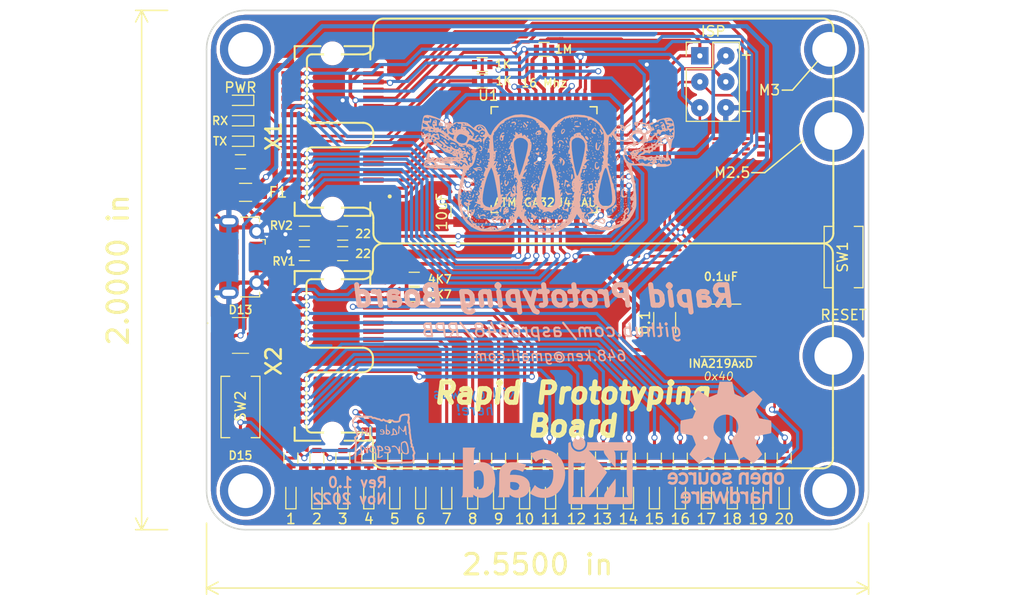
<source format=kicad_pcb>
(kicad_pcb (version 20171130) (host pcbnew "(5.1.10)-1")

  (general
    (thickness 1.6)
    (drawings 31)
    (tracks 915)
    (zones 0)
    (modules 82)
    (nets 80)
  )

  (page A)
  (title_block
    (title "Beetje 32U4 Blok")
    (date 2018-08-10)
    (rev 0.0)
    (company www.MakersBox.us)
    (comment 1 648.ken@gmail.com)
  )

  (layers
    (0 F.Cu signal hide)
    (31 B.Cu signal)
    (32 B.Adhes user)
    (33 F.Adhes user)
    (34 B.Paste user)
    (35 F.Paste user)
    (36 B.SilkS user)
    (37 F.SilkS user)
    (38 B.Mask user)
    (39 F.Mask user)
    (40 Dwgs.User user)
    (41 Cmts.User user)
    (42 Eco1.User user)
    (43 Eco2.User user)
    (44 Edge.Cuts user)
    (45 Margin user)
    (46 B.CrtYd user)
    (47 F.CrtYd user)
    (48 B.Fab user)
    (49 F.Fab user)
  )

  (setup
    (last_trace_width 0.25)
    (user_trace_width 0.254)
    (user_trace_width 0.3048)
    (user_trace_width 0.3556)
    (user_trace_width 0.4064)
    (user_trace_width 0.6096)
    (trace_clearance 0.2)
    (zone_clearance 0.35)
    (zone_45_only no)
    (trace_min 0.2)
    (via_size 0.6)
    (via_drill 0.4)
    (via_min_size 0.4)
    (via_min_drill 0.3)
    (uvia_size 0.3)
    (uvia_drill 0.1)
    (uvias_allowed no)
    (uvia_min_size 0.2)
    (uvia_min_drill 0.1)
    (edge_width 0.15)
    (segment_width 0.2)
    (pcb_text_width 0.3)
    (pcb_text_size 1.5 1.5)
    (mod_edge_width 0.15)
    (mod_text_size 1 1)
    (mod_text_width 0.15)
    (pad_size 1.7 1.7)
    (pad_drill 0.508)
    (pad_to_mask_clearance 0)
    (aux_axis_origin 0 0)
    (visible_elements 7FFFFFFF)
    (pcbplotparams
      (layerselection 0x010f8_ffffffff)
      (usegerberextensions false)
      (usegerberattributes true)
      (usegerberadvancedattributes true)
      (creategerberjobfile true)
      (excludeedgelayer true)
      (linewidth 0.100000)
      (plotframeref false)
      (viasonmask false)
      (mode 1)
      (useauxorigin false)
      (hpglpennumber 1)
      (hpglpenspeed 20)
      (hpglpendiameter 15.000000)
      (psnegative false)
      (psa4output false)
      (plotreference true)
      (plotvalue true)
      (plotinvisibletext false)
      (padsonsilk false)
      (subtractmaskfromsilk false)
      (outputformat 1)
      (mirror false)
      (drillshape 0)
      (scaleselection 1)
      (outputdirectory "gerbers/"))
  )

  (net 0 "")
  (net 1 GND)
  (net 2 /D4)
  (net 3 /D6)
  (net 4 /D8)
  (net 5 /D13)
  (net 6 /D12)
  (net 7 /D10)
  (net 8 /D9)
  (net 9 /D7)
  (net 10 /A0)
  (net 11 /A3)
  (net 12 /A5)
  (net 13 /SCK)
  (net 14 /MOSI)
  (net 15 /MISO)
  (net 16 /D5)
  (net 17 /RXLED)
  (net 18 /TXLED)
  (net 19 /~RESET)
  (net 20 /D+)
  (net 21 /D-)
  (net 22 "Net-(F1-Pad2)")
  (net 23 +5V)
  (net 24 "Net-(D4-Pad2)")
  (net 25 "Net-(R6-Pad2)")
  (net 26 "Net-(R7-Pad2)")
  (net 27 "Net-(R9-Pad2)")
  (net 28 "Net-(D1-Pad2)")
  (net 29 "Net-(D2-Pad2)")
  (net 30 "Net-(D3-Pad2)")
  (net 31 "Net-(D5-Pad2)")
  (net 32 "Net-(D6-Pad2)")
  (net 33 "Net-(D7-Pad2)")
  (net 34 "Net-(D8-Pad2)")
  (net 35 "Net-(D9-Pad2)")
  (net 36 "Net-(D10-Pad2)")
  (net 37 "Net-(D11-Pad2)")
  (net 38 "Net-(D12-Pad2)")
  (net 39 "Net-(D13-Pad2)")
  (net 40 "Net-(D14-Pad2)")
  (net 41 "Net-(D15-Pad2)")
  (net 42 "Net-(D16-Pad2)")
  (net 43 "Net-(D17-Pad2)")
  (net 44 "Net-(D18-Pad2)")
  (net 45 "Net-(D19-Pad2)")
  (net 46 "Net-(D20-Pad2)")
  (net 47 "Net-(D22-Pad1)")
  (net 48 "Net-(D23-Pad1)")
  (net 49 "Net-(J1-Pad2)")
  (net 50 "Net-(J1-Pad3)")
  (net 51 "Net-(R1-Pad2)")
  (net 52 "Net-(R2-Pad2)")
  (net 53 "Net-(R3-Pad2)")
  (net 54 "Net-(R4-Pad2)")
  (net 55 "Net-(R5-Pad2)")
  (net 56 "Net-(R8-Pad2)")
  (net 57 "Net-(R10-Pad2)")
  (net 58 "Net-(R11-Pad2)")
  (net 59 "Net-(R12-Pad2)")
  (net 60 "Net-(R13-Pad2)")
  (net 61 "Net-(R14-Pad2)")
  (net 62 "Net-(R15-Pad2)")
  (net 63 "Net-(R16-Pad2)")
  (net 64 "Net-(R17-Pad2)")
  (net 65 "Net-(R18-Pad2)")
  (net 66 "Net-(R19-Pad2)")
  (net 67 "Net-(R20-Pad2)")
  (net 68 "Net-(D21-Pad1)")
  (net 69 "Net-(R26-Pad2)")
  (net 70 "Net-(R26-Pad1)")
  (net 71 /D3_SCL)
  (net 72 /D2_SDA)
  (net 73 /D0)
  (net 74 /D1)
  (net 75 /D11)
  (net 76 /A1)
  (net 77 /A2)
  (net 78 /A4)
  (net 79 /Vin)

  (net_class Default "This is the default net class."
    (clearance 0.2)
    (trace_width 0.25)
    (via_dia 0.6)
    (via_drill 0.4)
    (uvia_dia 0.3)
    (uvia_drill 0.1)
    (add_net +5V)
    (add_net /A0)
    (add_net /A1)
    (add_net /A2)
    (add_net /A3)
    (add_net /A4)
    (add_net /A5)
    (add_net /D+)
    (add_net /D-)
    (add_net /D0)
    (add_net /D1)
    (add_net /D10)
    (add_net /D11)
    (add_net /D12)
    (add_net /D13)
    (add_net /D2_SDA)
    (add_net /D3_SCL)
    (add_net /D4)
    (add_net /D5)
    (add_net /D6)
    (add_net /D7)
    (add_net /D8)
    (add_net /D9)
    (add_net /MISO)
    (add_net /MOSI)
    (add_net /RXLED)
    (add_net /SCK)
    (add_net /TXLED)
    (add_net /Vin)
    (add_net /~RESET)
    (add_net GND)
    (add_net "Net-(D1-Pad2)")
    (add_net "Net-(D10-Pad2)")
    (add_net "Net-(D11-Pad2)")
    (add_net "Net-(D12-Pad2)")
    (add_net "Net-(D13-Pad2)")
    (add_net "Net-(D14-Pad2)")
    (add_net "Net-(D15-Pad2)")
    (add_net "Net-(D16-Pad2)")
    (add_net "Net-(D17-Pad2)")
    (add_net "Net-(D18-Pad2)")
    (add_net "Net-(D19-Pad2)")
    (add_net "Net-(D2-Pad2)")
    (add_net "Net-(D20-Pad2)")
    (add_net "Net-(D21-Pad1)")
    (add_net "Net-(D22-Pad1)")
    (add_net "Net-(D23-Pad1)")
    (add_net "Net-(D3-Pad2)")
    (add_net "Net-(D4-Pad2)")
    (add_net "Net-(D5-Pad2)")
    (add_net "Net-(D6-Pad2)")
    (add_net "Net-(D7-Pad2)")
    (add_net "Net-(D8-Pad2)")
    (add_net "Net-(D9-Pad2)")
    (add_net "Net-(F1-Pad2)")
    (add_net "Net-(J1-Pad2)")
    (add_net "Net-(J1-Pad3)")
    (add_net "Net-(R1-Pad2)")
    (add_net "Net-(R10-Pad2)")
    (add_net "Net-(R11-Pad2)")
    (add_net "Net-(R12-Pad2)")
    (add_net "Net-(R13-Pad2)")
    (add_net "Net-(R14-Pad2)")
    (add_net "Net-(R15-Pad2)")
    (add_net "Net-(R16-Pad2)")
    (add_net "Net-(R17-Pad2)")
    (add_net "Net-(R18-Pad2)")
    (add_net "Net-(R19-Pad2)")
    (add_net "Net-(R2-Pad2)")
    (add_net "Net-(R20-Pad2)")
    (add_net "Net-(R26-Pad1)")
    (add_net "Net-(R26-Pad2)")
    (add_net "Net-(R3-Pad2)")
    (add_net "Net-(R4-Pad2)")
    (add_net "Net-(R5-Pad2)")
    (add_net "Net-(R6-Pad2)")
    (add_net "Net-(R7-Pad2)")
    (add_net "Net-(R8-Pad2)")
    (add_net "Net-(R9-Pad2)")
  )

  (module footprints:R_0603 (layer F.Cu) (tedit 638D3D71) (tstamp 638D521C)
    (at 161 89.5 270)
    (descr "Resistor SMD 0603, reflow soldering, Vishay (see dcrcw.pdf)")
    (tags "resistor 0603")
    (path /63912A10)
    (attr smd)
    (fp_text reference R30 (at 1.905 0 90) (layer Dwgs.User)
      (effects (font (size 1 1) (thickness 0.15)))
    )
    (fp_text value 1K (at -1.905 0 90) (layer F.Fab)
      (effects (font (size 1 1) (thickness 0.15)))
    )
    (fp_line (start 1.25 0.7) (end -1.25 0.7) (layer F.CrtYd) (width 0.05))
    (fp_line (start 1.25 0.7) (end 1.25 -0.7) (layer F.CrtYd) (width 0.05))
    (fp_line (start -1.25 -0.7) (end -1.25 0.7) (layer F.CrtYd) (width 0.05))
    (fp_line (start -1.25 -0.7) (end 1.25 -0.7) (layer F.CrtYd) (width 0.05))
    (fp_line (start -0.8 -0.4) (end 0.8 -0.4) (layer F.Fab) (width 0.1))
    (fp_line (start 0.8 -0.4) (end 0.8 0.4) (layer F.Fab) (width 0.1))
    (fp_line (start 0.8 0.4) (end -0.8 0.4) (layer F.Fab) (width 0.1))
    (fp_line (start -0.8 0.4) (end -0.8 -0.4) (layer F.Fab) (width 0.1))
    (fp_text user %R (at 0 0 90) (layer F.Fab)
      (effects (font (size 0.4 0.4) (thickness 0.075)))
    )
    (pad 1 smd rect (at -0.75 0 270) (size 0.5 0.9) (layers F.Cu F.Paste F.Mask))
    (pad 2 smd rect (at 0.75 0 270) (size 0.5 0.9) (layers F.Cu F.Paste F.Mask))
    (model ${KIPRJMOD}/3D/R_0603_1608Metric.step
      (at (xyz 0 0 0))
      (scale (xyz 1 1 1))
      (rotate (xyz 0 0 0))
    )
  )

  (module footprints:DFN-8-1EP_3x2mm (layer F.Cu) (tedit 638D3D4D) (tstamp 638D51D4)
    (at 158 89.5 180)
    (descr "8-Lead Plastic Dual Flat, No Lead Package (8MA2) - 2x3x0.6 mm Body [UDFN] (see Atmel-8815-SEEPROM-AT24CS01-02-Datasheet.pdf)")
    (tags "DFN 0.5")
    (path /63911A51)
    (attr smd)
    (fp_text reference U3 (at 0 -2.55) (layer F.SilkS) hide
      (effects (font (size 1 1) (thickness 0.15)))
    )
    (fp_text value 24LC32 (at 0 2) (layer F.SilkS) hide
      (effects (font (size 0.6 0.6) (thickness 0.1)))
    )
    (fp_line (start -2.1 1.3) (end 2.1 1.3) (layer F.CrtYd) (width 0.05))
    (fp_line (start -2.1 -1.3) (end 2.1 -1.3) (layer F.CrtYd) (width 0.05))
    (fp_line (start 2.1 -1.3) (end 2.1 1.3) (layer F.CrtYd) (width 0.05))
    (fp_line (start -2.1 -1.3) (end -2.1 1.3) (layer F.CrtYd) (width 0.05))
    (fp_line (start -1.5 0) (end -0.5 -1) (layer F.Fab) (width 0.15))
    (fp_line (start -1.5 1) (end -1.5 0) (layer F.Fab) (width 0.15))
    (fp_line (start 1.5 1) (end -1.5 1) (layer F.Fab) (width 0.15))
    (fp_line (start 1.5 -1) (end 1.5 1) (layer F.Fab) (width 0.15))
    (fp_line (start -0.5 -1) (end 1.5 -1) (layer F.Fab) (width 0.15))
    (fp_text user %R (at 0 0 90) (layer F.Fab)
      (effects (font (size 0.5 0.5) (thickness 0.075)))
    )
    (pad "" smd rect (at 0.325 0.375 180) (size 0.5 0.6) (layers F.Paste))
    (pad "" smd rect (at 0.325 -0.375 180) (size 0.5 0.6) (layers F.Paste))
    (pad "" smd rect (at -0.325 0.375 180) (size 0.5 0.6) (layers F.Paste))
    (pad "" smd rect (at -0.325 -0.375 180) (size 0.5 0.6) (layers F.Paste))
    (pad 9 smd rect (at 0 0 180) (size 1.3 1.5) (layers F.Cu F.Mask))
    (pad 8 smd rect (at 1.45 -0.75 180) (size 0.75 0.3) (layers F.Cu F.Paste F.Mask))
    (pad 7 smd rect (at 1.45 -0.25 180) (size 0.75 0.3) (layers F.Cu F.Paste F.Mask))
    (pad 6 smd rect (at 1.45 0.25 180) (size 0.75 0.3) (layers F.Cu F.Paste F.Mask))
    (pad 5 smd rect (at 1.45 0.75 180) (size 0.75 0.3) (layers F.Cu F.Paste F.Mask))
    (pad 4 smd rect (at -1.45 0.75 180) (size 0.75 0.3) (layers F.Cu F.Paste F.Mask))
    (pad 3 smd rect (at -1.45 0.25 180) (size 0.75 0.3) (layers F.Cu F.Paste F.Mask))
    (pad 2 smd rect (at -1.45 -0.25 180) (size 0.75 0.3) (layers F.Cu F.Paste F.Mask))
    (pad 1 smd rect (at -1.45 -0.75 180) (size 0.75 0.3) (layers F.Cu F.Paste F.Mask))
    (model ${KISYS3DMOD}/Package_DFN_QFN.3dshapes/DFN-8-1EP_3x2mm_P0.5mm_EP1.3x1.5mm.wrl
      (at (xyz 0 0 0))
      (scale (xyz 1 1 1))
      (rotate (xyz 0 0 0))
    )
  )

  (module footprints:R_0603 (layer F.Cu) (tedit 636FC042) (tstamp 6370DA34)
    (at 110 91 180)
    (descr "Resistor SMD 0603, reflow soldering, Vishay (see dcrcw.pdf)")
    (tags "resistor 0603")
    (path /5B91AE4B)
    (attr smd)
    (fp_text reference R21 (at -2.54 0 180) (layer Dwgs.User)
      (effects (font (size 1 1) (thickness 0.15)))
    )
    (fp_text value 1K (at -2.5 0 180) (layer F.SilkS) hide
      (effects (font (size 0.8 0.8) (thickness 0.15)))
    )
    (fp_line (start -0.8 0.4) (end -0.8 -0.4) (layer F.Fab) (width 0.1))
    (fp_line (start 0.8 0.4) (end -0.8 0.4) (layer F.Fab) (width 0.1))
    (fp_line (start 0.8 -0.4) (end 0.8 0.4) (layer F.Fab) (width 0.1))
    (fp_line (start -0.8 -0.4) (end 0.8 -0.4) (layer F.Fab) (width 0.1))
    (fp_line (start 0.5 0.68) (end -0.5 0.68) (layer F.SilkS) (width 0.12))
    (fp_line (start -0.5 -0.68) (end 0.5 -0.68) (layer F.SilkS) (width 0.12))
    (fp_line (start -1.25 -0.7) (end 1.25 -0.7) (layer F.CrtYd) (width 0.05))
    (fp_line (start -1.25 -0.7) (end -1.25 0.7) (layer F.CrtYd) (width 0.05))
    (fp_line (start 1.25 0.7) (end 1.25 -0.7) (layer F.CrtYd) (width 0.05))
    (fp_line (start 1.25 0.7) (end -1.25 0.7) (layer F.CrtYd) (width 0.05))
    (fp_text user %R (at 0 0 180) (layer F.Fab)
      (effects (font (size 0.4 0.4) (thickness 0.075)))
    )
    (pad 2 smd rect (at 0.75 0 180) (size 0.5 0.9) (layers F.Cu F.Paste F.Mask)
      (net 1 GND))
    (pad 1 smd rect (at -0.75 0 180) (size 0.5 0.9) (layers F.Cu F.Paste F.Mask)
      (net 68 "Net-(D21-Pad1)"))
    (model ${KIPRJMOD}/3D/R_0603_1608Metric.step
      (at (xyz 0 0 0))
      (scale (xyz 1 1 1))
      (rotate (xyz 0 0 0))
    )
  )

  (module footprints:R_0603 (layer F.Cu) (tedit 636FC042) (tstamp 637A4BCE)
    (at 127 104 180)
    (descr "Resistor SMD 0603, reflow soldering, Vishay (see dcrcw.pdf)")
    (tags "resistor 0603")
    (path /63C58743)
    (attr smd)
    (fp_text reference R27 (at 1.905 0 180) (layer Dwgs.User)
      (effects (font (size 1 1) (thickness 0.15)))
    )
    (fp_text value 4K7 (at -2.5 1.5 180) (layer F.SilkS)
      (effects (font (size 0.8 0.8) (thickness 0.15)))
    )
    (fp_line (start 1.25 0.7) (end -1.25 0.7) (layer F.CrtYd) (width 0.05))
    (fp_line (start 1.25 0.7) (end 1.25 -0.7) (layer F.CrtYd) (width 0.05))
    (fp_line (start -1.25 -0.7) (end -1.25 0.7) (layer F.CrtYd) (width 0.05))
    (fp_line (start -1.25 -0.7) (end 1.25 -0.7) (layer F.CrtYd) (width 0.05))
    (fp_line (start -0.5 -0.68) (end 0.5 -0.68) (layer F.SilkS) (width 0.12))
    (fp_line (start 0.5 0.68) (end -0.5 0.68) (layer F.SilkS) (width 0.12))
    (fp_line (start -0.8 -0.4) (end 0.8 -0.4) (layer F.Fab) (width 0.1))
    (fp_line (start 0.8 -0.4) (end 0.8 0.4) (layer F.Fab) (width 0.1))
    (fp_line (start 0.8 0.4) (end -0.8 0.4) (layer F.Fab) (width 0.1))
    (fp_line (start -0.8 0.4) (end -0.8 -0.4) (layer F.Fab) (width 0.1))
    (fp_text user %R (at 0 0 180) (layer F.Fab)
      (effects (font (size 0.4 0.4) (thickness 0.075)))
    )
    (pad 1 smd rect (at -0.75 0 180) (size 0.5 0.9) (layers F.Cu F.Paste F.Mask)
      (net 72 /D2_SDA))
    (pad 2 smd rect (at 0.75 0 180) (size 0.5 0.9) (layers F.Cu F.Paste F.Mask)
      (net 23 +5V))
    (model ${KIPRJMOD}/3D/R_0603_1608Metric.step
      (at (xyz 0 0 0))
      (scale (xyz 1 1 1))
      (rotate (xyz 0 0 0))
    )
  )

  (module footprints:Pin_Header_Straight_2x03_Pitch2.54mm (layer F.Cu) (tedit 637975D3) (tstamp 636F121A)
    (at 154.94 80.645)
    (descr "Through hole straight pin header, 2x03, 2.54mm pitch, double rows")
    (tags "Through hole pin header THT 2x03 2.54mm double row")
    (path /636F3416)
    (fp_text reference J2 (at 1.27 -2.33) (layer F.SilkS) hide
      (effects (font (size 1 1) (thickness 0.15)))
    )
    (fp_text value ISP (at 1.31 -2.395) (layer F.SilkS)
      (effects (font (size 1 1) (thickness 0.15)))
    )
    (fp_line (start 0 -1.27) (end 3.81 -1.27) (layer F.Fab) (width 0.1))
    (fp_line (start 3.81 -1.27) (end 3.81 6.35) (layer F.Fab) (width 0.1))
    (fp_line (start 3.81 6.35) (end -1.27 6.35) (layer F.Fab) (width 0.1))
    (fp_line (start -1.27 6.35) (end -1.27 0) (layer F.Fab) (width 0.1))
    (fp_line (start -1.27 0) (end 0 -1.27) (layer F.Fab) (width 0.1))
    (fp_line (start -1.33 6.41) (end 3.87 6.41) (layer F.SilkS) (width 0.12))
    (fp_line (start -1.33 1.27) (end -1.33 6.41) (layer F.SilkS) (width 0.12))
    (fp_line (start 3.87 -1.33) (end 3.87 6.41) (layer F.SilkS) (width 0.12))
    (fp_line (start -1.33 1.27) (end 1.27 1.27) (layer F.SilkS) (width 0.12))
    (fp_line (start 1.27 1.27) (end 1.27 -1.33) (layer F.SilkS) (width 0.12))
    (fp_line (start 1.27 -1.33) (end 3.87 -1.33) (layer F.SilkS) (width 0.12))
    (fp_line (start -1.33 0) (end -1.33 -1.33) (layer F.SilkS) (width 0.12))
    (fp_line (start -1.33 -1.33) (end 0 -1.33) (layer F.SilkS) (width 0.12))
    (fp_line (start -1.8 -1.8) (end -1.8 6.85) (layer F.CrtYd) (width 0.05))
    (fp_line (start -1.8 6.85) (end 4.35 6.85) (layer F.CrtYd) (width 0.05))
    (fp_line (start 4.35 6.85) (end 4.35 -1.8) (layer F.CrtYd) (width 0.05))
    (fp_line (start 4.35 -1.8) (end -1.8 -1.8) (layer F.CrtYd) (width 0.05))
    (fp_text user %R (at 1.27 2.54 90) (layer F.Fab)
      (effects (font (size 1 1) (thickness 0.15)))
    )
    (pad 6 thru_hole oval (at 2.54 5.08) (size 1.7 1.7) (drill 0.508) (layers *.Cu F.Mask)
      (net 1 GND))
    (pad 5 thru_hole oval (at 0 5.08) (size 1.7 1.7) (drill 0.508) (layers *.Cu F.Mask)
      (net 19 /~RESET))
    (pad 4 thru_hole oval (at 2.54 2.54) (size 1.7 1.7) (drill 0.508) (layers *.Cu F.Mask)
      (net 14 /MOSI))
    (pad 3 thru_hole oval (at 0 2.54) (size 1.7 1.7) (drill 0.508) (layers *.Cu F.Mask)
      (net 13 /SCK))
    (pad 2 thru_hole oval (at 2.54 0) (size 1.7 1.7) (drill 0.508) (layers *.Cu F.Mask)
      (net 23 +5V))
    (pad 1 thru_hole rect (at 0 0) (size 1.7 1.7) (drill 0.508) (layers *.Cu F.Mask)
      (net 15 /MISO))
  )

  (module footprints:INPI33TBTPRPGPB (layer F.Cu) (tedit 0) (tstamp 6379E187)
    (at 110 108 180)
    (descr IN-PI33TBTPRPGPB-5)
    (tags LED)
    (path /63D19A79)
    (attr smd)
    (fp_text reference LED1 (at 0.53 0) (layer F.SilkS) hide
      (effects (font (size 1.27 1.27) (thickness 0.254)))
    )
    (fp_text value IN-PI33TBTPRPGPB (at 0.53 0) (layer F.SilkS) hide
      (effects (font (size 1.27 1.27) (thickness 0.254)))
    )
    (fp_line (start 3.3 1.2) (end 3.3 1.2) (layer F.SilkS) (width 0.1))
    (fp_line (start 3.2 1.2) (end 3.2 1.2) (layer F.SilkS) (width 0.1))
    (fp_line (start -0.8 1.75) (end 0.8 1.75) (layer F.SilkS) (width 0.1))
    (fp_line (start -0.8 -1.75) (end 0.8 -1.75) (layer F.SilkS) (width 0.1))
    (fp_line (start -3.24 2.75) (end -3.24 -2.75) (layer F.CrtYd) (width 0.1))
    (fp_line (start 4.3 2.75) (end -3.24 2.75) (layer F.CrtYd) (width 0.1))
    (fp_line (start 4.3 -2.75) (end 4.3 2.75) (layer F.CrtYd) (width 0.1))
    (fp_line (start -3.24 -2.75) (end 4.3 -2.75) (layer F.CrtYd) (width 0.1))
    (fp_line (start -1.75 1.75) (end -1.75 -1.75) (layer F.Fab) (width 0.2))
    (fp_line (start 1.75 1.75) (end -1.75 1.75) (layer F.Fab) (width 0.2))
    (fp_line (start 1.75 -1.75) (end 1.75 1.75) (layer F.Fab) (width 0.2))
    (fp_line (start -1.75 -1.75) (end 1.75 -1.75) (layer F.Fab) (width 0.2))
    (fp_text user %R (at 0.53 0) (layer F.Fab)
      (effects (font (size 1.27 1.27) (thickness 0.254)))
    )
    (fp_arc (start 3.25 1.2) (end 3.2 1.2) (angle -180) (layer F.SilkS) (width 0.1))
    (fp_arc (start 3.25 1.2) (end 3.3 1.2) (angle -180) (layer F.SilkS) (width 0.1))
    (pad 1 smd rect (at 1.59 1.07 270) (size 0.9 1.3) (layers F.Cu F.Paste F.Mask)
      (net 1 GND))
    (pad 2 smd rect (at 1.59 -1.07 270) (size 0.9 1.3) (layers F.Cu F.Paste F.Mask)
      (net 5 /D13))
    (pad 3 smd rect (at -1.59 -1.07 270) (size 0.9 1.3) (layers F.Cu F.Paste F.Mask)
      (net 23 +5V))
    (pad 4 smd rect (at -1.59 1.07 270) (size 0.9 1.3) (layers F.Cu F.Paste F.Mask))
    (model IN-PI33TBTPRPGPB.stp
      (at (xyz 0 0 0))
      (scale (xyz 1 1 1))
      (rotate (xyz 0 0 0))
    )
    (model ${KIPRJMOD}/3D/IN-PI33TBTPRPGPB.stp
      (at (xyz 0 0 0))
      (scale (xyz 1 1 1))
      (rotate (xyz 0 0 0))
    )
  )

  (module footprints:R_0805_HandSoldering (layer F.Cu) (tedit 636FC06B) (tstamp 6378F9AF)
    (at 110.5 94 180)
    (descr "Resistor SMD 0805, hand soldering")
    (tags "resistor 0805")
    (path /5B6E44FA)
    (attr smd)
    (fp_text reference F1 (at -3.17 0) (layer F.SilkS)
      (effects (font (size 1 1) (thickness 0.15)))
    )
    (fp_text value Polyfuse (at 0 1.75) (layer F.Fab)
      (effects (font (size 1 1) (thickness 0.15)))
    )
    (fp_line (start 2.35 0.9) (end -2.35 0.9) (layer F.CrtYd) (width 0.05))
    (fp_line (start 2.35 0.9) (end 2.35 -0.9) (layer F.CrtYd) (width 0.05))
    (fp_line (start -2.35 -0.9) (end -2.35 0.9) (layer F.CrtYd) (width 0.05))
    (fp_line (start -2.35 -0.9) (end 2.35 -0.9) (layer F.CrtYd) (width 0.05))
    (fp_line (start -0.6 -0.88) (end 0.6 -0.88) (layer F.SilkS) (width 0.12))
    (fp_line (start 0.6 0.88) (end -0.6 0.88) (layer F.SilkS) (width 0.12))
    (fp_line (start -1 -0.62) (end 1 -0.62) (layer F.Fab) (width 0.1))
    (fp_line (start 1 -0.62) (end 1 0.62) (layer F.Fab) (width 0.1))
    (fp_line (start 1 0.62) (end -1 0.62) (layer F.Fab) (width 0.1))
    (fp_line (start -1 0.62) (end -1 -0.62) (layer F.Fab) (width 0.1))
    (fp_text user %R (at 0 0) (layer F.Fab)
      (effects (font (size 0.5 0.5) (thickness 0.075)))
    )
    (pad 2 smd rect (at 1.35 0 180) (size 1.5 1.3) (layers F.Cu F.Paste F.Mask)
      (net 22 "Net-(F1-Pad2)"))
    (pad 1 smd rect (at -1.35 0 180) (size 1.5 1.3) (layers F.Cu F.Paste F.Mask)
      (net 79 /Vin))
    (model ${KISYS3DMOD}/Resistors_SMD.3dshapes/R_0805.wrl
      (at (xyz 0 0 0))
      (scale (xyz 1 1 1))
      (rotate (xyz 0 0 0))
    )
    (model ${KIPRJMOD}/3D/R_0805_2012Metric.step
      (at (xyz 0 0 0))
      (scale (xyz 1 1 1))
      (rotate (xyz 0 0 0))
    )
  )

  (module footprints:LED_0603 (layer F.Cu) (tedit 636FBDBF) (tstamp 636F23A7)
    (at 110 89 180)
    (descr "LED 0603 smd package")
    (tags "LED led 0603 SMD smd SMT smt smdled SMDLED smtled SMTLED")
    (path /5B44E63D)
    (attr smd)
    (fp_text reference D22 (at 2.032 0) (layer F.SilkS) hide
      (effects (font (size 1 1) (thickness 0.15)))
    )
    (fp_text value TX (at 2 0 unlocked) (layer F.SilkS)
      (effects (font (size 0.8 0.8) (thickness 0.15)))
    )
    (fp_line (start -1.3 -0.5) (end -1.3 0.5) (layer F.SilkS) (width 0.12))
    (fp_line (start -0.2 -0.2) (end -0.2 0.2) (layer F.Fab) (width 0.1))
    (fp_line (start -0.15 0) (end 0.15 -0.2) (layer F.Fab) (width 0.1))
    (fp_line (start 0.15 0.2) (end -0.15 0) (layer F.Fab) (width 0.1))
    (fp_line (start 0.15 -0.2) (end 0.15 0.2) (layer F.Fab) (width 0.1))
    (fp_line (start 0.8 0.4) (end -0.8 0.4) (layer F.Fab) (width 0.1))
    (fp_line (start 0.8 -0.4) (end 0.8 0.4) (layer F.Fab) (width 0.1))
    (fp_line (start -0.8 -0.4) (end 0.8 -0.4) (layer F.Fab) (width 0.1))
    (fp_line (start -0.8 0.4) (end -0.8 -0.4) (layer F.Fab) (width 0.1))
    (fp_line (start -1.3 0.5) (end 0.8 0.5) (layer F.SilkS) (width 0.12))
    (fp_line (start -1.3 -0.5) (end 0.8 -0.5) (layer F.SilkS) (width 0.12))
    (fp_line (start 1.45 -0.65) (end 1.45 0.65) (layer F.CrtYd) (width 0.05))
    (fp_line (start 1.45 0.65) (end -1.45 0.65) (layer F.CrtYd) (width 0.05))
    (fp_line (start -1.45 0.65) (end -1.45 -0.65) (layer F.CrtYd) (width 0.05))
    (fp_line (start -1.45 -0.65) (end 1.45 -0.65) (layer F.CrtYd) (width 0.05))
    (pad 1 smd rect (at -0.8 0) (size 0.8 0.8) (layers F.Cu F.Paste F.Mask)
      (net 47 "Net-(D22-Pad1)"))
    (pad 2 smd rect (at 0.8 0) (size 0.8 0.8) (layers F.Cu F.Paste F.Mask)
      (net 23 +5V))
    (model ${KIPRJMOD}/3D/LED_0603_1608Metric.wrl
      (at (xyz 0 0 0))
      (scale (xyz 1 1 1))
      (rotate (xyz 0 0 0))
    )
  )

  (module footprints:SW_TS10-63-26-BE-250-SMT-TR (layer F.Cu) (tedit 63700F95) (tstamp 63708DE8)
    (at 169 100.33 90)
    (path /5B4008ED)
    (fp_text reference SW1 (at 0 -0.09 90) (layer F.SilkS)
      (effects (font (size 1 1) (thickness 0.15)))
    )
    (fp_text value RESET (at -5.67 0) (layer F.SilkS)
      (effects (font (size 1 1) (thickness 0.15)))
    )
    (fp_line (start -3.25 -2.15) (end 3.25 -2.15) (layer F.CrtYd) (width 0.05))
    (fp_line (start 3.25 -2.15) (end 3.25 -0.95) (layer F.CrtYd) (width 0.05))
    (fp_line (start 3.25 -0.95) (end 4.25 -0.95) (layer F.CrtYd) (width 0.05))
    (fp_line (start 4.25 -0.95) (end 4.25 0.95) (layer F.CrtYd) (width 0.05))
    (fp_line (start 4.25 0.95) (end 3.25 0.95) (layer F.CrtYd) (width 0.05))
    (fp_line (start 3.25 0.95) (end 3.25 2.15) (layer F.CrtYd) (width 0.05))
    (fp_line (start 3.25 2.15) (end -3.25 2.15) (layer F.CrtYd) (width 0.05))
    (fp_line (start -3.25 2.15) (end -3.25 0.95) (layer F.CrtYd) (width 0.05))
    (fp_line (start -3.25 0.95) (end -4.25 0.95) (layer F.CrtYd) (width 0.05))
    (fp_line (start -4.25 0.95) (end -4.25 -0.95) (layer F.CrtYd) (width 0.05))
    (fp_line (start -4.25 -0.95) (end -3.25 -0.95) (layer F.CrtYd) (width 0.05))
    (fp_line (start -3.25 -0.95) (end -3.25 -2.15) (layer F.CrtYd) (width 0.05))
    (fp_line (start -3 -1.9) (end -3 1.9) (layer F.Fab) (width 0.127))
    (fp_line (start -3 1.9) (end 3 1.9) (layer F.Fab) (width 0.127))
    (fp_line (start 3 1.9) (end 3 -1.9) (layer F.Fab) (width 0.127))
    (fp_line (start 3 -1.9) (end -3 -1.9) (layer F.Fab) (width 0.127))
    (fp_line (start -3 -1.05) (end -3 -1.9) (layer F.SilkS) (width 0.127))
    (fp_line (start -3 -1.9) (end 3 -1.9) (layer F.SilkS) (width 0.127))
    (fp_line (start 3 -1.9) (end 3 -1.05) (layer F.SilkS) (width 0.127))
    (fp_line (start -3 1.05) (end -3 1.9) (layer F.SilkS) (width 0.127))
    (fp_line (start -3 1.9) (end 3 1.9) (layer F.SilkS) (width 0.127))
    (fp_line (start 3 1.9) (end 3 1.05) (layer F.SilkS) (width 0.127))
    (pad 1 smd rect (at -3.25 0 90) (size 1.5 1.4) (layers F.Cu F.Paste F.Mask)
      (net 1 GND))
    (pad 2 smd rect (at 3.25 0 90) (size 1.5 1.4) (layers F.Cu F.Paste F.Mask)
      (net 19 /~RESET))
    (model ${KISYS3DMOD}/Button_Switch_SMD.3dshapes/SW_SPST_FSMSM.step
      (at (xyz 0 0 0))
      (scale (xyz 1 1 1))
      (rotate (xyz 0 0 0))
    )
  )

  (module footprints:R_0603 (layer F.Cu) (tedit 636FC042) (tstamp 63784F22)
    (at 133.65 83.1 180)
    (descr "Resistor SMD 0603, reflow soldering, Vishay (see dcrcw.pdf)")
    (tags "resistor 0603")
    (path /5B44E637)
    (attr smd)
    (fp_text reference R22 (at 2.54 0 180) (layer Dwgs.User)
      (effects (font (size 1 1) (thickness 0.15)))
    )
    (fp_text value 1K (at -2.1 0 180) (layer F.SilkS)
      (effects (font (size 0.8 0.8) (thickness 0.15)))
    )
    (fp_line (start -0.8 0.4) (end -0.8 -0.4) (layer F.Fab) (width 0.1))
    (fp_line (start 0.8 0.4) (end -0.8 0.4) (layer F.Fab) (width 0.1))
    (fp_line (start 0.8 -0.4) (end 0.8 0.4) (layer F.Fab) (width 0.1))
    (fp_line (start -0.8 -0.4) (end 0.8 -0.4) (layer F.Fab) (width 0.1))
    (fp_line (start 0.5 0.68) (end -0.5 0.68) (layer F.SilkS) (width 0.12))
    (fp_line (start -0.5 -0.68) (end 0.5 -0.68) (layer F.SilkS) (width 0.12))
    (fp_line (start -1.25 -0.7) (end 1.25 -0.7) (layer F.CrtYd) (width 0.05))
    (fp_line (start -1.25 -0.7) (end -1.25 0.7) (layer F.CrtYd) (width 0.05))
    (fp_line (start 1.25 0.7) (end 1.25 -0.7) (layer F.CrtYd) (width 0.05))
    (fp_line (start 1.25 0.7) (end -1.25 0.7) (layer F.CrtYd) (width 0.05))
    (fp_text user %R (at 0 0 180) (layer F.Fab)
      (effects (font (size 0.4 0.4) (thickness 0.075)))
    )
    (pad 2 smd rect (at 0.75 0 180) (size 0.5 0.9) (layers F.Cu F.Paste F.Mask)
      (net 47 "Net-(D22-Pad1)"))
    (pad 1 smd rect (at -0.75 0 180) (size 0.5 0.9) (layers F.Cu F.Paste F.Mask)
      (net 18 /TXLED))
    (model ${KIPRJMOD}/3D/R_0603_1608Metric.step
      (at (xyz 0 0 0))
      (scale (xyz 1 1 1))
      (rotate (xyz 0 0 0))
    )
  )

  (module footprints:M25standoff (layer F.Cu) (tedit 636FF644) (tstamp 636F9892)
    (at 168 88)
    (descr "Single banana socket, footprint - 6mm drill")
    (tags "banana socket")
    (path /63B87E0B)
    (fp_text reference P5 (at 0 -5.08) (layer F.SilkS) hide
      (effects (font (size 1 1) (thickness 0.15)))
    )
    (fp_text value Standoff (at 0 5.08) (layer F.Fab)
      (effects (font (size 1 1) (thickness 0.15)))
    )
    (fp_circle (center 0 0) (end 2 0) (layer F.Fab) (width 0.1))
    (fp_text user %R (at 0 0) (layer F.Fab)
      (effects (font (size 0.8 0.8) (thickness 0.12)))
    )
    (pad 1 thru_hole circle (at 0 0) (size 6 6) (drill 3.7) (layers *.Cu *.Mask))
    (model "${KIPRJMOD}/3D/standoff9774027151R (rev1).stp"
      (at (xyz 0 0 0))
      (scale (xyz 1 1 1))
      (rotate (xyz 0 0 0))
    )
    (model "${KIPRJMOD}/3D/99607A263_Stainless Steel Flared-Collar Knurled-Head Thumb Screw.STEP"
      (offset (xyz 0 0 4))
      (scale (xyz 1 1 1))
      (rotate (xyz 0 0 0))
    )
  )

  (module footprints:M25standoff (layer F.Cu) (tedit 636FF644) (tstamp 63703C2D)
    (at 168 110)
    (descr "Single banana socket, footprint - 6mm drill")
    (tags "banana socket")
    (path /63B880DA)
    (fp_text reference P6 (at 0 -5.08) (layer F.SilkS) hide
      (effects (font (size 1 1) (thickness 0.15)))
    )
    (fp_text value Standoff (at 0 5.08) (layer F.Fab)
      (effects (font (size 1 1) (thickness 0.15)))
    )
    (fp_circle (center 0 0) (end 2 0) (layer F.Fab) (width 0.1))
    (fp_text user %R (at 0 0) (layer F.Fab)
      (effects (font (size 0.8 0.8) (thickness 0.12)))
    )
    (pad 1 thru_hole circle (at 0 0) (size 6 6) (drill 3.7) (layers *.Cu *.Mask))
    (model "${KIPRJMOD}/3D/standoff9774027151R (rev1).stp"
      (at (xyz 0 0 0))
      (scale (xyz 1 1 1))
      (rotate (xyz 0 0 0))
    )
    (model ${KIPRJMOD}/3D/M2_5X6MM.step
      (offset (xyz 0 0 6))
      (scale (xyz 1 1 1))
      (rotate (xyz 0 0 0))
    )
  )

  (module footprints:M3mount (layer F.Cu) (tedit 636FC1C2) (tstamp 636F9876)
    (at 110.49 80.01)
    (descr "Single banana socket, footprint - 6mm drill")
    (tags "banana socket")
    (path /63B86BE6)
    (fp_text reference P1 (at 0 -5.08) (layer F.SilkS) hide
      (effects (font (size 1 1) (thickness 0.15)))
    )
    (fp_text value M3 (at 0 5.08) (layer F.Fab)
      (effects (font (size 1 1) (thickness 0.15)))
    )
    (fp_circle (center 0 0) (end 2 0) (layer F.Fab) (width 0.1))
    (fp_text user %R (at 0 0) (layer F.Fab)
      (effects (font (size 0.8 0.8) (thickness 0.12)))
    )
    (pad 1 thru_hole circle (at 0 0) (size 5 5) (drill 3.4) (layers *.Cu *.Mask))
  )

  (module footprints:LED_0603 (layer F.Cu) (tedit 636FBDBF) (tstamp 636F7BC2)
    (at 114.935 123.66 90)
    (descr "LED 0603 smd package")
    (tags "LED led 0603 SMD smd SMT smt smdled SMDLED smtled SMTLED")
    (path /638A0660)
    (attr smd)
    (fp_text reference D1 (at 2.032 0 90) (layer F.SilkS) hide
      (effects (font (size 1 1) (thickness 0.15)))
    )
    (fp_text value 1 (at -2.286 0 unlocked) (layer F.SilkS)
      (effects (font (size 1 1) (thickness 0.15)))
    )
    (fp_line (start -1.3 -0.5) (end -1.3 0.5) (layer F.SilkS) (width 0.12))
    (fp_line (start -0.2 -0.2) (end -0.2 0.2) (layer F.Fab) (width 0.1))
    (fp_line (start -0.15 0) (end 0.15 -0.2) (layer F.Fab) (width 0.1))
    (fp_line (start 0.15 0.2) (end -0.15 0) (layer F.Fab) (width 0.1))
    (fp_line (start 0.15 -0.2) (end 0.15 0.2) (layer F.Fab) (width 0.1))
    (fp_line (start 0.8 0.4) (end -0.8 0.4) (layer F.Fab) (width 0.1))
    (fp_line (start 0.8 -0.4) (end 0.8 0.4) (layer F.Fab) (width 0.1))
    (fp_line (start -0.8 -0.4) (end 0.8 -0.4) (layer F.Fab) (width 0.1))
    (fp_line (start -0.8 0.4) (end -0.8 -0.4) (layer F.Fab) (width 0.1))
    (fp_line (start -1.3 0.5) (end 0.8 0.5) (layer F.SilkS) (width 0.12))
    (fp_line (start -1.3 -0.5) (end 0.8 -0.5) (layer F.SilkS) (width 0.12))
    (fp_line (start 1.45 -0.65) (end 1.45 0.65) (layer F.CrtYd) (width 0.05))
    (fp_line (start 1.45 0.65) (end -1.45 0.65) (layer F.CrtYd) (width 0.05))
    (fp_line (start -1.45 0.65) (end -1.45 -0.65) (layer F.CrtYd) (width 0.05))
    (fp_line (start -1.45 -0.65) (end 1.45 -0.65) (layer F.CrtYd) (width 0.05))
    (pad 1 smd rect (at -0.8 0 270) (size 0.8 0.8) (layers F.Cu F.Paste F.Mask)
      (net 1 GND))
    (pad 2 smd rect (at 0.8 0 270) (size 0.8 0.8) (layers F.Cu F.Paste F.Mask)
      (net 28 "Net-(D1-Pad2)"))
    (model ${KIPRJMOD}/3D/LED_0603_1608Metric.wrl
      (at (xyz 0 0 0))
      (scale (xyz 1 1 1))
      (rotate (xyz 0 0 0))
    )
  )

  (module footprints:LED_0603 (layer F.Cu) (tedit 636FBDBF) (tstamp 636F2393)
    (at 110 85 180)
    (descr "LED 0603 smd package")
    (tags "LED led 0603 SMD smd SMT smt smdled SMDLED smtled SMTLED")
    (path /5B91ACD7)
    (attr smd)
    (fp_text reference D21 (at 2.032 0) (layer F.SilkS) hide
      (effects (font (size 1 1) (thickness 0.15)))
    )
    (fp_text value PWR (at 0 1.25 unlocked) (layer F.SilkS)
      (effects (font (size 1 1) (thickness 0.15)))
    )
    (fp_line (start -1.3 -0.5) (end -1.3 0.5) (layer F.SilkS) (width 0.12))
    (fp_line (start -0.2 -0.2) (end -0.2 0.2) (layer F.Fab) (width 0.1))
    (fp_line (start -0.15 0) (end 0.15 -0.2) (layer F.Fab) (width 0.1))
    (fp_line (start 0.15 0.2) (end -0.15 0) (layer F.Fab) (width 0.1))
    (fp_line (start 0.15 -0.2) (end 0.15 0.2) (layer F.Fab) (width 0.1))
    (fp_line (start 0.8 0.4) (end -0.8 0.4) (layer F.Fab) (width 0.1))
    (fp_line (start 0.8 -0.4) (end 0.8 0.4) (layer F.Fab) (width 0.1))
    (fp_line (start -0.8 -0.4) (end 0.8 -0.4) (layer F.Fab) (width 0.1))
    (fp_line (start -0.8 0.4) (end -0.8 -0.4) (layer F.Fab) (width 0.1))
    (fp_line (start -1.3 0.5) (end 0.8 0.5) (layer F.SilkS) (width 0.12))
    (fp_line (start -1.3 -0.5) (end 0.8 -0.5) (layer F.SilkS) (width 0.12))
    (fp_line (start 1.45 -0.65) (end 1.45 0.65) (layer F.CrtYd) (width 0.05))
    (fp_line (start 1.45 0.65) (end -1.45 0.65) (layer F.CrtYd) (width 0.05))
    (fp_line (start -1.45 0.65) (end -1.45 -0.65) (layer F.CrtYd) (width 0.05))
    (fp_line (start -1.45 -0.65) (end 1.45 -0.65) (layer F.CrtYd) (width 0.05))
    (pad 1 smd rect (at -0.8 0) (size 0.8 0.8) (layers F.Cu F.Paste F.Mask)
      (net 68 "Net-(D21-Pad1)"))
    (pad 2 smd rect (at 0.8 0) (size 0.8 0.8) (layers F.Cu F.Paste F.Mask)
      (net 23 +5V))
    (model ${KIPRJMOD}/3D/LED_0603_1608Metric.wrl
      (at (xyz 0 0 0))
      (scale (xyz 1 1 1))
      (rotate (xyz 0 0 0))
    )
  )

  (module footprints:LED_0603 (layer F.Cu) (tedit 636FBDBF) (tstamp 636FA057)
    (at 110 87 180)
    (descr "LED 0603 smd package")
    (tags "LED led 0603 SMD smd SMT smt smdled SMDLED smtled SMTLED")
    (path /5B44E5CF)
    (attr smd)
    (fp_text reference D23 (at 2.032 0) (layer F.SilkS) hide
      (effects (font (size 1 1) (thickness 0.15)))
    )
    (fp_text value RX (at 2 0 unlocked) (layer F.SilkS)
      (effects (font (size 0.8 0.8) (thickness 0.15)))
    )
    (fp_line (start -1.3 -0.5) (end -1.3 0.5) (layer F.SilkS) (width 0.12))
    (fp_line (start -0.2 -0.2) (end -0.2 0.2) (layer F.Fab) (width 0.1))
    (fp_line (start -0.15 0) (end 0.15 -0.2) (layer F.Fab) (width 0.1))
    (fp_line (start 0.15 0.2) (end -0.15 0) (layer F.Fab) (width 0.1))
    (fp_line (start 0.15 -0.2) (end 0.15 0.2) (layer F.Fab) (width 0.1))
    (fp_line (start 0.8 0.4) (end -0.8 0.4) (layer F.Fab) (width 0.1))
    (fp_line (start 0.8 -0.4) (end 0.8 0.4) (layer F.Fab) (width 0.1))
    (fp_line (start -0.8 -0.4) (end 0.8 -0.4) (layer F.Fab) (width 0.1))
    (fp_line (start -0.8 0.4) (end -0.8 -0.4) (layer F.Fab) (width 0.1))
    (fp_line (start -1.3 0.5) (end 0.8 0.5) (layer F.SilkS) (width 0.12))
    (fp_line (start -1.3 -0.5) (end 0.8 -0.5) (layer F.SilkS) (width 0.12))
    (fp_line (start 1.45 -0.65) (end 1.45 0.65) (layer F.CrtYd) (width 0.05))
    (fp_line (start 1.45 0.65) (end -1.45 0.65) (layer F.CrtYd) (width 0.05))
    (fp_line (start -1.45 0.65) (end -1.45 -0.65) (layer F.CrtYd) (width 0.05))
    (fp_line (start -1.45 -0.65) (end 1.45 -0.65) (layer F.CrtYd) (width 0.05))
    (pad 1 smd rect (at -0.8 0) (size 0.8 0.8) (layers F.Cu F.Paste F.Mask)
      (net 48 "Net-(D23-Pad1)"))
    (pad 2 smd rect (at 0.8 0) (size 0.8 0.8) (layers F.Cu F.Paste F.Mask)
      (net 23 +5V))
    (model ${KIPRJMOD}/3D/LED_0603_1608Metric.wrl
      (at (xyz 0 0 0))
      (scale (xyz 1 1 1))
      (rotate (xyz 0 0 0))
    )
  )

  (module footprints:LED_0603 (layer F.Cu) (tedit 636FBDBF) (tstamp 636F7BFE)
    (at 140.335 123.66 90)
    (descr "LED 0603 smd package")
    (tags "LED led 0603 SMD smd SMT smt smdled SMDLED smtled SMTLED")
    (path /638A8DBC)
    (attr smd)
    (fp_text reference D11 (at 2.032 0 90) (layer F.SilkS) hide
      (effects (font (size 1 1) (thickness 0.15)))
    )
    (fp_text value 11 (at -2.286 0 unlocked) (layer F.SilkS)
      (effects (font (size 1 1) (thickness 0.15)))
    )
    (fp_line (start -1.3 -0.5) (end -1.3 0.5) (layer F.SilkS) (width 0.12))
    (fp_line (start -0.2 -0.2) (end -0.2 0.2) (layer F.Fab) (width 0.1))
    (fp_line (start -0.15 0) (end 0.15 -0.2) (layer F.Fab) (width 0.1))
    (fp_line (start 0.15 0.2) (end -0.15 0) (layer F.Fab) (width 0.1))
    (fp_line (start 0.15 -0.2) (end 0.15 0.2) (layer F.Fab) (width 0.1))
    (fp_line (start 0.8 0.4) (end -0.8 0.4) (layer F.Fab) (width 0.1))
    (fp_line (start 0.8 -0.4) (end 0.8 0.4) (layer F.Fab) (width 0.1))
    (fp_line (start -0.8 -0.4) (end 0.8 -0.4) (layer F.Fab) (width 0.1))
    (fp_line (start -0.8 0.4) (end -0.8 -0.4) (layer F.Fab) (width 0.1))
    (fp_line (start -1.3 0.5) (end 0.8 0.5) (layer F.SilkS) (width 0.12))
    (fp_line (start -1.3 -0.5) (end 0.8 -0.5) (layer F.SilkS) (width 0.12))
    (fp_line (start 1.45 -0.65) (end 1.45 0.65) (layer F.CrtYd) (width 0.05))
    (fp_line (start 1.45 0.65) (end -1.45 0.65) (layer F.CrtYd) (width 0.05))
    (fp_line (start -1.45 0.65) (end -1.45 -0.65) (layer F.CrtYd) (width 0.05))
    (fp_line (start -1.45 -0.65) (end 1.45 -0.65) (layer F.CrtYd) (width 0.05))
    (pad 1 smd rect (at -0.8 0 270) (size 0.8 0.8) (layers F.Cu F.Paste F.Mask)
      (net 1 GND))
    (pad 2 smd rect (at 0.8 0 270) (size 0.8 0.8) (layers F.Cu F.Paste F.Mask)
      (net 37 "Net-(D11-Pad2)"))
    (model ${KIPRJMOD}/3D/LED_0603_1608Metric.wrl
      (at (xyz 0 0 0))
      (scale (xyz 1 1 1))
      (rotate (xyz 0 0 0))
    )
  )

  (module footprints:LED_0603 (layer F.Cu) (tedit 636FBDBF) (tstamp 636F7CEE)
    (at 117.475 123.66 90)
    (descr "LED 0603 smd package")
    (tags "LED led 0603 SMD smd SMT smt smdled SMDLED smtled SMTLED")
    (path /63945E07)
    (attr smd)
    (fp_text reference D2 (at 2.032 0 90) (layer F.SilkS) hide
      (effects (font (size 1 1) (thickness 0.15)))
    )
    (fp_text value 2 (at -2.286 0 unlocked) (layer F.SilkS)
      (effects (font (size 1 1) (thickness 0.15)))
    )
    (fp_line (start -1.3 -0.5) (end -1.3 0.5) (layer F.SilkS) (width 0.12))
    (fp_line (start -0.2 -0.2) (end -0.2 0.2) (layer F.Fab) (width 0.1))
    (fp_line (start -0.15 0) (end 0.15 -0.2) (layer F.Fab) (width 0.1))
    (fp_line (start 0.15 0.2) (end -0.15 0) (layer F.Fab) (width 0.1))
    (fp_line (start 0.15 -0.2) (end 0.15 0.2) (layer F.Fab) (width 0.1))
    (fp_line (start 0.8 0.4) (end -0.8 0.4) (layer F.Fab) (width 0.1))
    (fp_line (start 0.8 -0.4) (end 0.8 0.4) (layer F.Fab) (width 0.1))
    (fp_line (start -0.8 -0.4) (end 0.8 -0.4) (layer F.Fab) (width 0.1))
    (fp_line (start -0.8 0.4) (end -0.8 -0.4) (layer F.Fab) (width 0.1))
    (fp_line (start -1.3 0.5) (end 0.8 0.5) (layer F.SilkS) (width 0.12))
    (fp_line (start -1.3 -0.5) (end 0.8 -0.5) (layer F.SilkS) (width 0.12))
    (fp_line (start 1.45 -0.65) (end 1.45 0.65) (layer F.CrtYd) (width 0.05))
    (fp_line (start 1.45 0.65) (end -1.45 0.65) (layer F.CrtYd) (width 0.05))
    (fp_line (start -1.45 0.65) (end -1.45 -0.65) (layer F.CrtYd) (width 0.05))
    (fp_line (start -1.45 -0.65) (end 1.45 -0.65) (layer F.CrtYd) (width 0.05))
    (pad 1 smd rect (at -0.8 0 270) (size 0.8 0.8) (layers F.Cu F.Paste F.Mask)
      (net 1 GND))
    (pad 2 smd rect (at 0.8 0 270) (size 0.8 0.8) (layers F.Cu F.Paste F.Mask)
      (net 29 "Net-(D2-Pad2)"))
    (model ${KIPRJMOD}/3D/LED_0603_1608Metric.wrl
      (at (xyz 0 0 0))
      (scale (xyz 1 1 1))
      (rotate (xyz 0 0 0))
    )
  )

  (module footprints:LED_0603 (layer F.Cu) (tedit 636FBDBF) (tstamp 636F7AD2)
    (at 142.875 123.66 90)
    (descr "LED 0603 smd package")
    (tags "LED led 0603 SMD smd SMT smt smdled SMDLED smtled SMTLED")
    (path /638C1D40)
    (attr smd)
    (fp_text reference D12 (at 2.032 0 90) (layer F.SilkS) hide
      (effects (font (size 1 1) (thickness 0.15)))
    )
    (fp_text value 12 (at -2.286 0 unlocked) (layer F.SilkS)
      (effects (font (size 1 1) (thickness 0.15)))
    )
    (fp_line (start -1.3 -0.5) (end -1.3 0.5) (layer F.SilkS) (width 0.12))
    (fp_line (start -0.2 -0.2) (end -0.2 0.2) (layer F.Fab) (width 0.1))
    (fp_line (start -0.15 0) (end 0.15 -0.2) (layer F.Fab) (width 0.1))
    (fp_line (start 0.15 0.2) (end -0.15 0) (layer F.Fab) (width 0.1))
    (fp_line (start 0.15 -0.2) (end 0.15 0.2) (layer F.Fab) (width 0.1))
    (fp_line (start 0.8 0.4) (end -0.8 0.4) (layer F.Fab) (width 0.1))
    (fp_line (start 0.8 -0.4) (end 0.8 0.4) (layer F.Fab) (width 0.1))
    (fp_line (start -0.8 -0.4) (end 0.8 -0.4) (layer F.Fab) (width 0.1))
    (fp_line (start -0.8 0.4) (end -0.8 -0.4) (layer F.Fab) (width 0.1))
    (fp_line (start -1.3 0.5) (end 0.8 0.5) (layer F.SilkS) (width 0.12))
    (fp_line (start -1.3 -0.5) (end 0.8 -0.5) (layer F.SilkS) (width 0.12))
    (fp_line (start 1.45 -0.65) (end 1.45 0.65) (layer F.CrtYd) (width 0.05))
    (fp_line (start 1.45 0.65) (end -1.45 0.65) (layer F.CrtYd) (width 0.05))
    (fp_line (start -1.45 0.65) (end -1.45 -0.65) (layer F.CrtYd) (width 0.05))
    (fp_line (start -1.45 -0.65) (end 1.45 -0.65) (layer F.CrtYd) (width 0.05))
    (pad 1 smd rect (at -0.8 0 270) (size 0.8 0.8) (layers F.Cu F.Paste F.Mask)
      (net 1 GND))
    (pad 2 smd rect (at 0.8 0 270) (size 0.8 0.8) (layers F.Cu F.Paste F.Mask)
      (net 38 "Net-(D12-Pad2)"))
    (model ${KIPRJMOD}/3D/LED_0603_1608Metric.wrl
      (at (xyz 0 0 0))
      (scale (xyz 1 1 1))
      (rotate (xyz 0 0 0))
    )
  )

  (module footprints:LED_0603 (layer F.Cu) (tedit 636FBDBF) (tstamp 636F7D2A)
    (at 120.015 123.66 90)
    (descr "LED 0603 smd package")
    (tags "LED led 0603 SMD smd SMT smt smdled SMDLED smtled SMTLED")
    (path /6394F9DB)
    (attr smd)
    (fp_text reference D3 (at 2.032 0 90) (layer F.SilkS) hide
      (effects (font (size 1 1) (thickness 0.15)))
    )
    (fp_text value 3 (at -2.286 0 unlocked) (layer F.SilkS)
      (effects (font (size 1 1) (thickness 0.15)))
    )
    (fp_line (start -1.3 -0.5) (end -1.3 0.5) (layer F.SilkS) (width 0.12))
    (fp_line (start -0.2 -0.2) (end -0.2 0.2) (layer F.Fab) (width 0.1))
    (fp_line (start -0.15 0) (end 0.15 -0.2) (layer F.Fab) (width 0.1))
    (fp_line (start 0.15 0.2) (end -0.15 0) (layer F.Fab) (width 0.1))
    (fp_line (start 0.15 -0.2) (end 0.15 0.2) (layer F.Fab) (width 0.1))
    (fp_line (start 0.8 0.4) (end -0.8 0.4) (layer F.Fab) (width 0.1))
    (fp_line (start 0.8 -0.4) (end 0.8 0.4) (layer F.Fab) (width 0.1))
    (fp_line (start -0.8 -0.4) (end 0.8 -0.4) (layer F.Fab) (width 0.1))
    (fp_line (start -0.8 0.4) (end -0.8 -0.4) (layer F.Fab) (width 0.1))
    (fp_line (start -1.3 0.5) (end 0.8 0.5) (layer F.SilkS) (width 0.12))
    (fp_line (start -1.3 -0.5) (end 0.8 -0.5) (layer F.SilkS) (width 0.12))
    (fp_line (start 1.45 -0.65) (end 1.45 0.65) (layer F.CrtYd) (width 0.05))
    (fp_line (start 1.45 0.65) (end -1.45 0.65) (layer F.CrtYd) (width 0.05))
    (fp_line (start -1.45 0.65) (end -1.45 -0.65) (layer F.CrtYd) (width 0.05))
    (fp_line (start -1.45 -0.65) (end 1.45 -0.65) (layer F.CrtYd) (width 0.05))
    (pad 1 smd rect (at -0.8 0 270) (size 0.8 0.8) (layers F.Cu F.Paste F.Mask)
      (net 1 GND))
    (pad 2 smd rect (at 0.8 0 270) (size 0.8 0.8) (layers F.Cu F.Paste F.Mask)
      (net 30 "Net-(D3-Pad2)"))
    (model ${KIPRJMOD}/3D/LED_0603_1608Metric.wrl
      (at (xyz 0 0 0))
      (scale (xyz 1 1 1))
      (rotate (xyz 0 0 0))
    )
  )

  (module footprints:LED_0603 (layer F.Cu) (tedit 636FBDBF) (tstamp 636F79E2)
    (at 145.415 123.66 90)
    (descr "LED 0603 smd package")
    (tags "LED led 0603 SMD smd SMT smt smdled SMDLED smtled SMTLED")
    (path /638C9181)
    (attr smd)
    (fp_text reference D13 (at 2.032 0 90) (layer F.SilkS) hide
      (effects (font (size 1 1) (thickness 0.15)))
    )
    (fp_text value 13 (at -2.286 0 unlocked) (layer F.SilkS)
      (effects (font (size 1 1) (thickness 0.15)))
    )
    (fp_line (start -1.3 -0.5) (end -1.3 0.5) (layer F.SilkS) (width 0.12))
    (fp_line (start -0.2 -0.2) (end -0.2 0.2) (layer F.Fab) (width 0.1))
    (fp_line (start -0.15 0) (end 0.15 -0.2) (layer F.Fab) (width 0.1))
    (fp_line (start 0.15 0.2) (end -0.15 0) (layer F.Fab) (width 0.1))
    (fp_line (start 0.15 -0.2) (end 0.15 0.2) (layer F.Fab) (width 0.1))
    (fp_line (start 0.8 0.4) (end -0.8 0.4) (layer F.Fab) (width 0.1))
    (fp_line (start 0.8 -0.4) (end 0.8 0.4) (layer F.Fab) (width 0.1))
    (fp_line (start -0.8 -0.4) (end 0.8 -0.4) (layer F.Fab) (width 0.1))
    (fp_line (start -0.8 0.4) (end -0.8 -0.4) (layer F.Fab) (width 0.1))
    (fp_line (start -1.3 0.5) (end 0.8 0.5) (layer F.SilkS) (width 0.12))
    (fp_line (start -1.3 -0.5) (end 0.8 -0.5) (layer F.SilkS) (width 0.12))
    (fp_line (start 1.45 -0.65) (end 1.45 0.65) (layer F.CrtYd) (width 0.05))
    (fp_line (start 1.45 0.65) (end -1.45 0.65) (layer F.CrtYd) (width 0.05))
    (fp_line (start -1.45 0.65) (end -1.45 -0.65) (layer F.CrtYd) (width 0.05))
    (fp_line (start -1.45 -0.65) (end 1.45 -0.65) (layer F.CrtYd) (width 0.05))
    (pad 1 smd rect (at -0.8 0 270) (size 0.8 0.8) (layers F.Cu F.Paste F.Mask)
      (net 1 GND))
    (pad 2 smd rect (at 0.8 0 270) (size 0.8 0.8) (layers F.Cu F.Paste F.Mask)
      (net 39 "Net-(D13-Pad2)"))
    (model ${KIPRJMOD}/3D/LED_0603_1608Metric.wrl
      (at (xyz 0 0 0))
      (scale (xyz 1 1 1))
      (rotate (xyz 0 0 0))
    )
  )

  (module footprints:LED_0603 (layer F.Cu) (tedit 636FBDBF) (tstamp 636F7C3A)
    (at 122.555 123.66 90)
    (descr "LED 0603 smd package")
    (tags "LED led 0603 SMD smd SMT smt smdled SMDLED smtled SMTLED")
    (path /63959FC8)
    (attr smd)
    (fp_text reference D4 (at 2.032 0 90) (layer F.SilkS) hide
      (effects (font (size 1 1) (thickness 0.15)))
    )
    (fp_text value 4 (at -2.286 0 unlocked) (layer F.SilkS)
      (effects (font (size 1 1) (thickness 0.15)))
    )
    (fp_line (start -1.3 -0.5) (end -1.3 0.5) (layer F.SilkS) (width 0.12))
    (fp_line (start -0.2 -0.2) (end -0.2 0.2) (layer F.Fab) (width 0.1))
    (fp_line (start -0.15 0) (end 0.15 -0.2) (layer F.Fab) (width 0.1))
    (fp_line (start 0.15 0.2) (end -0.15 0) (layer F.Fab) (width 0.1))
    (fp_line (start 0.15 -0.2) (end 0.15 0.2) (layer F.Fab) (width 0.1))
    (fp_line (start 0.8 0.4) (end -0.8 0.4) (layer F.Fab) (width 0.1))
    (fp_line (start 0.8 -0.4) (end 0.8 0.4) (layer F.Fab) (width 0.1))
    (fp_line (start -0.8 -0.4) (end 0.8 -0.4) (layer F.Fab) (width 0.1))
    (fp_line (start -0.8 0.4) (end -0.8 -0.4) (layer F.Fab) (width 0.1))
    (fp_line (start -1.3 0.5) (end 0.8 0.5) (layer F.SilkS) (width 0.12))
    (fp_line (start -1.3 -0.5) (end 0.8 -0.5) (layer F.SilkS) (width 0.12))
    (fp_line (start 1.45 -0.65) (end 1.45 0.65) (layer F.CrtYd) (width 0.05))
    (fp_line (start 1.45 0.65) (end -1.45 0.65) (layer F.CrtYd) (width 0.05))
    (fp_line (start -1.45 0.65) (end -1.45 -0.65) (layer F.CrtYd) (width 0.05))
    (fp_line (start -1.45 -0.65) (end 1.45 -0.65) (layer F.CrtYd) (width 0.05))
    (pad 1 smd rect (at -0.8 0 270) (size 0.8 0.8) (layers F.Cu F.Paste F.Mask)
      (net 1 GND))
    (pad 2 smd rect (at 0.8 0 270) (size 0.8 0.8) (layers F.Cu F.Paste F.Mask)
      (net 24 "Net-(D4-Pad2)"))
    (model ${KIPRJMOD}/3D/LED_0603_1608Metric.wrl
      (at (xyz 0 0 0))
      (scale (xyz 1 1 1))
      (rotate (xyz 0 0 0))
    )
  )

  (module footprints:LED_0603 (layer F.Cu) (tedit 636FBDBF) (tstamp 636F7A1E)
    (at 147.955 123.66 90)
    (descr "LED 0603 smd package")
    (tags "LED led 0603 SMD smd SMT smt smdled SMDLED smtled SMTLED")
    (path /638D06BD)
    (attr smd)
    (fp_text reference D14 (at 2.032 0 90) (layer F.SilkS) hide
      (effects (font (size 1 1) (thickness 0.15)))
    )
    (fp_text value 14 (at -2.286 0 unlocked) (layer F.SilkS)
      (effects (font (size 1 1) (thickness 0.15)))
    )
    (fp_line (start -1.3 -0.5) (end -1.3 0.5) (layer F.SilkS) (width 0.12))
    (fp_line (start -0.2 -0.2) (end -0.2 0.2) (layer F.Fab) (width 0.1))
    (fp_line (start -0.15 0) (end 0.15 -0.2) (layer F.Fab) (width 0.1))
    (fp_line (start 0.15 0.2) (end -0.15 0) (layer F.Fab) (width 0.1))
    (fp_line (start 0.15 -0.2) (end 0.15 0.2) (layer F.Fab) (width 0.1))
    (fp_line (start 0.8 0.4) (end -0.8 0.4) (layer F.Fab) (width 0.1))
    (fp_line (start 0.8 -0.4) (end 0.8 0.4) (layer F.Fab) (width 0.1))
    (fp_line (start -0.8 -0.4) (end 0.8 -0.4) (layer F.Fab) (width 0.1))
    (fp_line (start -0.8 0.4) (end -0.8 -0.4) (layer F.Fab) (width 0.1))
    (fp_line (start -1.3 0.5) (end 0.8 0.5) (layer F.SilkS) (width 0.12))
    (fp_line (start -1.3 -0.5) (end 0.8 -0.5) (layer F.SilkS) (width 0.12))
    (fp_line (start 1.45 -0.65) (end 1.45 0.65) (layer F.CrtYd) (width 0.05))
    (fp_line (start 1.45 0.65) (end -1.45 0.65) (layer F.CrtYd) (width 0.05))
    (fp_line (start -1.45 0.65) (end -1.45 -0.65) (layer F.CrtYd) (width 0.05))
    (fp_line (start -1.45 -0.65) (end 1.45 -0.65) (layer F.CrtYd) (width 0.05))
    (pad 1 smd rect (at -0.8 0 270) (size 0.8 0.8) (layers F.Cu F.Paste F.Mask)
      (net 1 GND))
    (pad 2 smd rect (at 0.8 0 270) (size 0.8 0.8) (layers F.Cu F.Paste F.Mask)
      (net 40 "Net-(D14-Pad2)"))
    (model ${KIPRJMOD}/3D/LED_0603_1608Metric.wrl
      (at (xyz 0 0 0))
      (scale (xyz 1 1 1))
      (rotate (xyz 0 0 0))
    )
  )

  (module footprints:LED_0603 (layer F.Cu) (tedit 636FBDBF) (tstamp 636F7CB2)
    (at 125.095 123.66 90)
    (descr "LED 0603 smd package")
    (tags "LED led 0603 SMD smd SMT smt smdled SMDLED smtled SMTLED")
    (path /63970AF4)
    (attr smd)
    (fp_text reference D5 (at 2.032 0 90) (layer F.SilkS) hide
      (effects (font (size 1 1) (thickness 0.15)))
    )
    (fp_text value 5 (at -2.286 0 unlocked) (layer F.SilkS)
      (effects (font (size 1 1) (thickness 0.15)))
    )
    (fp_line (start -1.3 -0.5) (end -1.3 0.5) (layer F.SilkS) (width 0.12))
    (fp_line (start -0.2 -0.2) (end -0.2 0.2) (layer F.Fab) (width 0.1))
    (fp_line (start -0.15 0) (end 0.15 -0.2) (layer F.Fab) (width 0.1))
    (fp_line (start 0.15 0.2) (end -0.15 0) (layer F.Fab) (width 0.1))
    (fp_line (start 0.15 -0.2) (end 0.15 0.2) (layer F.Fab) (width 0.1))
    (fp_line (start 0.8 0.4) (end -0.8 0.4) (layer F.Fab) (width 0.1))
    (fp_line (start 0.8 -0.4) (end 0.8 0.4) (layer F.Fab) (width 0.1))
    (fp_line (start -0.8 -0.4) (end 0.8 -0.4) (layer F.Fab) (width 0.1))
    (fp_line (start -0.8 0.4) (end -0.8 -0.4) (layer F.Fab) (width 0.1))
    (fp_line (start -1.3 0.5) (end 0.8 0.5) (layer F.SilkS) (width 0.12))
    (fp_line (start -1.3 -0.5) (end 0.8 -0.5) (layer F.SilkS) (width 0.12))
    (fp_line (start 1.45 -0.65) (end 1.45 0.65) (layer F.CrtYd) (width 0.05))
    (fp_line (start 1.45 0.65) (end -1.45 0.65) (layer F.CrtYd) (width 0.05))
    (fp_line (start -1.45 0.65) (end -1.45 -0.65) (layer F.CrtYd) (width 0.05))
    (fp_line (start -1.45 -0.65) (end 1.45 -0.65) (layer F.CrtYd) (width 0.05))
    (pad 1 smd rect (at -0.8 0 270) (size 0.8 0.8) (layers F.Cu F.Paste F.Mask)
      (net 1 GND))
    (pad 2 smd rect (at 0.8 0 270) (size 0.8 0.8) (layers F.Cu F.Paste F.Mask)
      (net 31 "Net-(D5-Pad2)"))
    (model ${KIPRJMOD}/3D/LED_0603_1608Metric.wrl
      (at (xyz 0 0 0))
      (scale (xyz 1 1 1))
      (rotate (xyz 0 0 0))
    )
  )

  (module footprints:LED_0603 (layer F.Cu) (tedit 636FBDBF) (tstamp 636F7B86)
    (at 150.495 123.66 90)
    (descr "LED 0603 smd package")
    (tags "LED led 0603 SMD smd SMT smt smdled SMDLED smtled SMTLED")
    (path /638D818A)
    (attr smd)
    (fp_text reference D15 (at 2.032 0 90) (layer F.SilkS) hide
      (effects (font (size 1 1) (thickness 0.15)))
    )
    (fp_text value 15 (at -2.286 0 unlocked) (layer F.SilkS)
      (effects (font (size 1 1) (thickness 0.15)))
    )
    (fp_line (start -1.3 -0.5) (end -1.3 0.5) (layer F.SilkS) (width 0.12))
    (fp_line (start -0.2 -0.2) (end -0.2 0.2) (layer F.Fab) (width 0.1))
    (fp_line (start -0.15 0) (end 0.15 -0.2) (layer F.Fab) (width 0.1))
    (fp_line (start 0.15 0.2) (end -0.15 0) (layer F.Fab) (width 0.1))
    (fp_line (start 0.15 -0.2) (end 0.15 0.2) (layer F.Fab) (width 0.1))
    (fp_line (start 0.8 0.4) (end -0.8 0.4) (layer F.Fab) (width 0.1))
    (fp_line (start 0.8 -0.4) (end 0.8 0.4) (layer F.Fab) (width 0.1))
    (fp_line (start -0.8 -0.4) (end 0.8 -0.4) (layer F.Fab) (width 0.1))
    (fp_line (start -0.8 0.4) (end -0.8 -0.4) (layer F.Fab) (width 0.1))
    (fp_line (start -1.3 0.5) (end 0.8 0.5) (layer F.SilkS) (width 0.12))
    (fp_line (start -1.3 -0.5) (end 0.8 -0.5) (layer F.SilkS) (width 0.12))
    (fp_line (start 1.45 -0.65) (end 1.45 0.65) (layer F.CrtYd) (width 0.05))
    (fp_line (start 1.45 0.65) (end -1.45 0.65) (layer F.CrtYd) (width 0.05))
    (fp_line (start -1.45 0.65) (end -1.45 -0.65) (layer F.CrtYd) (width 0.05))
    (fp_line (start -1.45 -0.65) (end 1.45 -0.65) (layer F.CrtYd) (width 0.05))
    (pad 1 smd rect (at -0.8 0 270) (size 0.8 0.8) (layers F.Cu F.Paste F.Mask)
      (net 1 GND))
    (pad 2 smd rect (at 0.8 0 270) (size 0.8 0.8) (layers F.Cu F.Paste F.Mask)
      (net 41 "Net-(D15-Pad2)"))
    (model ${KIPRJMOD}/3D/LED_0603_1608Metric.wrl
      (at (xyz 0 0 0))
      (scale (xyz 1 1 1))
      (rotate (xyz 0 0 0))
    )
  )

  (module footprints:LED_0603 (layer F.Cu) (tedit 636FBDBF) (tstamp 636F7B0E)
    (at 127.635 123.66 90)
    (descr "LED 0603 smd package")
    (tags "LED led 0603 SMD smd SMT smt smdled SMDLED smtled SMTLED")
    (path /6397C28D)
    (attr smd)
    (fp_text reference D6 (at 2.032 0 90) (layer F.SilkS) hide
      (effects (font (size 1 1) (thickness 0.15)))
    )
    (fp_text value 6 (at -2.286 0 unlocked) (layer F.SilkS)
      (effects (font (size 1 1) (thickness 0.15)))
    )
    (fp_line (start -1.3 -0.5) (end -1.3 0.5) (layer F.SilkS) (width 0.12))
    (fp_line (start -0.2 -0.2) (end -0.2 0.2) (layer F.Fab) (width 0.1))
    (fp_line (start -0.15 0) (end 0.15 -0.2) (layer F.Fab) (width 0.1))
    (fp_line (start 0.15 0.2) (end -0.15 0) (layer F.Fab) (width 0.1))
    (fp_line (start 0.15 -0.2) (end 0.15 0.2) (layer F.Fab) (width 0.1))
    (fp_line (start 0.8 0.4) (end -0.8 0.4) (layer F.Fab) (width 0.1))
    (fp_line (start 0.8 -0.4) (end 0.8 0.4) (layer F.Fab) (width 0.1))
    (fp_line (start -0.8 -0.4) (end 0.8 -0.4) (layer F.Fab) (width 0.1))
    (fp_line (start -0.8 0.4) (end -0.8 -0.4) (layer F.Fab) (width 0.1))
    (fp_line (start -1.3 0.5) (end 0.8 0.5) (layer F.SilkS) (width 0.12))
    (fp_line (start -1.3 -0.5) (end 0.8 -0.5) (layer F.SilkS) (width 0.12))
    (fp_line (start 1.45 -0.65) (end 1.45 0.65) (layer F.CrtYd) (width 0.05))
    (fp_line (start 1.45 0.65) (end -1.45 0.65) (layer F.CrtYd) (width 0.05))
    (fp_line (start -1.45 0.65) (end -1.45 -0.65) (layer F.CrtYd) (width 0.05))
    (fp_line (start -1.45 -0.65) (end 1.45 -0.65) (layer F.CrtYd) (width 0.05))
    (pad 1 smd rect (at -0.8 0 270) (size 0.8 0.8) (layers F.Cu F.Paste F.Mask)
      (net 1 GND))
    (pad 2 smd rect (at 0.8 0 270) (size 0.8 0.8) (layers F.Cu F.Paste F.Mask)
      (net 32 "Net-(D6-Pad2)"))
    (model ${KIPRJMOD}/3D/LED_0603_1608Metric.wrl
      (at (xyz 0 0 0))
      (scale (xyz 1 1 1))
      (rotate (xyz 0 0 0))
    )
  )

  (module footprints:LED_0603 (layer F.Cu) (tedit 636FBDBF) (tstamp 636F792E)
    (at 153.035 123.66 90)
    (descr "LED 0603 smd package")
    (tags "LED led 0603 SMD smd SMT smt smdled SMDLED smtled SMTLED")
    (path /638E020C)
    (attr smd)
    (fp_text reference D16 (at 2.032 0 90) (layer F.SilkS) hide
      (effects (font (size 1 1) (thickness 0.15)))
    )
    (fp_text value 16 (at -2.286 0 unlocked) (layer F.SilkS)
      (effects (font (size 1 1) (thickness 0.15)))
    )
    (fp_line (start -1.3 -0.5) (end -1.3 0.5) (layer F.SilkS) (width 0.12))
    (fp_line (start -0.2 -0.2) (end -0.2 0.2) (layer F.Fab) (width 0.1))
    (fp_line (start -0.15 0) (end 0.15 -0.2) (layer F.Fab) (width 0.1))
    (fp_line (start 0.15 0.2) (end -0.15 0) (layer F.Fab) (width 0.1))
    (fp_line (start 0.15 -0.2) (end 0.15 0.2) (layer F.Fab) (width 0.1))
    (fp_line (start 0.8 0.4) (end -0.8 0.4) (layer F.Fab) (width 0.1))
    (fp_line (start 0.8 -0.4) (end 0.8 0.4) (layer F.Fab) (width 0.1))
    (fp_line (start -0.8 -0.4) (end 0.8 -0.4) (layer F.Fab) (width 0.1))
    (fp_line (start -0.8 0.4) (end -0.8 -0.4) (layer F.Fab) (width 0.1))
    (fp_line (start -1.3 0.5) (end 0.8 0.5) (layer F.SilkS) (width 0.12))
    (fp_line (start -1.3 -0.5) (end 0.8 -0.5) (layer F.SilkS) (width 0.12))
    (fp_line (start 1.45 -0.65) (end 1.45 0.65) (layer F.CrtYd) (width 0.05))
    (fp_line (start 1.45 0.65) (end -1.45 0.65) (layer F.CrtYd) (width 0.05))
    (fp_line (start -1.45 0.65) (end -1.45 -0.65) (layer F.CrtYd) (width 0.05))
    (fp_line (start -1.45 -0.65) (end 1.45 -0.65) (layer F.CrtYd) (width 0.05))
    (pad 1 smd rect (at -0.8 0 270) (size 0.8 0.8) (layers F.Cu F.Paste F.Mask)
      (net 1 GND))
    (pad 2 smd rect (at 0.8 0 270) (size 0.8 0.8) (layers F.Cu F.Paste F.Mask)
      (net 42 "Net-(D16-Pad2)"))
    (model ${KIPRJMOD}/3D/LED_0603_1608Metric.wrl
      (at (xyz 0 0 0))
      (scale (xyz 1 1 1))
      (rotate (xyz 0 0 0))
    )
  )

  (module footprints:LED_0603 (layer F.Cu) (tedit 636FBDBF) (tstamp 636F7B4A)
    (at 130.175 123.66 90)
    (descr "LED 0603 smd package")
    (tags "LED led 0603 SMD smd SMT smt smdled SMDLED smtled SMTLED")
    (path /6398806F)
    (attr smd)
    (fp_text reference D7 (at 2.032 0 90) (layer F.SilkS) hide
      (effects (font (size 1 1) (thickness 0.15)))
    )
    (fp_text value 7 (at -2.286 0 unlocked) (layer F.SilkS)
      (effects (font (size 1 1) (thickness 0.15)))
    )
    (fp_line (start -1.3 -0.5) (end -1.3 0.5) (layer F.SilkS) (width 0.12))
    (fp_line (start -0.2 -0.2) (end -0.2 0.2) (layer F.Fab) (width 0.1))
    (fp_line (start -0.15 0) (end 0.15 -0.2) (layer F.Fab) (width 0.1))
    (fp_line (start 0.15 0.2) (end -0.15 0) (layer F.Fab) (width 0.1))
    (fp_line (start 0.15 -0.2) (end 0.15 0.2) (layer F.Fab) (width 0.1))
    (fp_line (start 0.8 0.4) (end -0.8 0.4) (layer F.Fab) (width 0.1))
    (fp_line (start 0.8 -0.4) (end 0.8 0.4) (layer F.Fab) (width 0.1))
    (fp_line (start -0.8 -0.4) (end 0.8 -0.4) (layer F.Fab) (width 0.1))
    (fp_line (start -0.8 0.4) (end -0.8 -0.4) (layer F.Fab) (width 0.1))
    (fp_line (start -1.3 0.5) (end 0.8 0.5) (layer F.SilkS) (width 0.12))
    (fp_line (start -1.3 -0.5) (end 0.8 -0.5) (layer F.SilkS) (width 0.12))
    (fp_line (start 1.45 -0.65) (end 1.45 0.65) (layer F.CrtYd) (width 0.05))
    (fp_line (start 1.45 0.65) (end -1.45 0.65) (layer F.CrtYd) (width 0.05))
    (fp_line (start -1.45 0.65) (end -1.45 -0.65) (layer F.CrtYd) (width 0.05))
    (fp_line (start -1.45 -0.65) (end 1.45 -0.65) (layer F.CrtYd) (width 0.05))
    (pad 1 smd rect (at -0.8 0 270) (size 0.8 0.8) (layers F.Cu F.Paste F.Mask)
      (net 1 GND))
    (pad 2 smd rect (at 0.8 0 270) (size 0.8 0.8) (layers F.Cu F.Paste F.Mask)
      (net 33 "Net-(D7-Pad2)"))
    (model ${KIPRJMOD}/3D/LED_0603_1608Metric.wrl
      (at (xyz 0 0 0))
      (scale (xyz 1 1 1))
      (rotate (xyz 0 0 0))
    )
  )

  (module footprints:LED_0603 (layer F.Cu) (tedit 636FBDBF) (tstamp 636F7D66)
    (at 155.575 123.66 90)
    (descr "LED 0603 smd package")
    (tags "LED led 0603 SMD smd SMT smt smdled SMDLED smtled SMTLED")
    (path /638E8C67)
    (attr smd)
    (fp_text reference D17 (at 2.032 0 90) (layer F.SilkS) hide
      (effects (font (size 1 1) (thickness 0.15)))
    )
    (fp_text value 17 (at -2.286 0 unlocked) (layer F.SilkS)
      (effects (font (size 1 1) (thickness 0.15)))
    )
    (fp_line (start -1.3 -0.5) (end -1.3 0.5) (layer F.SilkS) (width 0.12))
    (fp_line (start -0.2 -0.2) (end -0.2 0.2) (layer F.Fab) (width 0.1))
    (fp_line (start -0.15 0) (end 0.15 -0.2) (layer F.Fab) (width 0.1))
    (fp_line (start 0.15 0.2) (end -0.15 0) (layer F.Fab) (width 0.1))
    (fp_line (start 0.15 -0.2) (end 0.15 0.2) (layer F.Fab) (width 0.1))
    (fp_line (start 0.8 0.4) (end -0.8 0.4) (layer F.Fab) (width 0.1))
    (fp_line (start 0.8 -0.4) (end 0.8 0.4) (layer F.Fab) (width 0.1))
    (fp_line (start -0.8 -0.4) (end 0.8 -0.4) (layer F.Fab) (width 0.1))
    (fp_line (start -0.8 0.4) (end -0.8 -0.4) (layer F.Fab) (width 0.1))
    (fp_line (start -1.3 0.5) (end 0.8 0.5) (layer F.SilkS) (width 0.12))
    (fp_line (start -1.3 -0.5) (end 0.8 -0.5) (layer F.SilkS) (width 0.12))
    (fp_line (start 1.45 -0.65) (end 1.45 0.65) (layer F.CrtYd) (width 0.05))
    (fp_line (start 1.45 0.65) (end -1.45 0.65) (layer F.CrtYd) (width 0.05))
    (fp_line (start -1.45 0.65) (end -1.45 -0.65) (layer F.CrtYd) (width 0.05))
    (fp_line (start -1.45 -0.65) (end 1.45 -0.65) (layer F.CrtYd) (width 0.05))
    (pad 1 smd rect (at -0.8 0 270) (size 0.8 0.8) (layers F.Cu F.Paste F.Mask)
      (net 1 GND))
    (pad 2 smd rect (at 0.8 0 270) (size 0.8 0.8) (layers F.Cu F.Paste F.Mask)
      (net 43 "Net-(D17-Pad2)"))
    (model ${KIPRJMOD}/3D/LED_0603_1608Metric.wrl
      (at (xyz 0 0 0))
      (scale (xyz 1 1 1))
      (rotate (xyz 0 0 0))
    )
  )

  (module footprints:LED_0603 (layer F.Cu) (tedit 636FBDBF) (tstamp 636F7C76)
    (at 132.715 123.66 90)
    (descr "LED 0603 smd package")
    (tags "LED led 0603 SMD smd SMT smt smdled SMDLED smtled SMTLED")
    (path /6399466D)
    (attr smd)
    (fp_text reference D8 (at 2.032 0 90) (layer F.SilkS) hide
      (effects (font (size 1 1) (thickness 0.15)))
    )
    (fp_text value 8 (at -2.286 0 unlocked) (layer F.SilkS)
      (effects (font (size 1 1) (thickness 0.15)))
    )
    (fp_line (start -1.3 -0.5) (end -1.3 0.5) (layer F.SilkS) (width 0.12))
    (fp_line (start -0.2 -0.2) (end -0.2 0.2) (layer F.Fab) (width 0.1))
    (fp_line (start -0.15 0) (end 0.15 -0.2) (layer F.Fab) (width 0.1))
    (fp_line (start 0.15 0.2) (end -0.15 0) (layer F.Fab) (width 0.1))
    (fp_line (start 0.15 -0.2) (end 0.15 0.2) (layer F.Fab) (width 0.1))
    (fp_line (start 0.8 0.4) (end -0.8 0.4) (layer F.Fab) (width 0.1))
    (fp_line (start 0.8 -0.4) (end 0.8 0.4) (layer F.Fab) (width 0.1))
    (fp_line (start -0.8 -0.4) (end 0.8 -0.4) (layer F.Fab) (width 0.1))
    (fp_line (start -0.8 0.4) (end -0.8 -0.4) (layer F.Fab) (width 0.1))
    (fp_line (start -1.3 0.5) (end 0.8 0.5) (layer F.SilkS) (width 0.12))
    (fp_line (start -1.3 -0.5) (end 0.8 -0.5) (layer F.SilkS) (width 0.12))
    (fp_line (start 1.45 -0.65) (end 1.45 0.65) (layer F.CrtYd) (width 0.05))
    (fp_line (start 1.45 0.65) (end -1.45 0.65) (layer F.CrtYd) (width 0.05))
    (fp_line (start -1.45 0.65) (end -1.45 -0.65) (layer F.CrtYd) (width 0.05))
    (fp_line (start -1.45 -0.65) (end 1.45 -0.65) (layer F.CrtYd) (width 0.05))
    (pad 1 smd rect (at -0.8 0 270) (size 0.8 0.8) (layers F.Cu F.Paste F.Mask)
      (net 1 GND))
    (pad 2 smd rect (at 0.8 0 270) (size 0.8 0.8) (layers F.Cu F.Paste F.Mask)
      (net 34 "Net-(D8-Pad2)"))
    (model ${KIPRJMOD}/3D/LED_0603_1608Metric.wrl
      (at (xyz 0 0 0))
      (scale (xyz 1 1 1))
      (rotate (xyz 0 0 0))
    )
  )

  (module footprints:LED_0603 (layer F.Cu) (tedit 636FBDBF) (tstamp 636F7A5A)
    (at 158.115 123.66 90)
    (descr "LED 0603 smd package")
    (tags "LED led 0603 SMD smd SMT smt smdled SMDLED smtled SMTLED")
    (path /638F24BD)
    (attr smd)
    (fp_text reference D18 (at 2.032 0 90) (layer F.SilkS) hide
      (effects (font (size 1 1) (thickness 0.15)))
    )
    (fp_text value 18 (at -2.286 0 unlocked) (layer F.SilkS)
      (effects (font (size 1 1) (thickness 0.15)))
    )
    (fp_line (start -1.3 -0.5) (end -1.3 0.5) (layer F.SilkS) (width 0.12))
    (fp_line (start -0.2 -0.2) (end -0.2 0.2) (layer F.Fab) (width 0.1))
    (fp_line (start -0.15 0) (end 0.15 -0.2) (layer F.Fab) (width 0.1))
    (fp_line (start 0.15 0.2) (end -0.15 0) (layer F.Fab) (width 0.1))
    (fp_line (start 0.15 -0.2) (end 0.15 0.2) (layer F.Fab) (width 0.1))
    (fp_line (start 0.8 0.4) (end -0.8 0.4) (layer F.Fab) (width 0.1))
    (fp_line (start 0.8 -0.4) (end 0.8 0.4) (layer F.Fab) (width 0.1))
    (fp_line (start -0.8 -0.4) (end 0.8 -0.4) (layer F.Fab) (width 0.1))
    (fp_line (start -0.8 0.4) (end -0.8 -0.4) (layer F.Fab) (width 0.1))
    (fp_line (start -1.3 0.5) (end 0.8 0.5) (layer F.SilkS) (width 0.12))
    (fp_line (start -1.3 -0.5) (end 0.8 -0.5) (layer F.SilkS) (width 0.12))
    (fp_line (start 1.45 -0.65) (end 1.45 0.65) (layer F.CrtYd) (width 0.05))
    (fp_line (start 1.45 0.65) (end -1.45 0.65) (layer F.CrtYd) (width 0.05))
    (fp_line (start -1.45 0.65) (end -1.45 -0.65) (layer F.CrtYd) (width 0.05))
    (fp_line (start -1.45 -0.65) (end 1.45 -0.65) (layer F.CrtYd) (width 0.05))
    (pad 1 smd rect (at -0.8 0 270) (size 0.8 0.8) (layers F.Cu F.Paste F.Mask)
      (net 1 GND))
    (pad 2 smd rect (at 0.8 0 270) (size 0.8 0.8) (layers F.Cu F.Paste F.Mask)
      (net 44 "Net-(D18-Pad2)"))
    (model ${KIPRJMOD}/3D/LED_0603_1608Metric.wrl
      (at (xyz 0 0 0))
      (scale (xyz 1 1 1))
      (rotate (xyz 0 0 0))
    )
  )

  (module footprints:LED_0603 (layer F.Cu) (tedit 636FBDBF) (tstamp 636F7A96)
    (at 135.255 123.66 90)
    (descr "LED 0603 smd package")
    (tags "LED led 0603 SMD smd SMT smt smdled SMDLED smtled SMTLED")
    (path /639A1531)
    (attr smd)
    (fp_text reference D9 (at 2.032 0 90) (layer F.SilkS) hide
      (effects (font (size 1 1) (thickness 0.15)))
    )
    (fp_text value 9 (at -2.286 0 unlocked) (layer F.SilkS)
      (effects (font (size 1 1) (thickness 0.15)))
    )
    (fp_line (start -1.3 -0.5) (end -1.3 0.5) (layer F.SilkS) (width 0.12))
    (fp_line (start -0.2 -0.2) (end -0.2 0.2) (layer F.Fab) (width 0.1))
    (fp_line (start -0.15 0) (end 0.15 -0.2) (layer F.Fab) (width 0.1))
    (fp_line (start 0.15 0.2) (end -0.15 0) (layer F.Fab) (width 0.1))
    (fp_line (start 0.15 -0.2) (end 0.15 0.2) (layer F.Fab) (width 0.1))
    (fp_line (start 0.8 0.4) (end -0.8 0.4) (layer F.Fab) (width 0.1))
    (fp_line (start 0.8 -0.4) (end 0.8 0.4) (layer F.Fab) (width 0.1))
    (fp_line (start -0.8 -0.4) (end 0.8 -0.4) (layer F.Fab) (width 0.1))
    (fp_line (start -0.8 0.4) (end -0.8 -0.4) (layer F.Fab) (width 0.1))
    (fp_line (start -1.3 0.5) (end 0.8 0.5) (layer F.SilkS) (width 0.12))
    (fp_line (start -1.3 -0.5) (end 0.8 -0.5) (layer F.SilkS) (width 0.12))
    (fp_line (start 1.45 -0.65) (end 1.45 0.65) (layer F.CrtYd) (width 0.05))
    (fp_line (start 1.45 0.65) (end -1.45 0.65) (layer F.CrtYd) (width 0.05))
    (fp_line (start -1.45 0.65) (end -1.45 -0.65) (layer F.CrtYd) (width 0.05))
    (fp_line (start -1.45 -0.65) (end 1.45 -0.65) (layer F.CrtYd) (width 0.05))
    (pad 1 smd rect (at -0.8 0 270) (size 0.8 0.8) (layers F.Cu F.Paste F.Mask)
      (net 1 GND))
    (pad 2 smd rect (at 0.8 0 270) (size 0.8 0.8) (layers F.Cu F.Paste F.Mask)
      (net 35 "Net-(D9-Pad2)"))
    (model ${KIPRJMOD}/3D/LED_0603_1608Metric.wrl
      (at (xyz 0 0 0))
      (scale (xyz 1 1 1))
      (rotate (xyz 0 0 0))
    )
  )

  (module footprints:LED_0603 (layer F.Cu) (tedit 636FBDBF) (tstamp 636F7DA2)
    (at 160.655 123.66 90)
    (descr "LED 0603 smd package")
    (tags "LED led 0603 SMD smd SMT smt smdled SMDLED smtled SMTLED")
    (path /638FBA75)
    (attr smd)
    (fp_text reference D19 (at 2.032 0 90) (layer F.SilkS) hide
      (effects (font (size 1 1) (thickness 0.15)))
    )
    (fp_text value 19 (at -2.286 0 unlocked) (layer F.SilkS)
      (effects (font (size 1 1) (thickness 0.15)))
    )
    (fp_line (start -1.3 -0.5) (end -1.3 0.5) (layer F.SilkS) (width 0.12))
    (fp_line (start -0.2 -0.2) (end -0.2 0.2) (layer F.Fab) (width 0.1))
    (fp_line (start -0.15 0) (end 0.15 -0.2) (layer F.Fab) (width 0.1))
    (fp_line (start 0.15 0.2) (end -0.15 0) (layer F.Fab) (width 0.1))
    (fp_line (start 0.15 -0.2) (end 0.15 0.2) (layer F.Fab) (width 0.1))
    (fp_line (start 0.8 0.4) (end -0.8 0.4) (layer F.Fab) (width 0.1))
    (fp_line (start 0.8 -0.4) (end 0.8 0.4) (layer F.Fab) (width 0.1))
    (fp_line (start -0.8 -0.4) (end 0.8 -0.4) (layer F.Fab) (width 0.1))
    (fp_line (start -0.8 0.4) (end -0.8 -0.4) (layer F.Fab) (width 0.1))
    (fp_line (start -1.3 0.5) (end 0.8 0.5) (layer F.SilkS) (width 0.12))
    (fp_line (start -1.3 -0.5) (end 0.8 -0.5) (layer F.SilkS) (width 0.12))
    (fp_line (start 1.45 -0.65) (end 1.45 0.65) (layer F.CrtYd) (width 0.05))
    (fp_line (start 1.45 0.65) (end -1.45 0.65) (layer F.CrtYd) (width 0.05))
    (fp_line (start -1.45 0.65) (end -1.45 -0.65) (layer F.CrtYd) (width 0.05))
    (fp_line (start -1.45 -0.65) (end 1.45 -0.65) (layer F.CrtYd) (width 0.05))
    (pad 1 smd rect (at -0.8 0 270) (size 0.8 0.8) (layers F.Cu F.Paste F.Mask)
      (net 1 GND))
    (pad 2 smd rect (at 0.8 0 270) (size 0.8 0.8) (layers F.Cu F.Paste F.Mask)
      (net 45 "Net-(D19-Pad2)"))
    (model ${KIPRJMOD}/3D/LED_0603_1608Metric.wrl
      (at (xyz 0 0 0))
      (scale (xyz 1 1 1))
      (rotate (xyz 0 0 0))
    )
  )

  (module footprints:LED_0603 (layer F.Cu) (tedit 636FBDBF) (tstamp 636F796A)
    (at 137.795 123.66 90)
    (descr "LED 0603 smd package")
    (tags "LED led 0603 SMD smd SMT smt smdled SMDLED smtled SMTLED")
    (path /639AEE50)
    (attr smd)
    (fp_text reference D10 (at 2.032 0 90) (layer F.SilkS) hide
      (effects (font (size 1 1) (thickness 0.15)))
    )
    (fp_text value 10 (at -2.286 0 unlocked) (layer F.SilkS)
      (effects (font (size 1 1) (thickness 0.15)))
    )
    (fp_line (start -1.3 -0.5) (end -1.3 0.5) (layer F.SilkS) (width 0.12))
    (fp_line (start -0.2 -0.2) (end -0.2 0.2) (layer F.Fab) (width 0.1))
    (fp_line (start -0.15 0) (end 0.15 -0.2) (layer F.Fab) (width 0.1))
    (fp_line (start 0.15 0.2) (end -0.15 0) (layer F.Fab) (width 0.1))
    (fp_line (start 0.15 -0.2) (end 0.15 0.2) (layer F.Fab) (width 0.1))
    (fp_line (start 0.8 0.4) (end -0.8 0.4) (layer F.Fab) (width 0.1))
    (fp_line (start 0.8 -0.4) (end 0.8 0.4) (layer F.Fab) (width 0.1))
    (fp_line (start -0.8 -0.4) (end 0.8 -0.4) (layer F.Fab) (width 0.1))
    (fp_line (start -0.8 0.4) (end -0.8 -0.4) (layer F.Fab) (width 0.1))
    (fp_line (start -1.3 0.5) (end 0.8 0.5) (layer F.SilkS) (width 0.12))
    (fp_line (start -1.3 -0.5) (end 0.8 -0.5) (layer F.SilkS) (width 0.12))
    (fp_line (start 1.45 -0.65) (end 1.45 0.65) (layer F.CrtYd) (width 0.05))
    (fp_line (start 1.45 0.65) (end -1.45 0.65) (layer F.CrtYd) (width 0.05))
    (fp_line (start -1.45 0.65) (end -1.45 -0.65) (layer F.CrtYd) (width 0.05))
    (fp_line (start -1.45 -0.65) (end 1.45 -0.65) (layer F.CrtYd) (width 0.05))
    (pad 1 smd rect (at -0.8 0 270) (size 0.8 0.8) (layers F.Cu F.Paste F.Mask)
      (net 1 GND))
    (pad 2 smd rect (at 0.8 0 270) (size 0.8 0.8) (layers F.Cu F.Paste F.Mask)
      (net 36 "Net-(D10-Pad2)"))
    (model ${KIPRJMOD}/3D/LED_0603_1608Metric.wrl
      (at (xyz 0 0 0))
      (scale (xyz 1 1 1))
      (rotate (xyz 0 0 0))
    )
  )

  (module footprints:LED_0603 (layer F.Cu) (tedit 636FBDBF) (tstamp 636F79A6)
    (at 163.195 123.66 90)
    (descr "LED 0603 smd package")
    (tags "LED led 0603 SMD smd SMT smt smdled SMDLED smtled SMTLED")
    (path /63905333)
    (attr smd)
    (fp_text reference D20 (at 2.032 0 90) (layer F.SilkS) hide
      (effects (font (size 1 1) (thickness 0.15)))
    )
    (fp_text value 20 (at -2.286 0 unlocked) (layer F.SilkS)
      (effects (font (size 1 1) (thickness 0.15)))
    )
    (fp_line (start -1.3 -0.5) (end -1.3 0.5) (layer F.SilkS) (width 0.12))
    (fp_line (start -0.2 -0.2) (end -0.2 0.2) (layer F.Fab) (width 0.1))
    (fp_line (start -0.15 0) (end 0.15 -0.2) (layer F.Fab) (width 0.1))
    (fp_line (start 0.15 0.2) (end -0.15 0) (layer F.Fab) (width 0.1))
    (fp_line (start 0.15 -0.2) (end 0.15 0.2) (layer F.Fab) (width 0.1))
    (fp_line (start 0.8 0.4) (end -0.8 0.4) (layer F.Fab) (width 0.1))
    (fp_line (start 0.8 -0.4) (end 0.8 0.4) (layer F.Fab) (width 0.1))
    (fp_line (start -0.8 -0.4) (end 0.8 -0.4) (layer F.Fab) (width 0.1))
    (fp_line (start -0.8 0.4) (end -0.8 -0.4) (layer F.Fab) (width 0.1))
    (fp_line (start -1.3 0.5) (end 0.8 0.5) (layer F.SilkS) (width 0.12))
    (fp_line (start -1.3 -0.5) (end 0.8 -0.5) (layer F.SilkS) (width 0.12))
    (fp_line (start 1.45 -0.65) (end 1.45 0.65) (layer F.CrtYd) (width 0.05))
    (fp_line (start 1.45 0.65) (end -1.45 0.65) (layer F.CrtYd) (width 0.05))
    (fp_line (start -1.45 0.65) (end -1.45 -0.65) (layer F.CrtYd) (width 0.05))
    (fp_line (start -1.45 -0.65) (end 1.45 -0.65) (layer F.CrtYd) (width 0.05))
    (pad 1 smd rect (at -0.8 0 270) (size 0.8 0.8) (layers F.Cu F.Paste F.Mask)
      (net 1 GND))
    (pad 2 smd rect (at 0.8 0 270) (size 0.8 0.8) (layers F.Cu F.Paste F.Mask)
      (net 46 "Net-(D20-Pad2)"))
    (model ${KIPRJMOD}/3D/LED_0603_1608Metric.wrl
      (at (xyz 0 0 0))
      (scale (xyz 1 1 1))
      (rotate (xyz 0 0 0))
    )
  )

  (module footprints:R_0603 (layer F.Cu) (tedit 636FC042) (tstamp 636F7E8E)
    (at 140.335 120.015 90)
    (descr "Resistor SMD 0603, reflow soldering, Vishay (see dcrcw.pdf)")
    (tags "resistor 0603")
    (path /5B406515)
    (attr smd)
    (fp_text reference R11 (at 1.905 0 270) (layer Dwgs.User)
      (effects (font (size 1 1) (thickness 0.15)))
    )
    (fp_text value 1K (at -1.905 0 270) (layer F.Fab)
      (effects (font (size 1 1) (thickness 0.15)))
    )
    (fp_line (start -0.8 0.4) (end -0.8 -0.4) (layer F.Fab) (width 0.1))
    (fp_line (start 0.8 0.4) (end -0.8 0.4) (layer F.Fab) (width 0.1))
    (fp_line (start 0.8 -0.4) (end 0.8 0.4) (layer F.Fab) (width 0.1))
    (fp_line (start -0.8 -0.4) (end 0.8 -0.4) (layer F.Fab) (width 0.1))
    (fp_line (start 0.5 0.68) (end -0.5 0.68) (layer F.SilkS) (width 0.12))
    (fp_line (start -0.5 -0.68) (end 0.5 -0.68) (layer F.SilkS) (width 0.12))
    (fp_line (start -1.25 -0.7) (end 1.25 -0.7) (layer F.CrtYd) (width 0.05))
    (fp_line (start -1.25 -0.7) (end -1.25 0.7) (layer F.CrtYd) (width 0.05))
    (fp_line (start 1.25 0.7) (end 1.25 -0.7) (layer F.CrtYd) (width 0.05))
    (fp_line (start 1.25 0.7) (end -1.25 0.7) (layer F.CrtYd) (width 0.05))
    (fp_text user %R (at 0 0 270) (layer F.Fab)
      (effects (font (size 0.4 0.4) (thickness 0.075)))
    )
    (pad 2 smd rect (at 0.75 0 90) (size 0.5 0.9) (layers F.Cu F.Paste F.Mask)
      (net 58 "Net-(R11-Pad2)"))
    (pad 1 smd rect (at -0.75 0 90) (size 0.5 0.9) (layers F.Cu F.Paste F.Mask)
      (net 37 "Net-(D11-Pad2)"))
    (model ${KIPRJMOD}/3D/R_0603_1608Metric.step
      (at (xyz 0 0 0))
      (scale (xyz 1 1 1))
      (rotate (xyz 0 0 0))
    )
  )

  (module footprints:R_0603 (layer F.Cu) (tedit 636FC042) (tstamp 6378F697)
    (at 133.65 81.5 180)
    (descr "Resistor SMD 0603, reflow soldering, Vishay (see dcrcw.pdf)")
    (tags "resistor 0603")
    (path /5B44E5C9)
    (attr smd)
    (fp_text reference R23 (at -0.127 1.27 180) (layer Dwgs.User)
      (effects (font (size 1 1) (thickness 0.15)))
    )
    (fp_text value 1K (at -2.032 0 180) (layer F.SilkS)
      (effects (font (size 0.8 0.8) (thickness 0.15)))
    )
    (fp_line (start -0.8 0.4) (end -0.8 -0.4) (layer F.Fab) (width 0.1))
    (fp_line (start 0.8 0.4) (end -0.8 0.4) (layer F.Fab) (width 0.1))
    (fp_line (start 0.8 -0.4) (end 0.8 0.4) (layer F.Fab) (width 0.1))
    (fp_line (start -0.8 -0.4) (end 0.8 -0.4) (layer F.Fab) (width 0.1))
    (fp_line (start 0.5 0.68) (end -0.5 0.68) (layer F.SilkS) (width 0.12))
    (fp_line (start -0.5 -0.68) (end 0.5 -0.68) (layer F.SilkS) (width 0.12))
    (fp_line (start -1.25 -0.7) (end 1.25 -0.7) (layer F.CrtYd) (width 0.05))
    (fp_line (start -1.25 -0.7) (end -1.25 0.7) (layer F.CrtYd) (width 0.05))
    (fp_line (start 1.25 0.7) (end 1.25 -0.7) (layer F.CrtYd) (width 0.05))
    (fp_line (start 1.25 0.7) (end -1.25 0.7) (layer F.CrtYd) (width 0.05))
    (fp_text user %R (at 0 0 180) (layer F.Fab)
      (effects (font (size 0.4 0.4) (thickness 0.075)))
    )
    (pad 2 smd rect (at 0.75 0 180) (size 0.5 0.9) (layers F.Cu F.Paste F.Mask)
      (net 48 "Net-(D23-Pad1)"))
    (pad 1 smd rect (at -0.75 0 180) (size 0.5 0.9) (layers F.Cu F.Paste F.Mask)
      (net 17 /RXLED))
    (model ${KIPRJMOD}/3D/R_0603_1608Metric.step
      (at (xyz 0 0 0))
      (scale (xyz 1 1 1))
      (rotate (xyz 0 0 0))
    )
  )

  (module footprints:R_0603 (layer F.Cu) (tedit 636FC042) (tstamp 63784E8F)
    (at 120 100 180)
    (descr "Resistor SMD 0603, reflow soldering, Vishay (see dcrcw.pdf)")
    (tags "resistor 0603")
    (path /5B3FE405)
    (attr smd)
    (fp_text reference R24 (at 1.905 0 180) (layer Dwgs.User) hide
      (effects (font (size 1 1) (thickness 0.15)))
    )
    (fp_text value 22 (at -2 0 180) (layer F.SilkS)
      (effects (font (size 0.8 0.8) (thickness 0.15)))
    )
    (fp_line (start -0.8 0.4) (end -0.8 -0.4) (layer F.Fab) (width 0.1))
    (fp_line (start 0.8 0.4) (end -0.8 0.4) (layer F.Fab) (width 0.1))
    (fp_line (start 0.8 -0.4) (end 0.8 0.4) (layer F.Fab) (width 0.1))
    (fp_line (start -0.8 -0.4) (end 0.8 -0.4) (layer F.Fab) (width 0.1))
    (fp_line (start 0.5 0.68) (end -0.5 0.68) (layer F.SilkS) (width 0.12))
    (fp_line (start -0.5 -0.68) (end 0.5 -0.68) (layer F.SilkS) (width 0.12))
    (fp_line (start -1.25 -0.7) (end 1.25 -0.7) (layer F.CrtYd) (width 0.05))
    (fp_line (start -1.25 -0.7) (end -1.25 0.7) (layer F.CrtYd) (width 0.05))
    (fp_line (start 1.25 0.7) (end 1.25 -0.7) (layer F.CrtYd) (width 0.05))
    (fp_line (start 1.25 0.7) (end -1.25 0.7) (layer F.CrtYd) (width 0.05))
    (fp_text user %R (at 0 0 180) (layer F.Fab)
      (effects (font (size 0.4 0.4) (thickness 0.075)))
    )
    (pad 2 smd rect (at 0.75 0 180) (size 0.5 0.9) (layers F.Cu F.Paste F.Mask)
      (net 50 "Net-(J1-Pad3)"))
    (pad 1 smd rect (at -0.75 0 180) (size 0.5 0.9) (layers F.Cu F.Paste F.Mask)
      (net 20 /D+))
    (model ${KIPRJMOD}/3D/R_0603_1608Metric.step
      (at (xyz 0 0 0))
      (scale (xyz 1 1 1))
      (rotate (xyz 0 0 0))
    )
  )

  (module footprints:R_0603 (layer F.Cu) (tedit 636FC042) (tstamp 63784DD9)
    (at 120 98 180)
    (descr "Resistor SMD 0603, reflow soldering, Vishay (see dcrcw.pdf)")
    (tags "resistor 0603")
    (path /5B3FE482)
    (attr smd)
    (fp_text reference R25 (at 1.905 0 180) (layer Dwgs.User)
      (effects (font (size 1 1) (thickness 0.15)))
    )
    (fp_text value 22 (at -2 -0.055 180) (layer F.SilkS)
      (effects (font (size 0.8 0.8) (thickness 0.15)))
    )
    (fp_line (start -0.8 0.4) (end -0.8 -0.4) (layer F.Fab) (width 0.1))
    (fp_line (start 0.8 0.4) (end -0.8 0.4) (layer F.Fab) (width 0.1))
    (fp_line (start 0.8 -0.4) (end 0.8 0.4) (layer F.Fab) (width 0.1))
    (fp_line (start -0.8 -0.4) (end 0.8 -0.4) (layer F.Fab) (width 0.1))
    (fp_line (start 0.5 0.68) (end -0.5 0.68) (layer F.SilkS) (width 0.12))
    (fp_line (start -0.5 -0.68) (end 0.5 -0.68) (layer F.SilkS) (width 0.12))
    (fp_line (start -1.25 -0.7) (end 1.25 -0.7) (layer F.CrtYd) (width 0.05))
    (fp_line (start -1.25 -0.7) (end -1.25 0.7) (layer F.CrtYd) (width 0.05))
    (fp_line (start 1.25 0.7) (end 1.25 -0.7) (layer F.CrtYd) (width 0.05))
    (fp_line (start 1.25 0.7) (end -1.25 0.7) (layer F.CrtYd) (width 0.05))
    (fp_text user %R (at 0 0 180) (layer F.Fab)
      (effects (font (size 0.4 0.4) (thickness 0.075)))
    )
    (pad 2 smd rect (at 0.75 0 180) (size 0.5 0.9) (layers F.Cu F.Paste F.Mask)
      (net 49 "Net-(J1-Pad2)"))
    (pad 1 smd rect (at -0.75 0 180) (size 0.5 0.9) (layers F.Cu F.Paste F.Mask)
      (net 21 /D-))
    (model ${KIPRJMOD}/3D/R_0603_1608Metric.step
      (at (xyz 0 0 0))
      (scale (xyz 1 1 1))
      (rotate (xyz 0 0 0))
    )
  )

  (module footprints:R_0603 (layer F.Cu) (tedit 636FC042) (tstamp 6370B679)
    (at 139.7 80.01 180)
    (descr "Resistor SMD 0603, reflow soldering, Vishay (see dcrcw.pdf)")
    (tags "resistor 0603")
    (path /5B93795F)
    (attr smd)
    (fp_text reference R26 (at 3.175 0 180) (layer Dwgs.User)
      (effects (font (size 1 1) (thickness 0.15)))
    )
    (fp_text value 1M (at -1.905 0 180) (layer F.SilkS)
      (effects (font (size 0.8 0.8) (thickness 0.15)))
    )
    (fp_line (start -0.8 0.4) (end -0.8 -0.4) (layer F.Fab) (width 0.1))
    (fp_line (start 0.8 0.4) (end -0.8 0.4) (layer F.Fab) (width 0.1))
    (fp_line (start 0.8 -0.4) (end 0.8 0.4) (layer F.Fab) (width 0.1))
    (fp_line (start -0.8 -0.4) (end 0.8 -0.4) (layer F.Fab) (width 0.1))
    (fp_line (start 0.5 0.68) (end -0.5 0.68) (layer F.SilkS) (width 0.12))
    (fp_line (start -0.5 -0.68) (end 0.5 -0.68) (layer F.SilkS) (width 0.12))
    (fp_line (start -1.25 -0.7) (end 1.25 -0.7) (layer F.CrtYd) (width 0.05))
    (fp_line (start -1.25 -0.7) (end -1.25 0.7) (layer F.CrtYd) (width 0.05))
    (fp_line (start 1.25 0.7) (end 1.25 -0.7) (layer F.CrtYd) (width 0.05))
    (fp_line (start 1.25 0.7) (end -1.25 0.7) (layer F.CrtYd) (width 0.05))
    (fp_text user %R (at 0 0 180) (layer F.Fab)
      (effects (font (size 0.4 0.4) (thickness 0.075)))
    )
    (pad 2 smd rect (at 0.75 0 180) (size 0.5 0.9) (layers F.Cu F.Paste F.Mask)
      (net 69 "Net-(R26-Pad2)"))
    (pad 1 smd rect (at -0.75 0 180) (size 0.5 0.9) (layers F.Cu F.Paste F.Mask)
      (net 70 "Net-(R26-Pad1)"))
    (model ${KIPRJMOD}/3D/R_0603_1608Metric.step
      (at (xyz 0 0 0))
      (scale (xyz 1 1 1))
      (rotate (xyz 0 0 0))
    )
  )

  (module footprints:R_0603 (layer F.Cu) (tedit 636FC042) (tstamp 636F2B76)
    (at 116.25 100 180)
    (descr "Resistor SMD 0603, reflow soldering, Vishay (see dcrcw.pdf)")
    (tags "resistor 0603")
    (path /5B924B9E)
    (attr smd)
    (fp_text reference RV1 (at 2 -0.75 180) (layer F.SilkS)
      (effects (font (size 0.8 0.8) (thickness 0.15)))
    )
    (fp_text value Varistor (at -1.905 0 180) (layer F.Fab)
      (effects (font (size 1 1) (thickness 0.15)))
    )
    (fp_line (start -0.8 0.4) (end -0.8 -0.4) (layer F.Fab) (width 0.1))
    (fp_line (start 0.8 0.4) (end -0.8 0.4) (layer F.Fab) (width 0.1))
    (fp_line (start 0.8 -0.4) (end 0.8 0.4) (layer F.Fab) (width 0.1))
    (fp_line (start -0.8 -0.4) (end 0.8 -0.4) (layer F.Fab) (width 0.1))
    (fp_line (start 0.5 0.68) (end -0.5 0.68) (layer F.SilkS) (width 0.12))
    (fp_line (start -0.5 -0.68) (end 0.5 -0.68) (layer F.SilkS) (width 0.12))
    (fp_line (start -1.25 -0.7) (end 1.25 -0.7) (layer F.CrtYd) (width 0.05))
    (fp_line (start -1.25 -0.7) (end -1.25 0.7) (layer F.CrtYd) (width 0.05))
    (fp_line (start 1.25 0.7) (end 1.25 -0.7) (layer F.CrtYd) (width 0.05))
    (fp_line (start 1.25 0.7) (end -1.25 0.7) (layer F.CrtYd) (width 0.05))
    (fp_text user %R (at 0 0 180) (layer F.Fab)
      (effects (font (size 0.4 0.4) (thickness 0.075)))
    )
    (pad 2 smd rect (at 0.75 0 180) (size 0.5 0.9) (layers F.Cu F.Paste F.Mask)
      (net 1 GND))
    (pad 1 smd rect (at -0.75 0 180) (size 0.5 0.9) (layers F.Cu F.Paste F.Mask)
      (net 50 "Net-(J1-Pad3)"))
    (model ${KIPRJMOD}/3D/R_0603_1608Metric.step
      (at (xyz 0 0 0))
      (scale (xyz 1 1 1))
      (rotate (xyz 0 0 0))
    )
  )

  (module footprints:R_0603 (layer F.Cu) (tedit 636FC042) (tstamp 636F2BA6)
    (at 116.25 98 180)
    (descr "Resistor SMD 0603, reflow soldering, Vishay (see dcrcw.pdf)")
    (tags "resistor 0603")
    (path /5B924C22)
    (attr smd)
    (fp_text reference RV2 (at 2.25 0.75 180) (layer F.SilkS)
      (effects (font (size 0.8 0.8) (thickness 0.15)))
    )
    (fp_text value Varistor (at -1.905 0 180) (layer F.Fab)
      (effects (font (size 1 1) (thickness 0.15)))
    )
    (fp_line (start -0.8 0.4) (end -0.8 -0.4) (layer F.Fab) (width 0.1))
    (fp_line (start 0.8 0.4) (end -0.8 0.4) (layer F.Fab) (width 0.1))
    (fp_line (start 0.8 -0.4) (end 0.8 0.4) (layer F.Fab) (width 0.1))
    (fp_line (start -0.8 -0.4) (end 0.8 -0.4) (layer F.Fab) (width 0.1))
    (fp_line (start 0.5 0.68) (end -0.5 0.68) (layer F.SilkS) (width 0.12))
    (fp_line (start -0.5 -0.68) (end 0.5 -0.68) (layer F.SilkS) (width 0.12))
    (fp_line (start -1.25 -0.7) (end 1.25 -0.7) (layer F.CrtYd) (width 0.05))
    (fp_line (start -1.25 -0.7) (end -1.25 0.7) (layer F.CrtYd) (width 0.05))
    (fp_line (start 1.25 0.7) (end 1.25 -0.7) (layer F.CrtYd) (width 0.05))
    (fp_line (start 1.25 0.7) (end -1.25 0.7) (layer F.CrtYd) (width 0.05))
    (fp_text user %R (at 0 0 180) (layer F.Fab)
      (effects (font (size 0.4 0.4) (thickness 0.075)))
    )
    (pad 2 smd rect (at 0.75 0 180) (size 0.5 0.9) (layers F.Cu F.Paste F.Mask)
      (net 1 GND))
    (pad 1 smd rect (at -0.75 0 180) (size 0.5 0.9) (layers F.Cu F.Paste F.Mask)
      (net 49 "Net-(J1-Pad2)"))
    (model ${KIPRJMOD}/3D/R_0603_1608Metric.step
      (at (xyz 0 0 0))
      (scale (xyz 1 1 1))
      (rotate (xyz 0 0 0))
    )
  )

  (module footprints:R_0603 (layer F.Cu) (tedit 636FC042) (tstamp 636F809E)
    (at 114.935 120 90)
    (descr "Resistor SMD 0603, reflow soldering, Vishay (see dcrcw.pdf)")
    (tags "resistor 0603")
    (path /6389CC0A)
    (attr smd)
    (fp_text reference R1 (at 1.905 0 270) (layer Dwgs.User)
      (effects (font (size 1 1) (thickness 0.15)))
    )
    (fp_text value 1K (at -1.905 0 270) (layer F.Fab)
      (effects (font (size 1 1) (thickness 0.15)))
    )
    (fp_line (start -0.8 0.4) (end -0.8 -0.4) (layer F.Fab) (width 0.1))
    (fp_line (start 0.8 0.4) (end -0.8 0.4) (layer F.Fab) (width 0.1))
    (fp_line (start 0.8 -0.4) (end 0.8 0.4) (layer F.Fab) (width 0.1))
    (fp_line (start -0.8 -0.4) (end 0.8 -0.4) (layer F.Fab) (width 0.1))
    (fp_line (start 0.5 0.68) (end -0.5 0.68) (layer F.SilkS) (width 0.12))
    (fp_line (start -0.5 -0.68) (end 0.5 -0.68) (layer F.SilkS) (width 0.12))
    (fp_line (start -1.25 -0.7) (end 1.25 -0.7) (layer F.CrtYd) (width 0.05))
    (fp_line (start -1.25 -0.7) (end -1.25 0.7) (layer F.CrtYd) (width 0.05))
    (fp_line (start 1.25 0.7) (end 1.25 -0.7) (layer F.CrtYd) (width 0.05))
    (fp_line (start 1.25 0.7) (end -1.25 0.7) (layer F.CrtYd) (width 0.05))
    (fp_text user %R (at 0 0 270) (layer F.Fab)
      (effects (font (size 0.4 0.4) (thickness 0.075)))
    )
    (pad 2 smd rect (at 0.75 0 90) (size 0.5 0.9) (layers F.Cu F.Paste F.Mask)
      (net 51 "Net-(R1-Pad2)"))
    (pad 1 smd rect (at -0.75 0 90) (size 0.5 0.9) (layers F.Cu F.Paste F.Mask)
      (net 28 "Net-(D1-Pad2)"))
    (model ${KIPRJMOD}/3D/R_0603_1608Metric.step
      (at (xyz 0 0 0))
      (scale (xyz 1 1 1))
      (rotate (xyz 0 0 0))
    )
  )

  (module footprints:R_0603 (layer F.Cu) (tedit 636FC042) (tstamp 63779BBF)
    (at 117.475 120 90)
    (descr "Resistor SMD 0603, reflow soldering, Vishay (see dcrcw.pdf)")
    (tags "resistor 0603")
    (path /63945E01)
    (attr smd)
    (fp_text reference R2 (at 1.905 0 270) (layer Dwgs.User)
      (effects (font (size 1 1) (thickness 0.15)))
    )
    (fp_text value 1K (at -1.905 0 270) (layer F.Fab)
      (effects (font (size 1 1) (thickness 0.15)))
    )
    (fp_line (start -0.8 0.4) (end -0.8 -0.4) (layer F.Fab) (width 0.1))
    (fp_line (start 0.8 0.4) (end -0.8 0.4) (layer F.Fab) (width 0.1))
    (fp_line (start 0.8 -0.4) (end 0.8 0.4) (layer F.Fab) (width 0.1))
    (fp_line (start -0.8 -0.4) (end 0.8 -0.4) (layer F.Fab) (width 0.1))
    (fp_line (start 0.5 0.68) (end -0.5 0.68) (layer F.SilkS) (width 0.12))
    (fp_line (start -0.5 -0.68) (end 0.5 -0.68) (layer F.SilkS) (width 0.12))
    (fp_line (start -1.25 -0.7) (end 1.25 -0.7) (layer F.CrtYd) (width 0.05))
    (fp_line (start -1.25 -0.7) (end -1.25 0.7) (layer F.CrtYd) (width 0.05))
    (fp_line (start 1.25 0.7) (end 1.25 -0.7) (layer F.CrtYd) (width 0.05))
    (fp_line (start 1.25 0.7) (end -1.25 0.7) (layer F.CrtYd) (width 0.05))
    (fp_text user %R (at 0 0 270) (layer F.Fab)
      (effects (font (size 0.4 0.4) (thickness 0.075)))
    )
    (pad 2 smd rect (at 0.75 0 90) (size 0.5 0.9) (layers F.Cu F.Paste F.Mask)
      (net 52 "Net-(R2-Pad2)"))
    (pad 1 smd rect (at -0.75 0 90) (size 0.5 0.9) (layers F.Cu F.Paste F.Mask)
      (net 29 "Net-(D2-Pad2)"))
    (model ${KIPRJMOD}/3D/R_0603_1608Metric.step
      (at (xyz 0 0 0))
      (scale (xyz 1 1 1))
      (rotate (xyz 0 0 0))
    )
  )

  (module footprints:R_0603 (layer F.Cu) (tedit 636FC042) (tstamp 636F80CE)
    (at 142.875 119.9 90)
    (descr "Resistor SMD 0603, reflow soldering, Vishay (see dcrcw.pdf)")
    (tags "resistor 0603")
    (path /638C1D39)
    (attr smd)
    (fp_text reference R12 (at 1.905 0 270) (layer Dwgs.User)
      (effects (font (size 1 1) (thickness 0.15)))
    )
    (fp_text value 1K (at -1.905 0 270) (layer F.Fab)
      (effects (font (size 1 1) (thickness 0.15)))
    )
    (fp_line (start -0.8 0.4) (end -0.8 -0.4) (layer F.Fab) (width 0.1))
    (fp_line (start 0.8 0.4) (end -0.8 0.4) (layer F.Fab) (width 0.1))
    (fp_line (start 0.8 -0.4) (end 0.8 0.4) (layer F.Fab) (width 0.1))
    (fp_line (start -0.8 -0.4) (end 0.8 -0.4) (layer F.Fab) (width 0.1))
    (fp_line (start 0.5 0.68) (end -0.5 0.68) (layer F.SilkS) (width 0.12))
    (fp_line (start -0.5 -0.68) (end 0.5 -0.68) (layer F.SilkS) (width 0.12))
    (fp_line (start -1.25 -0.7) (end 1.25 -0.7) (layer F.CrtYd) (width 0.05))
    (fp_line (start -1.25 -0.7) (end -1.25 0.7) (layer F.CrtYd) (width 0.05))
    (fp_line (start 1.25 0.7) (end 1.25 -0.7) (layer F.CrtYd) (width 0.05))
    (fp_line (start 1.25 0.7) (end -1.25 0.7) (layer F.CrtYd) (width 0.05))
    (fp_text user %R (at 0 0 270) (layer F.Fab)
      (effects (font (size 0.4 0.4) (thickness 0.075)))
    )
    (pad 2 smd rect (at 0.75 0 90) (size 0.5 0.9) (layers F.Cu F.Paste F.Mask)
      (net 59 "Net-(R12-Pad2)"))
    (pad 1 smd rect (at -0.75 0 90) (size 0.5 0.9) (layers F.Cu F.Paste F.Mask)
      (net 38 "Net-(D12-Pad2)"))
    (model ${KIPRJMOD}/3D/R_0603_1608Metric.step
      (at (xyz 0 0 0))
      (scale (xyz 1 1 1))
      (rotate (xyz 0 0 0))
    )
  )

  (module footprints:R_0603 (layer F.Cu) (tedit 636FC042) (tstamp 636F7F4E)
    (at 120.015 120.015 90)
    (descr "Resistor SMD 0603, reflow soldering, Vishay (see dcrcw.pdf)")
    (tags "resistor 0603")
    (path /6394F9D5)
    (attr smd)
    (fp_text reference R3 (at 1.905 0 270) (layer Dwgs.User)
      (effects (font (size 1 1) (thickness 0.15)))
    )
    (fp_text value 1K (at -1.905 0 270) (layer F.Fab)
      (effects (font (size 1 1) (thickness 0.15)))
    )
    (fp_line (start -0.8 0.4) (end -0.8 -0.4) (layer F.Fab) (width 0.1))
    (fp_line (start 0.8 0.4) (end -0.8 0.4) (layer F.Fab) (width 0.1))
    (fp_line (start 0.8 -0.4) (end 0.8 0.4) (layer F.Fab) (width 0.1))
    (fp_line (start -0.8 -0.4) (end 0.8 -0.4) (layer F.Fab) (width 0.1))
    (fp_line (start 0.5 0.68) (end -0.5 0.68) (layer F.SilkS) (width 0.12))
    (fp_line (start -0.5 -0.68) (end 0.5 -0.68) (layer F.SilkS) (width 0.12))
    (fp_line (start -1.25 -0.7) (end 1.25 -0.7) (layer F.CrtYd) (width 0.05))
    (fp_line (start -1.25 -0.7) (end -1.25 0.7) (layer F.CrtYd) (width 0.05))
    (fp_line (start 1.25 0.7) (end 1.25 -0.7) (layer F.CrtYd) (width 0.05))
    (fp_line (start 1.25 0.7) (end -1.25 0.7) (layer F.CrtYd) (width 0.05))
    (fp_text user %R (at 0 0 270) (layer F.Fab)
      (effects (font (size 0.4 0.4) (thickness 0.075)))
    )
    (pad 2 smd rect (at 0.75 0 90) (size 0.5 0.9) (layers F.Cu F.Paste F.Mask)
      (net 53 "Net-(R3-Pad2)"))
    (pad 1 smd rect (at -0.75 0 90) (size 0.5 0.9) (layers F.Cu F.Paste F.Mask)
      (net 30 "Net-(D3-Pad2)"))
    (model ${KIPRJMOD}/3D/R_0603_1608Metric.step
      (at (xyz 0 0 0))
      (scale (xyz 1 1 1))
      (rotate (xyz 0 0 0))
    )
  )

  (module footprints:R_0603 (layer F.Cu) (tedit 636FC042) (tstamp 636F7FDE)
    (at 145.415 119.9 90)
    (descr "Resistor SMD 0603, reflow soldering, Vishay (see dcrcw.pdf)")
    (tags "resistor 0603")
    (path /638C917A)
    (attr smd)
    (fp_text reference R13 (at 1.905 0 270) (layer Dwgs.User)
      (effects (font (size 1 1) (thickness 0.15)))
    )
    (fp_text value 1K (at -1.905 0 270) (layer F.Fab)
      (effects (font (size 1 1) (thickness 0.15)))
    )
    (fp_line (start -0.8 0.4) (end -0.8 -0.4) (layer F.Fab) (width 0.1))
    (fp_line (start 0.8 0.4) (end -0.8 0.4) (layer F.Fab) (width 0.1))
    (fp_line (start 0.8 -0.4) (end 0.8 0.4) (layer F.Fab) (width 0.1))
    (fp_line (start -0.8 -0.4) (end 0.8 -0.4) (layer F.Fab) (width 0.1))
    (fp_line (start 0.5 0.68) (end -0.5 0.68) (layer F.SilkS) (width 0.12))
    (fp_line (start -0.5 -0.68) (end 0.5 -0.68) (layer F.SilkS) (width 0.12))
    (fp_line (start -1.25 -0.7) (end 1.25 -0.7) (layer F.CrtYd) (width 0.05))
    (fp_line (start -1.25 -0.7) (end -1.25 0.7) (layer F.CrtYd) (width 0.05))
    (fp_line (start 1.25 0.7) (end 1.25 -0.7) (layer F.CrtYd) (width 0.05))
    (fp_line (start 1.25 0.7) (end -1.25 0.7) (layer F.CrtYd) (width 0.05))
    (fp_text user %R (at 0 0 270) (layer F.Fab)
      (effects (font (size 0.4 0.4) (thickness 0.075)))
    )
    (pad 2 smd rect (at 0.75 0 90) (size 0.5 0.9) (layers F.Cu F.Paste F.Mask)
      (net 60 "Net-(R13-Pad2)"))
    (pad 1 smd rect (at -0.75 0 90) (size 0.5 0.9) (layers F.Cu F.Paste F.Mask)
      (net 39 "Net-(D13-Pad2)"))
    (model ${KIPRJMOD}/3D/R_0603_1608Metric.step
      (at (xyz 0 0 0))
      (scale (xyz 1 1 1))
      (rotate (xyz 0 0 0))
    )
  )

  (module footprints:R_0603 (layer F.Cu) (tedit 636FC042) (tstamp 636F800E)
    (at 122.555 120.015 90)
    (descr "Resistor SMD 0603, reflow soldering, Vishay (see dcrcw.pdf)")
    (tags "resistor 0603")
    (path /63959FC2)
    (attr smd)
    (fp_text reference R4 (at 1.905 0 270) (layer Dwgs.User)
      (effects (font (size 1 1) (thickness 0.15)))
    )
    (fp_text value 1K (at -1.905 0 270) (layer F.Fab)
      (effects (font (size 1 1) (thickness 0.15)))
    )
    (fp_line (start -0.8 0.4) (end -0.8 -0.4) (layer F.Fab) (width 0.1))
    (fp_line (start 0.8 0.4) (end -0.8 0.4) (layer F.Fab) (width 0.1))
    (fp_line (start 0.8 -0.4) (end 0.8 0.4) (layer F.Fab) (width 0.1))
    (fp_line (start -0.8 -0.4) (end 0.8 -0.4) (layer F.Fab) (width 0.1))
    (fp_line (start 0.5 0.68) (end -0.5 0.68) (layer F.SilkS) (width 0.12))
    (fp_line (start -0.5 -0.68) (end 0.5 -0.68) (layer F.SilkS) (width 0.12))
    (fp_line (start -1.25 -0.7) (end 1.25 -0.7) (layer F.CrtYd) (width 0.05))
    (fp_line (start -1.25 -0.7) (end -1.25 0.7) (layer F.CrtYd) (width 0.05))
    (fp_line (start 1.25 0.7) (end 1.25 -0.7) (layer F.CrtYd) (width 0.05))
    (fp_line (start 1.25 0.7) (end -1.25 0.7) (layer F.CrtYd) (width 0.05))
    (fp_text user %R (at 0 0 270) (layer F.Fab)
      (effects (font (size 0.4 0.4) (thickness 0.075)))
    )
    (pad 2 smd rect (at 0.75 0 90) (size 0.5 0.9) (layers F.Cu F.Paste F.Mask)
      (net 54 "Net-(R4-Pad2)"))
    (pad 1 smd rect (at -0.75 0 90) (size 0.5 0.9) (layers F.Cu F.Paste F.Mask)
      (net 24 "Net-(D4-Pad2)"))
    (model ${KIPRJMOD}/3D/R_0603_1608Metric.step
      (at (xyz 0 0 0))
      (scale (xyz 1 1 1))
      (rotate (xyz 0 0 0))
    )
  )

  (module footprints:R_0603 (layer F.Cu) (tedit 636FC042) (tstamp 636F812E)
    (at 147.955 120.015 90)
    (descr "Resistor SMD 0603, reflow soldering, Vishay (see dcrcw.pdf)")
    (tags "resistor 0603")
    (path /638D06B6)
    (attr smd)
    (fp_text reference R14 (at 1.905 0 270) (layer Dwgs.User)
      (effects (font (size 1 1) (thickness 0.15)))
    )
    (fp_text value 1K (at -1.905 0 270) (layer F.Fab)
      (effects (font (size 1 1) (thickness 0.15)))
    )
    (fp_line (start -0.8 0.4) (end -0.8 -0.4) (layer F.Fab) (width 0.1))
    (fp_line (start 0.8 0.4) (end -0.8 0.4) (layer F.Fab) (width 0.1))
    (fp_line (start 0.8 -0.4) (end 0.8 0.4) (layer F.Fab) (width 0.1))
    (fp_line (start -0.8 -0.4) (end 0.8 -0.4) (layer F.Fab) (width 0.1))
    (fp_line (start 0.5 0.68) (end -0.5 0.68) (layer F.SilkS) (width 0.12))
    (fp_line (start -0.5 -0.68) (end 0.5 -0.68) (layer F.SilkS) (width 0.12))
    (fp_line (start -1.25 -0.7) (end 1.25 -0.7) (layer F.CrtYd) (width 0.05))
    (fp_line (start -1.25 -0.7) (end -1.25 0.7) (layer F.CrtYd) (width 0.05))
    (fp_line (start 1.25 0.7) (end 1.25 -0.7) (layer F.CrtYd) (width 0.05))
    (fp_line (start 1.25 0.7) (end -1.25 0.7) (layer F.CrtYd) (width 0.05))
    (fp_text user %R (at 0 0 270) (layer F.Fab)
      (effects (font (size 0.4 0.4) (thickness 0.075)))
    )
    (pad 2 smd rect (at 0.75 0 90) (size 0.5 0.9) (layers F.Cu F.Paste F.Mask)
      (net 61 "Net-(R14-Pad2)"))
    (pad 1 smd rect (at -0.75 0 90) (size 0.5 0.9) (layers F.Cu F.Paste F.Mask)
      (net 40 "Net-(D14-Pad2)"))
    (model ${KIPRJMOD}/3D/R_0603_1608Metric.step
      (at (xyz 0 0 0))
      (scale (xyz 1 1 1))
      (rotate (xyz 0 0 0))
    )
  )

  (module footprints:R_0603 (layer F.Cu) (tedit 636FC042) (tstamp 636F7F1E)
    (at 125.095 120.015 90)
    (descr "Resistor SMD 0603, reflow soldering, Vishay (see dcrcw.pdf)")
    (tags "resistor 0603")
    (path /63970AEE)
    (attr smd)
    (fp_text reference R5 (at 1.905 0 270) (layer Dwgs.User)
      (effects (font (size 1 1) (thickness 0.15)))
    )
    (fp_text value 1K (at -1.905 0 270) (layer F.Fab)
      (effects (font (size 1 1) (thickness 0.15)))
    )
    (fp_line (start -0.8 0.4) (end -0.8 -0.4) (layer F.Fab) (width 0.1))
    (fp_line (start 0.8 0.4) (end -0.8 0.4) (layer F.Fab) (width 0.1))
    (fp_line (start 0.8 -0.4) (end 0.8 0.4) (layer F.Fab) (width 0.1))
    (fp_line (start -0.8 -0.4) (end 0.8 -0.4) (layer F.Fab) (width 0.1))
    (fp_line (start 0.5 0.68) (end -0.5 0.68) (layer F.SilkS) (width 0.12))
    (fp_line (start -0.5 -0.68) (end 0.5 -0.68) (layer F.SilkS) (width 0.12))
    (fp_line (start -1.25 -0.7) (end 1.25 -0.7) (layer F.CrtYd) (width 0.05))
    (fp_line (start -1.25 -0.7) (end -1.25 0.7) (layer F.CrtYd) (width 0.05))
    (fp_line (start 1.25 0.7) (end 1.25 -0.7) (layer F.CrtYd) (width 0.05))
    (fp_line (start 1.25 0.7) (end -1.25 0.7) (layer F.CrtYd) (width 0.05))
    (fp_text user %R (at 0 0 270) (layer F.Fab)
      (effects (font (size 0.4 0.4) (thickness 0.075)))
    )
    (pad 2 smd rect (at 0.75 0 90) (size 0.5 0.9) (layers F.Cu F.Paste F.Mask)
      (net 55 "Net-(R5-Pad2)"))
    (pad 1 smd rect (at -0.75 0 90) (size 0.5 0.9) (layers F.Cu F.Paste F.Mask)
      (net 31 "Net-(D5-Pad2)"))
    (model ${KIPRJMOD}/3D/R_0603_1608Metric.step
      (at (xyz 0 0 0))
      (scale (xyz 1 1 1))
      (rotate (xyz 0 0 0))
    )
  )

  (module footprints:R_0603 (layer F.Cu) (tedit 636FC042) (tstamp 636F7F7E)
    (at 150.495 120.015 90)
    (descr "Resistor SMD 0603, reflow soldering, Vishay (see dcrcw.pdf)")
    (tags "resistor 0603")
    (path /638D8183)
    (attr smd)
    (fp_text reference R15 (at 1.905 0 270) (layer Dwgs.User)
      (effects (font (size 1 1) (thickness 0.15)))
    )
    (fp_text value 1K (at -1.905 0 270) (layer F.Fab)
      (effects (font (size 1 1) (thickness 0.15)))
    )
    (fp_line (start -0.8 0.4) (end -0.8 -0.4) (layer F.Fab) (width 0.1))
    (fp_line (start 0.8 0.4) (end -0.8 0.4) (layer F.Fab) (width 0.1))
    (fp_line (start 0.8 -0.4) (end 0.8 0.4) (layer F.Fab) (width 0.1))
    (fp_line (start -0.8 -0.4) (end 0.8 -0.4) (layer F.Fab) (width 0.1))
    (fp_line (start 0.5 0.68) (end -0.5 0.68) (layer F.SilkS) (width 0.12))
    (fp_line (start -0.5 -0.68) (end 0.5 -0.68) (layer F.SilkS) (width 0.12))
    (fp_line (start -1.25 -0.7) (end 1.25 -0.7) (layer F.CrtYd) (width 0.05))
    (fp_line (start -1.25 -0.7) (end -1.25 0.7) (layer F.CrtYd) (width 0.05))
    (fp_line (start 1.25 0.7) (end 1.25 -0.7) (layer F.CrtYd) (width 0.05))
    (fp_line (start 1.25 0.7) (end -1.25 0.7) (layer F.CrtYd) (width 0.05))
    (fp_text user %R (at 0 0 270) (layer F.Fab)
      (effects (font (size 0.4 0.4) (thickness 0.075)))
    )
    (pad 2 smd rect (at 0.75 0 90) (size 0.5 0.9) (layers F.Cu F.Paste F.Mask)
      (net 62 "Net-(R15-Pad2)"))
    (pad 1 smd rect (at -0.75 0 90) (size 0.5 0.9) (layers F.Cu F.Paste F.Mask)
      (net 41 "Net-(D15-Pad2)"))
    (model ${KIPRJMOD}/3D/R_0603_1608Metric.step
      (at (xyz 0 0 0))
      (scale (xyz 1 1 1))
      (rotate (xyz 0 0 0))
    )
  )

  (module footprints:R_0603 (layer F.Cu) (tedit 636FC042) (tstamp 636F7EBE)
    (at 127.635 120.015 90)
    (descr "Resistor SMD 0603, reflow soldering, Vishay (see dcrcw.pdf)")
    (tags "resistor 0603")
    (path /6397C287)
    (attr smd)
    (fp_text reference R6 (at 1.905 0 270) (layer Dwgs.User)
      (effects (font (size 1 1) (thickness 0.15)))
    )
    (fp_text value 1K (at -1.905 0 270) (layer F.Fab)
      (effects (font (size 1 1) (thickness 0.15)))
    )
    (fp_line (start -0.8 0.4) (end -0.8 -0.4) (layer F.Fab) (width 0.1))
    (fp_line (start 0.8 0.4) (end -0.8 0.4) (layer F.Fab) (width 0.1))
    (fp_line (start 0.8 -0.4) (end 0.8 0.4) (layer F.Fab) (width 0.1))
    (fp_line (start -0.8 -0.4) (end 0.8 -0.4) (layer F.Fab) (width 0.1))
    (fp_line (start 0.5 0.68) (end -0.5 0.68) (layer F.SilkS) (width 0.12))
    (fp_line (start -0.5 -0.68) (end 0.5 -0.68) (layer F.SilkS) (width 0.12))
    (fp_line (start -1.25 -0.7) (end 1.25 -0.7) (layer F.CrtYd) (width 0.05))
    (fp_line (start -1.25 -0.7) (end -1.25 0.7) (layer F.CrtYd) (width 0.05))
    (fp_line (start 1.25 0.7) (end 1.25 -0.7) (layer F.CrtYd) (width 0.05))
    (fp_line (start 1.25 0.7) (end -1.25 0.7) (layer F.CrtYd) (width 0.05))
    (fp_text user %R (at 0 0 270) (layer F.Fab)
      (effects (font (size 0.4 0.4) (thickness 0.075)))
    )
    (pad 2 smd rect (at 0.75 0 90) (size 0.5 0.9) (layers F.Cu F.Paste F.Mask)
      (net 25 "Net-(R6-Pad2)"))
    (pad 1 smd rect (at -0.75 0 90) (size 0.5 0.9) (layers F.Cu F.Paste F.Mask)
      (net 32 "Net-(D6-Pad2)"))
    (model ${KIPRJMOD}/3D/R_0603_1608Metric.step
      (at (xyz 0 0 0))
      (scale (xyz 1 1 1))
      (rotate (xyz 0 0 0))
    )
  )

  (module footprints:R_0603 (layer F.Cu) (tedit 636FC042) (tstamp 636F7FAE)
    (at 153.035 120.015 90)
    (descr "Resistor SMD 0603, reflow soldering, Vishay (see dcrcw.pdf)")
    (tags "resistor 0603")
    (path /638E0205)
    (attr smd)
    (fp_text reference R16 (at 1.905 0 270) (layer Dwgs.User)
      (effects (font (size 1 1) (thickness 0.15)))
    )
    (fp_text value 1K (at -1.905 0 270) (layer F.Fab)
      (effects (font (size 1 1) (thickness 0.15)))
    )
    (fp_line (start -0.8 0.4) (end -0.8 -0.4) (layer F.Fab) (width 0.1))
    (fp_line (start 0.8 0.4) (end -0.8 0.4) (layer F.Fab) (width 0.1))
    (fp_line (start 0.8 -0.4) (end 0.8 0.4) (layer F.Fab) (width 0.1))
    (fp_line (start -0.8 -0.4) (end 0.8 -0.4) (layer F.Fab) (width 0.1))
    (fp_line (start 0.5 0.68) (end -0.5 0.68) (layer F.SilkS) (width 0.12))
    (fp_line (start -0.5 -0.68) (end 0.5 -0.68) (layer F.SilkS) (width 0.12))
    (fp_line (start -1.25 -0.7) (end 1.25 -0.7) (layer F.CrtYd) (width 0.05))
    (fp_line (start -1.25 -0.7) (end -1.25 0.7) (layer F.CrtYd) (width 0.05))
    (fp_line (start 1.25 0.7) (end 1.25 -0.7) (layer F.CrtYd) (width 0.05))
    (fp_line (start 1.25 0.7) (end -1.25 0.7) (layer F.CrtYd) (width 0.05))
    (fp_text user %R (at 0 0 270) (layer F.Fab)
      (effects (font (size 0.4 0.4) (thickness 0.075)))
    )
    (pad 2 smd rect (at 0.75 0 90) (size 0.5 0.9) (layers F.Cu F.Paste F.Mask)
      (net 63 "Net-(R16-Pad2)"))
    (pad 1 smd rect (at -0.75 0 90) (size 0.5 0.9) (layers F.Cu F.Paste F.Mask)
      (net 42 "Net-(D16-Pad2)"))
    (model ${KIPRJMOD}/3D/R_0603_1608Metric.step
      (at (xyz 0 0 0))
      (scale (xyz 1 1 1))
      (rotate (xyz 0 0 0))
    )
  )

  (module footprints:R_0603 (layer F.Cu) (tedit 636FC042) (tstamp 636F80FE)
    (at 130.175 120.015 90)
    (descr "Resistor SMD 0603, reflow soldering, Vishay (see dcrcw.pdf)")
    (tags "resistor 0603")
    (path /63988069)
    (attr smd)
    (fp_text reference R7 (at 1.905 0 270) (layer Dwgs.User)
      (effects (font (size 1 1) (thickness 0.15)))
    )
    (fp_text value 1K (at -1.905 0 270) (layer F.Fab)
      (effects (font (size 1 1) (thickness 0.15)))
    )
    (fp_line (start -0.8 0.4) (end -0.8 -0.4) (layer F.Fab) (width 0.1))
    (fp_line (start 0.8 0.4) (end -0.8 0.4) (layer F.Fab) (width 0.1))
    (fp_line (start 0.8 -0.4) (end 0.8 0.4) (layer F.Fab) (width 0.1))
    (fp_line (start -0.8 -0.4) (end 0.8 -0.4) (layer F.Fab) (width 0.1))
    (fp_line (start 0.5 0.68) (end -0.5 0.68) (layer F.SilkS) (width 0.12))
    (fp_line (start -0.5 -0.68) (end 0.5 -0.68) (layer F.SilkS) (width 0.12))
    (fp_line (start -1.25 -0.7) (end 1.25 -0.7) (layer F.CrtYd) (width 0.05))
    (fp_line (start -1.25 -0.7) (end -1.25 0.7) (layer F.CrtYd) (width 0.05))
    (fp_line (start 1.25 0.7) (end 1.25 -0.7) (layer F.CrtYd) (width 0.05))
    (fp_line (start 1.25 0.7) (end -1.25 0.7) (layer F.CrtYd) (width 0.05))
    (fp_text user %R (at 0 0 270) (layer F.Fab)
      (effects (font (size 0.4 0.4) (thickness 0.075)))
    )
    (pad 2 smd rect (at 0.75 0 90) (size 0.5 0.9) (layers F.Cu F.Paste F.Mask)
      (net 26 "Net-(R7-Pad2)"))
    (pad 1 smd rect (at -0.75 0 90) (size 0.5 0.9) (layers F.Cu F.Paste F.Mask)
      (net 33 "Net-(D7-Pad2)"))
    (model ${KIPRJMOD}/3D/R_0603_1608Metric.step
      (at (xyz 0 0 0))
      (scale (xyz 1 1 1))
      (rotate (xyz 0 0 0))
    )
  )

  (module footprints:R_0603 (layer F.Cu) (tedit 636FC042) (tstamp 636F7EEE)
    (at 155.575 120.015 90)
    (descr "Resistor SMD 0603, reflow soldering, Vishay (see dcrcw.pdf)")
    (tags "resistor 0603")
    (path /638E8C60)
    (attr smd)
    (fp_text reference R17 (at 1.905 0 270) (layer Dwgs.User)
      (effects (font (size 1 1) (thickness 0.15)))
    )
    (fp_text value 1K (at -1.905 0 270) (layer F.Fab)
      (effects (font (size 1 1) (thickness 0.15)))
    )
    (fp_line (start -0.8 0.4) (end -0.8 -0.4) (layer F.Fab) (width 0.1))
    (fp_line (start 0.8 0.4) (end -0.8 0.4) (layer F.Fab) (width 0.1))
    (fp_line (start 0.8 -0.4) (end 0.8 0.4) (layer F.Fab) (width 0.1))
    (fp_line (start -0.8 -0.4) (end 0.8 -0.4) (layer F.Fab) (width 0.1))
    (fp_line (start 0.5 0.68) (end -0.5 0.68) (layer F.SilkS) (width 0.12))
    (fp_line (start -0.5 -0.68) (end 0.5 -0.68) (layer F.SilkS) (width 0.12))
    (fp_line (start -1.25 -0.7) (end 1.25 -0.7) (layer F.CrtYd) (width 0.05))
    (fp_line (start -1.25 -0.7) (end -1.25 0.7) (layer F.CrtYd) (width 0.05))
    (fp_line (start 1.25 0.7) (end 1.25 -0.7) (layer F.CrtYd) (width 0.05))
    (fp_line (start 1.25 0.7) (end -1.25 0.7) (layer F.CrtYd) (width 0.05))
    (fp_text user %R (at 0 0 270) (layer F.Fab)
      (effects (font (size 0.4 0.4) (thickness 0.075)))
    )
    (pad 2 smd rect (at 0.75 0 90) (size 0.5 0.9) (layers F.Cu F.Paste F.Mask)
      (net 64 "Net-(R17-Pad2)"))
    (pad 1 smd rect (at -0.75 0 90) (size 0.5 0.9) (layers F.Cu F.Paste F.Mask)
      (net 43 "Net-(D17-Pad2)"))
    (model ${KIPRJMOD}/3D/R_0603_1608Metric.step
      (at (xyz 0 0 0))
      (scale (xyz 1 1 1))
      (rotate (xyz 0 0 0))
    )
  )

  (module footprints:R_0603 (layer F.Cu) (tedit 636FC042) (tstamp 636F803E)
    (at 132.715 120.015 90)
    (descr "Resistor SMD 0603, reflow soldering, Vishay (see dcrcw.pdf)")
    (tags "resistor 0603")
    (path /63994667)
    (attr smd)
    (fp_text reference R8 (at 1.905 0 270) (layer Dwgs.User)
      (effects (font (size 1 1) (thickness 0.15)))
    )
    (fp_text value 1K (at -1.905 0 270) (layer F.Fab)
      (effects (font (size 1 1) (thickness 0.15)))
    )
    (fp_line (start -0.8 0.4) (end -0.8 -0.4) (layer F.Fab) (width 0.1))
    (fp_line (start 0.8 0.4) (end -0.8 0.4) (layer F.Fab) (width 0.1))
    (fp_line (start 0.8 -0.4) (end 0.8 0.4) (layer F.Fab) (width 0.1))
    (fp_line (start -0.8 -0.4) (end 0.8 -0.4) (layer F.Fab) (width 0.1))
    (fp_line (start 0.5 0.68) (end -0.5 0.68) (layer F.SilkS) (width 0.12))
    (fp_line (start -0.5 -0.68) (end 0.5 -0.68) (layer F.SilkS) (width 0.12))
    (fp_line (start -1.25 -0.7) (end 1.25 -0.7) (layer F.CrtYd) (width 0.05))
    (fp_line (start -1.25 -0.7) (end -1.25 0.7) (layer F.CrtYd) (width 0.05))
    (fp_line (start 1.25 0.7) (end 1.25 -0.7) (layer F.CrtYd) (width 0.05))
    (fp_line (start 1.25 0.7) (end -1.25 0.7) (layer F.CrtYd) (width 0.05))
    (fp_text user %R (at 0 0 270) (layer F.Fab)
      (effects (font (size 0.4 0.4) (thickness 0.075)))
    )
    (pad 2 smd rect (at 0.75 0 90) (size 0.5 0.9) (layers F.Cu F.Paste F.Mask)
      (net 56 "Net-(R8-Pad2)"))
    (pad 1 smd rect (at -0.75 0 90) (size 0.5 0.9) (layers F.Cu F.Paste F.Mask)
      (net 34 "Net-(D8-Pad2)"))
    (model ${KIPRJMOD}/3D/R_0603_1608Metric.step
      (at (xyz 0 0 0))
      (scale (xyz 1 1 1))
      (rotate (xyz 0 0 0))
    )
  )

  (module footprints:R_0603 (layer F.Cu) (tedit 636FC042) (tstamp 6373E792)
    (at 158.115 120.015 90)
    (descr "Resistor SMD 0603, reflow soldering, Vishay (see dcrcw.pdf)")
    (tags "resistor 0603")
    (path /638F24B6)
    (attr smd)
    (fp_text reference R18 (at 1.905 0 270) (layer Dwgs.User)
      (effects (font (size 1 1) (thickness 0.15)))
    )
    (fp_text value 1K (at -1.905 0 270) (layer F.Fab)
      (effects (font (size 1 1) (thickness 0.15)))
    )
    (fp_line (start -0.8 0.4) (end -0.8 -0.4) (layer F.Fab) (width 0.1))
    (fp_line (start 0.8 0.4) (end -0.8 0.4) (layer F.Fab) (width 0.1))
    (fp_line (start 0.8 -0.4) (end 0.8 0.4) (layer F.Fab) (width 0.1))
    (fp_line (start -0.8 -0.4) (end 0.8 -0.4) (layer F.Fab) (width 0.1))
    (fp_line (start 0.5 0.68) (end -0.5 0.68) (layer F.SilkS) (width 0.12))
    (fp_line (start -0.5 -0.68) (end 0.5 -0.68) (layer F.SilkS) (width 0.12))
    (fp_line (start -1.25 -0.7) (end 1.25 -0.7) (layer F.CrtYd) (width 0.05))
    (fp_line (start -1.25 -0.7) (end -1.25 0.7) (layer F.CrtYd) (width 0.05))
    (fp_line (start 1.25 0.7) (end 1.25 -0.7) (layer F.CrtYd) (width 0.05))
    (fp_line (start 1.25 0.7) (end -1.25 0.7) (layer F.CrtYd) (width 0.05))
    (fp_text user %R (at 0 0 270) (layer F.Fab)
      (effects (font (size 0.4 0.4) (thickness 0.075)))
    )
    (pad 2 smd rect (at 0.75 0 90) (size 0.5 0.9) (layers F.Cu F.Paste F.Mask)
      (net 65 "Net-(R18-Pad2)"))
    (pad 1 smd rect (at -0.75 0 90) (size 0.5 0.9) (layers F.Cu F.Paste F.Mask)
      (net 44 "Net-(D18-Pad2)"))
    (model ${KIPRJMOD}/3D/R_0603_1608Metric.step
      (at (xyz 0 0 0))
      (scale (xyz 1 1 1))
      (rotate (xyz 0 0 0))
    )
  )

  (module footprints:R_0603 (layer F.Cu) (tedit 636FC042) (tstamp 636F821E)
    (at 135.255 120.015 90)
    (descr "Resistor SMD 0603, reflow soldering, Vishay (see dcrcw.pdf)")
    (tags "resistor 0603")
    (path /639A152B)
    (attr smd)
    (fp_text reference R9 (at 1.905 0 270) (layer Dwgs.User)
      (effects (font (size 1 1) (thickness 0.15)))
    )
    (fp_text value 1K (at -1.905 0 270) (layer F.Fab)
      (effects (font (size 1 1) (thickness 0.15)))
    )
    (fp_line (start -0.8 0.4) (end -0.8 -0.4) (layer F.Fab) (width 0.1))
    (fp_line (start 0.8 0.4) (end -0.8 0.4) (layer F.Fab) (width 0.1))
    (fp_line (start 0.8 -0.4) (end 0.8 0.4) (layer F.Fab) (width 0.1))
    (fp_line (start -0.8 -0.4) (end 0.8 -0.4) (layer F.Fab) (width 0.1))
    (fp_line (start 0.5 0.68) (end -0.5 0.68) (layer F.SilkS) (width 0.12))
    (fp_line (start -0.5 -0.68) (end 0.5 -0.68) (layer F.SilkS) (width 0.12))
    (fp_line (start -1.25 -0.7) (end 1.25 -0.7) (layer F.CrtYd) (width 0.05))
    (fp_line (start -1.25 -0.7) (end -1.25 0.7) (layer F.CrtYd) (width 0.05))
    (fp_line (start 1.25 0.7) (end 1.25 -0.7) (layer F.CrtYd) (width 0.05))
    (fp_line (start 1.25 0.7) (end -1.25 0.7) (layer F.CrtYd) (width 0.05))
    (fp_text user %R (at 0 0 270) (layer F.Fab)
      (effects (font (size 0.4 0.4) (thickness 0.075)))
    )
    (pad 2 smd rect (at 0.75 0 90) (size 0.5 0.9) (layers F.Cu F.Paste F.Mask)
      (net 27 "Net-(R9-Pad2)"))
    (pad 1 smd rect (at -0.75 0 90) (size 0.5 0.9) (layers F.Cu F.Paste F.Mask)
      (net 35 "Net-(D9-Pad2)"))
    (model ${KIPRJMOD}/3D/R_0603_1608Metric.step
      (at (xyz 0 0 0))
      (scale (xyz 1 1 1))
      (rotate (xyz 0 0 0))
    )
  )

  (module footprints:R_0603 (layer F.Cu) (tedit 636FC042) (tstamp 636F818E)
    (at 160.655 120.015 90)
    (descr "Resistor SMD 0603, reflow soldering, Vishay (see dcrcw.pdf)")
    (tags "resistor 0603")
    (path /638FBA6E)
    (attr smd)
    (fp_text reference R19 (at 1.905 0 270) (layer Dwgs.User)
      (effects (font (size 1 1) (thickness 0.15)))
    )
    (fp_text value 1K (at -1.905 0 270) (layer F.Fab)
      (effects (font (size 1 1) (thickness 0.15)))
    )
    (fp_line (start -0.8 0.4) (end -0.8 -0.4) (layer F.Fab) (width 0.1))
    (fp_line (start 0.8 0.4) (end -0.8 0.4) (layer F.Fab) (width 0.1))
    (fp_line (start 0.8 -0.4) (end 0.8 0.4) (layer F.Fab) (width 0.1))
    (fp_line (start -0.8 -0.4) (end 0.8 -0.4) (layer F.Fab) (width 0.1))
    (fp_line (start 0.5 0.68) (end -0.5 0.68) (layer F.SilkS) (width 0.12))
    (fp_line (start -0.5 -0.68) (end 0.5 -0.68) (layer F.SilkS) (width 0.12))
    (fp_line (start -1.25 -0.7) (end 1.25 -0.7) (layer F.CrtYd) (width 0.05))
    (fp_line (start -1.25 -0.7) (end -1.25 0.7) (layer F.CrtYd) (width 0.05))
    (fp_line (start 1.25 0.7) (end 1.25 -0.7) (layer F.CrtYd) (width 0.05))
    (fp_line (start 1.25 0.7) (end -1.25 0.7) (layer F.CrtYd) (width 0.05))
    (fp_text user %R (at 0 0 270) (layer F.Fab)
      (effects (font (size 0.4 0.4) (thickness 0.075)))
    )
    (pad 2 smd rect (at 0.75 0 90) (size 0.5 0.9) (layers F.Cu F.Paste F.Mask)
      (net 66 "Net-(R19-Pad2)"))
    (pad 1 smd rect (at -0.75 0 90) (size 0.5 0.9) (layers F.Cu F.Paste F.Mask)
      (net 45 "Net-(D19-Pad2)"))
    (model ${KIPRJMOD}/3D/R_0603_1608Metric.step
      (at (xyz 0 0 0))
      (scale (xyz 1 1 1))
      (rotate (xyz 0 0 0))
    )
  )

  (module footprints:R_0603 (layer F.Cu) (tedit 636FC042) (tstamp 636F81BE)
    (at 137.795 120.015 90)
    (descr "Resistor SMD 0603, reflow soldering, Vishay (see dcrcw.pdf)")
    (tags "resistor 0603")
    (path /639AEE4A)
    (attr smd)
    (fp_text reference R10 (at 1.905 0 270) (layer Dwgs.User)
      (effects (font (size 1 1) (thickness 0.15)))
    )
    (fp_text value 1K (at -1.905 0 270) (layer F.Fab)
      (effects (font (size 1 1) (thickness 0.15)))
    )
    (fp_line (start -0.8 0.4) (end -0.8 -0.4) (layer F.Fab) (width 0.1))
    (fp_line (start 0.8 0.4) (end -0.8 0.4) (layer F.Fab) (width 0.1))
    (fp_line (start 0.8 -0.4) (end 0.8 0.4) (layer F.Fab) (width 0.1))
    (fp_line (start -0.8 -0.4) (end 0.8 -0.4) (layer F.Fab) (width 0.1))
    (fp_line (start 0.5 0.68) (end -0.5 0.68) (layer F.SilkS) (width 0.12))
    (fp_line (start -0.5 -0.68) (end 0.5 -0.68) (layer F.SilkS) (width 0.12))
    (fp_line (start -1.25 -0.7) (end 1.25 -0.7) (layer F.CrtYd) (width 0.05))
    (fp_line (start -1.25 -0.7) (end -1.25 0.7) (layer F.CrtYd) (width 0.05))
    (fp_line (start 1.25 0.7) (end 1.25 -0.7) (layer F.CrtYd) (width 0.05))
    (fp_line (start 1.25 0.7) (end -1.25 0.7) (layer F.CrtYd) (width 0.05))
    (fp_text user %R (at 0 0 270) (layer F.Fab)
      (effects (font (size 0.4 0.4) (thickness 0.075)))
    )
    (pad 2 smd rect (at 0.75 0 90) (size 0.5 0.9) (layers F.Cu F.Paste F.Mask)
      (net 57 "Net-(R10-Pad2)"))
    (pad 1 smd rect (at -0.75 0 90) (size 0.5 0.9) (layers F.Cu F.Paste F.Mask)
      (net 36 "Net-(D10-Pad2)"))
    (model ${KIPRJMOD}/3D/R_0603_1608Metric.step
      (at (xyz 0 0 0))
      (scale (xyz 1 1 1))
      (rotate (xyz 0 0 0))
    )
  )

  (module footprints:R_0603 (layer F.Cu) (tedit 636FC042) (tstamp 636F81EE)
    (at 163.195 120.015 90)
    (descr "Resistor SMD 0603, reflow soldering, Vishay (see dcrcw.pdf)")
    (tags "resistor 0603")
    (path /6390532C)
    (attr smd)
    (fp_text reference R20 (at 1.905 0 270) (layer Dwgs.User)
      (effects (font (size 1 1) (thickness 0.15)))
    )
    (fp_text value 1K (at -1.905 0 270) (layer F.Fab)
      (effects (font (size 1 1) (thickness 0.15)))
    )
    (fp_line (start -0.8 0.4) (end -0.8 -0.4) (layer F.Fab) (width 0.1))
    (fp_line (start 0.8 0.4) (end -0.8 0.4) (layer F.Fab) (width 0.1))
    (fp_line (start 0.8 -0.4) (end 0.8 0.4) (layer F.Fab) (width 0.1))
    (fp_line (start -0.8 -0.4) (end 0.8 -0.4) (layer F.Fab) (width 0.1))
    (fp_line (start 0.5 0.68) (end -0.5 0.68) (layer F.SilkS) (width 0.12))
    (fp_line (start -0.5 -0.68) (end 0.5 -0.68) (layer F.SilkS) (width 0.12))
    (fp_line (start -1.25 -0.7) (end 1.25 -0.7) (layer F.CrtYd) (width 0.05))
    (fp_line (start -1.25 -0.7) (end -1.25 0.7) (layer F.CrtYd) (width 0.05))
    (fp_line (start 1.25 0.7) (end 1.25 -0.7) (layer F.CrtYd) (width 0.05))
    (fp_line (start 1.25 0.7) (end -1.25 0.7) (layer F.CrtYd) (width 0.05))
    (fp_text user %R (at 0 0 270) (layer F.Fab)
      (effects (font (size 0.4 0.4) (thickness 0.075)))
    )
    (pad 2 smd rect (at 0.75 0 90) (size 0.5 0.9) (layers F.Cu F.Paste F.Mask)
      (net 67 "Net-(R20-Pad2)"))
    (pad 1 smd rect (at -0.75 0 90) (size 0.5 0.9) (layers F.Cu F.Paste F.Mask)
      (net 46 "Net-(D20-Pad2)"))
    (model ${KIPRJMOD}/3D/R_0603_1608Metric.step
      (at (xyz 0 0 0))
      (scale (xyz 1 1 1))
      (rotate (xyz 0 0 0))
    )
  )

  (module footprints:Resonator_SMD_CTSC_1.3mmx3.2mm (layer F.Cu) (tedit 636FC12A) (tstamp 6370B65B)
    (at 139.77 81.915)
    (descr "SMD Resomator/Filter Murata TPSKA, http://cdn-reichelt.de/documents/datenblatt/B400/SFECV-107.pdf, hand-soldering, 7.9x3.8mm^2 package")
    (tags "SMD SMT ceramic resonator filter filter hand-soldering")
    (path /5B40C204)
    (attr smd)
    (fp_text reference Y1 (at -0.127 -1.27) (layer F.SilkS) hide
      (effects (font (size 1 1) (thickness 0.15)))
    )
    (fp_text value "16 Mhz" (at -0.07 1.397) (layer F.SilkS)
      (effects (font (size 0.8 0.8) (thickness 0.15)))
    )
    (fp_text user %R (at 0 0) (layer F.Fab)
      (effects (font (size 1 1) (thickness 0.15)))
    )
    (pad 3 smd rect (at 1.2 0) (size 0.4 1.8) (layers F.Cu F.Paste F.Mask)
      (net 70 "Net-(R26-Pad1)"))
    (pad 2 smd rect (at 0 0) (size 0.4 1.8) (layers F.Cu F.Paste F.Mask)
      (net 1 GND))
    (pad 1 smd rect (at -1.2 0) (size 0.4 1.8) (layers F.Cu F.Paste F.Mask)
      (net 69 "Net-(R26-Pad2)"))
    (model ${KIPRJMOD}/3D/resontator_CSTNE16M0V530000R0.STEP
      (at (xyz 0 0 0))
      (scale (xyz 1 1 1))
      (rotate (xyz -90 0 0))
    )
  )

  (module footprints:TQFP-44_10x10mm_Pitch0.8mm (layer F.Cu) (tedit 636FBFD2) (tstamp 6370B5A0)
    (at 139.7 90.805 180)
    (descr "44-Lead Plastic Thin Quad Flatpack (PT) - 10x10x1.0 mm Body [TQFP] (see Microchip Packaging Specification 00000049BS.pdf)")
    (tags "QFP 0.8")
    (path /5B3FD92A)
    (attr smd)
    (fp_text reference U1 (at 5.45 6.27 180) (layer F.SilkS)
      (effects (font (size 1 1) (thickness 0.15)))
    )
    (fp_text value ATMEGA32U4-AU (at -0.127 -4.195 180) (layer F.SilkS)
      (effects (font (size 0.8 0.8) (thickness 0.15)))
    )
    (fp_line (start -4 -5) (end 5 -5) (layer F.Fab) (width 0.15))
    (fp_line (start 5 -5) (end 5 5) (layer F.Fab) (width 0.15))
    (fp_line (start 5 5) (end -5 5) (layer F.Fab) (width 0.15))
    (fp_line (start -5 5) (end -5 -4) (layer F.Fab) (width 0.15))
    (fp_line (start -5 -4) (end -4 -5) (layer F.Fab) (width 0.15))
    (fp_line (start -6.7 -6.7) (end -6.7 6.7) (layer F.CrtYd) (width 0.05))
    (fp_line (start 6.7 -6.7) (end 6.7 6.7) (layer F.CrtYd) (width 0.05))
    (fp_line (start -6.7 -6.7) (end 6.7 -6.7) (layer F.CrtYd) (width 0.05))
    (fp_line (start -6.7 6.7) (end 6.7 6.7) (layer F.CrtYd) (width 0.05))
    (fp_line (start -5.175 -5.175) (end -5.175 -4.6) (layer F.SilkS) (width 0.15))
    (fp_line (start 5.175 -5.175) (end 5.175 -4.5) (layer F.SilkS) (width 0.15))
    (fp_line (start 5.175 5.175) (end 5.175 4.5) (layer F.SilkS) (width 0.15))
    (fp_line (start -5.175 5.175) (end -5.175 4.5) (layer F.SilkS) (width 0.15))
    (fp_line (start -5.175 -5.175) (end -4.5 -5.175) (layer F.SilkS) (width 0.15))
    (fp_line (start -5.175 5.175) (end -4.5 5.175) (layer F.SilkS) (width 0.15))
    (fp_line (start 5.175 5.175) (end 4.5 5.175) (layer F.SilkS) (width 0.15))
    (fp_line (start 5.175 -5.175) (end 4.5 -5.175) (layer F.SilkS) (width 0.15))
    (fp_line (start -5.175 -4.6) (end -6.45 -4.6) (layer F.SilkS) (width 0.15))
    (fp_text user %R (at 0 0 180) (layer F.Fab)
      (effects (font (size 1 1) (thickness 0.15)))
    )
    (pad 1 smd rect (at -5.7 -4 180) (size 1.5 0.55) (layers F.Cu F.Paste F.Mask)
      (net 9 /D7))
    (pad 2 smd rect (at -5.7 -3.2 180) (size 1.5 0.55) (layers F.Cu F.Paste F.Mask))
    (pad 3 smd rect (at -5.7 -2.4 180) (size 1.5 0.55) (layers F.Cu F.Paste F.Mask)
      (net 21 /D-))
    (pad 4 smd rect (at -5.7 -1.6 180) (size 1.5 0.55) (layers F.Cu F.Paste F.Mask)
      (net 20 /D+))
    (pad 5 smd rect (at -5.7 -0.8 180) (size 1.5 0.55) (layers F.Cu F.Paste F.Mask)
      (net 1 GND))
    (pad 6 smd rect (at -5.7 0 180) (size 1.5 0.55) (layers F.Cu F.Paste F.Mask)
      (net 23 +5V))
    (pad 7 smd rect (at -5.7 0.8 180) (size 1.5 0.55) (layers F.Cu F.Paste F.Mask)
      (net 23 +5V))
    (pad 8 smd rect (at -5.7 1.6 180) (size 1.5 0.55) (layers F.Cu F.Paste F.Mask)
      (net 17 /RXLED))
    (pad 9 smd rect (at -5.7 2.4 180) (size 1.5 0.55) (layers F.Cu F.Paste F.Mask)
      (net 13 /SCK))
    (pad 10 smd rect (at -5.7 3.2 180) (size 1.5 0.55) (layers F.Cu F.Paste F.Mask)
      (net 14 /MOSI))
    (pad 11 smd rect (at -5.7 4 180) (size 1.5 0.55) (layers F.Cu F.Paste F.Mask)
      (net 15 /MISO))
    (pad 12 smd rect (at -4 5.7 270) (size 1.5 0.55) (layers F.Cu F.Paste F.Mask)
      (net 75 /D11))
    (pad 13 smd rect (at -3.2 5.7 270) (size 1.5 0.55) (layers F.Cu F.Paste F.Mask)
      (net 19 /~RESET))
    (pad 14 smd rect (at -2.4 5.7 270) (size 1.5 0.55) (layers F.Cu F.Paste F.Mask)
      (net 23 +5V))
    (pad 15 smd rect (at -1.6 5.7 270) (size 1.5 0.55) (layers F.Cu F.Paste F.Mask)
      (net 1 GND))
    (pad 16 smd rect (at -0.8 5.7 270) (size 1.5 0.55) (layers F.Cu F.Paste F.Mask)
      (net 70 "Net-(R26-Pad1)"))
    (pad 17 smd rect (at 0 5.7 270) (size 1.5 0.55) (layers F.Cu F.Paste F.Mask)
      (net 69 "Net-(R26-Pad2)"))
    (pad 18 smd rect (at 0.8 5.7 270) (size 1.5 0.55) (layers F.Cu F.Paste F.Mask)
      (net 71 /D3_SCL))
    (pad 19 smd rect (at 1.6 5.7 270) (size 1.5 0.55) (layers F.Cu F.Paste F.Mask)
      (net 72 /D2_SDA))
    (pad 20 smd rect (at 2.4 5.7 270) (size 1.5 0.55) (layers F.Cu F.Paste F.Mask)
      (net 73 /D0))
    (pad 21 smd rect (at 3.2 5.7 270) (size 1.5 0.55) (layers F.Cu F.Paste F.Mask)
      (net 74 /D1))
    (pad 22 smd rect (at 4 5.7 270) (size 1.5 0.55) (layers F.Cu F.Paste F.Mask)
      (net 18 /TXLED))
    (pad 23 smd rect (at 5.7 4 180) (size 1.5 0.55) (layers F.Cu F.Paste F.Mask)
      (net 1 GND))
    (pad 24 smd rect (at 5.7 3.2 180) (size 1.5 0.55) (layers F.Cu F.Paste F.Mask)
      (net 23 +5V))
    (pad 25 smd rect (at 5.7 2.4 180) (size 1.5 0.55) (layers F.Cu F.Paste F.Mask)
      (net 2 /D4))
    (pad 26 smd rect (at 5.7 1.6 180) (size 1.5 0.55) (layers F.Cu F.Paste F.Mask)
      (net 6 /D12))
    (pad 27 smd rect (at 5.7 0.8 180) (size 1.5 0.55) (layers F.Cu F.Paste F.Mask)
      (net 3 /D6))
    (pad 28 smd rect (at 5.7 0 180) (size 1.5 0.55) (layers F.Cu F.Paste F.Mask)
      (net 4 /D8))
    (pad 29 smd rect (at 5.7 -0.8 180) (size 1.5 0.55) (layers F.Cu F.Paste F.Mask)
      (net 8 /D9))
    (pad 30 smd rect (at 5.7 -1.6 180) (size 1.5 0.55) (layers F.Cu F.Paste F.Mask)
      (net 7 /D10))
    (pad 31 smd rect (at 5.7 -2.4 180) (size 1.5 0.55) (layers F.Cu F.Paste F.Mask)
      (net 16 /D5))
    (pad 32 smd rect (at 5.7 -3.2 180) (size 1.5 0.55) (layers F.Cu F.Paste F.Mask)
      (net 5 /D13))
    (pad 33 smd rect (at 5.7 -4 180) (size 1.5 0.55) (layers F.Cu F.Paste F.Mask)
      (net 23 +5V))
    (pad 34 smd rect (at 4 -5.7 270) (size 1.5 0.55) (layers F.Cu F.Paste F.Mask)
      (net 23 +5V))
    (pad 35 smd rect (at 3.2 -5.7 270) (size 1.5 0.55) (layers F.Cu F.Paste F.Mask)
      (net 1 GND))
    (pad 36 smd rect (at 2.4 -5.7 270) (size 1.5 0.55) (layers F.Cu F.Paste F.Mask)
      (net 10 /A0))
    (pad 37 smd rect (at 1.6 -5.7 270) (size 1.5 0.55) (layers F.Cu F.Paste F.Mask)
      (net 76 /A1))
    (pad 38 smd rect (at 0.8 -5.7 270) (size 1.5 0.55) (layers F.Cu F.Paste F.Mask)
      (net 77 /A2))
    (pad 39 smd rect (at 0 -5.7 270) (size 1.5 0.55) (layers F.Cu F.Paste F.Mask)
      (net 11 /A3))
    (pad 40 smd rect (at -0.8 -5.7 270) (size 1.5 0.55) (layers F.Cu F.Paste F.Mask)
      (net 78 /A4))
    (pad 41 smd rect (at -1.6 -5.7 270) (size 1.5 0.55) (layers F.Cu F.Paste F.Mask)
      (net 12 /A5))
    (pad 42 smd rect (at -2.4 -5.7 270) (size 1.5 0.55) (layers F.Cu F.Paste F.Mask))
    (pad 43 smd rect (at -3.2 -5.7 270) (size 1.5 0.55) (layers F.Cu F.Paste F.Mask)
      (net 1 GND))
    (pad 44 smd rect (at -4 -5.7 270) (size 1.5 0.55) (layers F.Cu F.Paste F.Mask)
      (net 23 +5V))
    (model ${KIPRJMOD}/3D/TQFP-44_10x10mm_P0.8mm.wrl
      (at (xyz 0 0 0))
      (scale (xyz 1 1 1))
      (rotate (xyz 0 0 0))
    )
  )

  (module footprints:USB_Micro-B_Molex-105017-0001 locked (layer F.Cu) (tedit 636FBEAD) (tstamp 636F2A86)
    (at 109.22 100.33 270)
    (descr http://www.molex.com/pdm_docs/sd/1050170001_sd.pdf)
    (tags "Micro-USB SMD Typ-B")
    (path /5B3FE368)
    (attr smd)
    (fp_text reference J1 (at 4.699 -2.032) (layer F.SilkS) hide
      (effects (font (size 1 1) (thickness 0.15)))
    )
    (fp_text value USB_OTG (at 0.3 3.45 270) (layer F.Fab)
      (effects (font (size 1 1) (thickness 0.15)))
    )
    (fp_line (start -1.1 -3.01) (end -1.1 -2.8) (layer F.Fab) (width 0.1))
    (fp_line (start -1.5 -3.01) (end -1.5 -2.8) (layer F.Fab) (width 0.1))
    (fp_line (start -1.5 -3.01) (end -1.1 -3.01) (layer F.Fab) (width 0.1))
    (fp_line (start -1.1 -2.8) (end -1.3 -2.6) (layer F.Fab) (width 0.1))
    (fp_line (start -1.3 -2.6) (end -1.5 -2.8) (layer F.Fab) (width 0.1))
    (fp_line (start -1.7 -3.2) (end -1.7 -2.75) (layer F.SilkS) (width 0.12))
    (fp_line (start -1.7 -3.2) (end -1.25 -3.2) (layer F.SilkS) (width 0.12))
    (fp_line (start 3.9 -2.65) (end 3.45 -2.65) (layer F.SilkS) (width 0.12))
    (fp_line (start 3.9 -0.8) (end 3.9 -2.65) (layer F.SilkS) (width 0.12))
    (fp_line (start -3.9 1.75) (end -3.9 1.5) (layer F.SilkS) (width 0.12))
    (fp_line (start -3.75 2.5) (end -3.75 -2.5) (layer F.Fab) (width 0.1))
    (fp_line (start -3.75 -2.5) (end 3.75 -2.5) (layer F.Fab) (width 0.1))
    (fp_line (start -3.75 2.501704) (end 3.75 2.501704) (layer F.Fab) (width 0.1))
    (fp_line (start -3 1.801704) (end 3 1.801704) (layer F.Fab) (width 0.1))
    (fp_line (start 3.75 2.5) (end 3.75 -2.5) (layer F.Fab) (width 0.1))
    (fp_line (start 3.9 1.75) (end 3.9 1.5) (layer F.SilkS) (width 0.12))
    (fp_line (start -3.9 -0.8) (end -3.9 -2.65) (layer F.SilkS) (width 0.12))
    (fp_line (start -3.9 -2.65) (end -3.45 -2.65) (layer F.SilkS) (width 0.12))
    (fp_line (start -4.4 2.75) (end -4.4 -3.35) (layer F.CrtYd) (width 0.05))
    (fp_line (start -4.4 -3.35) (end 4.4 -3.35) (layer F.CrtYd) (width 0.05))
    (fp_line (start 4.4 -3.35) (end 4.4 2.75) (layer F.CrtYd) (width 0.05))
    (fp_line (start -4.4 2.75) (end 4.4 2.75) (layer F.CrtYd) (width 0.05))
    (fp_text user %R (at 0 0 270) (layer F.Fab)
      (effects (font (size 1 1) (thickness 0.15)))
    )
    (fp_text user "PCB Edge" (at 0 1.8 270) (layer Dwgs.User)
      (effects (font (size 0.5 0.5) (thickness 0.08)))
    )
    (pad 6 smd rect (at -2.9 0.35 270) (size 1.2 1.9) (layers F.Cu F.Mask)
      (net 1 GND))
    (pad 6 smd rect (at 2.9 0.35 270) (size 1.2 1.9) (layers F.Cu F.Mask)
      (net 1 GND))
    (pad 6 thru_hole oval (at 3.5 0.35 270) (size 1.2 1.9) (drill oval 0.6 1.3) (layers *.Cu *.Mask)
      (net 1 GND))
    (pad 6 thru_hole oval (at -3.5 0.35 90) (size 1.2 1.9) (drill oval 0.6 1.3) (layers *.Cu *.Mask)
      (net 1 GND))
    (pad 6 smd rect (at -1 0.35 270) (size 1.5 1.9) (layers F.Cu F.Paste F.Mask)
      (net 1 GND))
    (pad 6 thru_hole circle (at 2.5 -2.35 270) (size 1.45 1.45) (drill 0.85) (layers *.Cu *.Mask)
      (net 1 GND))
    (pad 3 smd rect (at 0 -2.35 270) (size 0.4 1.35) (layers F.Cu F.Paste F.Mask)
      (net 50 "Net-(J1-Pad3)"))
    (pad 4 smd rect (at 0.65 -2.35 270) (size 0.4 1.35) (layers F.Cu F.Paste F.Mask))
    (pad 5 smd rect (at 1.3 -2.35 270) (size 0.4 1.35) (layers F.Cu F.Paste F.Mask)
      (net 1 GND))
    (pad 1 smd rect (at -1.3 -2.35 270) (size 0.4 1.35) (layers F.Cu F.Paste F.Mask)
      (net 22 "Net-(F1-Pad2)"))
    (pad 2 smd rect (at -0.65 -2.35 270) (size 0.4 1.35) (layers F.Cu F.Paste F.Mask)
      (net 49 "Net-(J1-Pad2)"))
    (pad 6 thru_hole circle (at -2.5 -2.35 270) (size 1.45 1.45) (drill 0.85) (layers *.Cu *.Mask)
      (net 1 GND))
    (pad 6 smd rect (at 1 0.35 270) (size 1.5 1.9) (layers F.Cu F.Paste F.Mask)
      (net 1 GND))
    (model ${KIPRJMOD}/3D/USB_micro_105017-0001.stp
      (offset (xyz 0 0 1.2))
      (scale (xyz 1 1 1))
      (rotate (xyz -90 0 0))
    )
  )

  (module footprints:C_0805 (layer F.Cu) (tedit 636FC0BD) (tstamp 6370B634)
    (at 131.445 95.885 270)
    (descr "Capacitor SMD 0805, reflow soldering, AVX (see smccp.pdf)")
    (tags "capacitor 0805")
    (path /5B3FDF75)
    (attr smd)
    (fp_text reference C1 (at 0 -1.5 90) (layer F.SilkS) hide
      (effects (font (size 1 1) (thickness 0.15)))
    )
    (fp_text value 10uF (at 0 1.75 90) (layer F.SilkS)
      (effects (font (size 1 1) (thickness 0.15)))
    )
    (fp_line (start 1.75 0.87) (end -1.75 0.87) (layer F.CrtYd) (width 0.05))
    (fp_line (start 1.75 0.87) (end 1.75 -0.88) (layer F.CrtYd) (width 0.05))
    (fp_line (start -1.75 -0.88) (end -1.75 0.87) (layer F.CrtYd) (width 0.05))
    (fp_line (start -1.75 -0.88) (end 1.75 -0.88) (layer F.CrtYd) (width 0.05))
    (fp_line (start -0.5 0.85) (end 0.5 0.85) (layer F.SilkS) (width 0.12))
    (fp_line (start 0.5 -0.85) (end -0.5 -0.85) (layer F.SilkS) (width 0.12))
    (fp_line (start -1 -0.62) (end 1 -0.62) (layer F.Fab) (width 0.1))
    (fp_line (start 1 -0.62) (end 1 0.62) (layer F.Fab) (width 0.1))
    (fp_line (start 1 0.62) (end -1 0.62) (layer F.Fab) (width 0.1))
    (fp_line (start -1 0.62) (end -1 -0.62) (layer F.Fab) (width 0.1))
    (fp_text user %R (at 0 -1.5 90) (layer F.Fab)
      (effects (font (size 1 1) (thickness 0.15)))
    )
    (pad 2 smd rect (at 1 0 270) (size 1 1.25) (layers F.Cu F.Paste F.Mask)
      (net 1 GND))
    (pad 1 smd rect (at -1 0 270) (size 1 1.25) (layers F.Cu F.Paste F.Mask)
      (net 23 +5V))
    (model ${KIPRJMOD}/3D/C_0805_2012Metric.step
      (at (xyz 0 0 0))
      (scale (xyz 1 1 1))
      (rotate (xyz 0 0 0))
    )
  )

  (module footprints:M3mount (layer F.Cu) (tedit 636FC1C2) (tstamp 63703934)
    (at 167.64 80.01)
    (descr "Single banana socket, footprint - 6mm drill")
    (tags "banana socket")
    (path /63B87676)
    (fp_text reference P2 (at 0 -3.3) (layer F.SilkS) hide
      (effects (font (size 1 1) (thickness 0.15)))
    )
    (fp_text value M3 (at 0.1 3.5) (layer F.Fab)
      (effects (font (size 1 1) (thickness 0.15)))
    )
    (fp_circle (center 0 0) (end 2 0) (layer F.Fab) (width 0.1))
    (fp_text user %R (at 0 0) (layer F.Fab)
      (effects (font (size 0.8 0.8) (thickness 0.12)))
    )
    (pad 1 thru_hole circle (at 0 0) (size 5 5) (drill 3.4) (layers *.Cu *.Mask))
  )

  (module footprints:M3mount (layer F.Cu) (tedit 636FC1C2) (tstamp 6370393A)
    (at 110.49 123.19)
    (descr "Single banana socket, footprint - 6mm drill")
    (tags "banana socket")
    (path /63B878C2)
    (fp_text reference P3 (at 0 -3.3) (layer F.SilkS) hide
      (effects (font (size 1 1) (thickness 0.15)))
    )
    (fp_text value M3 (at 0.1 3.5) (layer F.Fab)
      (effects (font (size 1 1) (thickness 0.15)))
    )
    (fp_circle (center 0 0) (end 2 0) (layer F.Fab) (width 0.1))
    (fp_text user %R (at 0 0) (layer F.Fab)
      (effects (font (size 0.8 0.8) (thickness 0.12)))
    )
    (pad 1 thru_hole circle (at 0 0) (size 5 5) (drill 3.4) (layers *.Cu *.Mask))
  )

  (module footprints:M3mount (layer F.Cu) (tedit 636FC1C2) (tstamp 63703940)
    (at 167.64 123.19)
    (descr "Single banana socket, footprint - 6mm drill")
    (tags "banana socket")
    (path /63B87BB6)
    (fp_text reference P4 (at 0 -3.3) (layer F.SilkS) hide
      (effects (font (size 1 1) (thickness 0.15)))
    )
    (fp_text value M3 (at 0.1 3.5) (layer F.Fab)
      (effects (font (size 1 1) (thickness 0.15)))
    )
    (fp_circle (center 0 0) (end 2 0) (layer F.Fab) (width 0.1))
    (fp_text user %R (at 0 0) (layer F.Fab)
      (effects (font (size 0.8 0.8) (thickness 0.12)))
    )
    (pad 1 thru_hole circle (at 0 0) (size 5 5) (drill 3.4) (layers *.Cu *.Mask))
  )

  (module footprints:MadeInOregonRev25 (layer F.Cu) (tedit 0) (tstamp 6373E4B1)
    (at 124 118.11)
    (path /63AF35D1)
    (fp_text reference MadeInOregon1 (at 0 0) (layer F.SilkS) hide
      (effects (font (size 1.143 1.143) (thickness 0.1778)))
    )
    (fp_text value SYM_Arrow_Large (at 0 0) (layer F.SilkS) hide
      (effects (font (size 1.143 1.143) (thickness 0.1778)))
    )
    (fp_poly (pts (xy -3.09626 -1.76022) (xy -3.09626 -1.72212) (xy -3.09372 -1.69672) (xy -3.09118 -1.67386)
      (xy -3.0861 -1.65608) (xy -3.07594 -1.63576) (xy -3.0734 -1.62814) (xy -3.0607 -1.6002)
      (xy -3.05054 -1.5748) (xy -3.04038 -1.54432) (xy -3.03022 -1.50876) (xy -3.02006 -1.46304)
      (xy -3.00736 -1.4097) (xy -3.00228 -1.39192) (xy -2.98704 -1.31826) (xy -2.96926 -1.2573)
      (xy -2.95402 -1.20396) (xy -2.9337 -1.15824) (xy -2.91338 -1.1176) (xy -2.91338 -1.74752)
      (xy -2.91338 -1.76276) (xy -2.91084 -1.77546) (xy -2.90322 -1.78816) (xy -2.89052 -1.8034)
      (xy -2.86766 -1.82118) (xy -2.8575 -1.83134) (xy -2.82956 -1.8542) (xy -2.80416 -1.8796)
      (xy -2.78638 -1.90246) (xy -2.77876 -1.91008) (xy -2.76606 -1.92786) (xy -2.74574 -1.95326)
      (xy -2.72034 -1.98374) (xy -2.69494 -2.01422) (xy -2.6924 -2.01676) (xy -2.66954 -2.0447)
      (xy -2.64922 -2.0701) (xy -2.63652 -2.08788) (xy -2.6289 -2.09804) (xy -2.6289 -2.10058)
      (xy -2.62382 -2.10566) (xy -2.60604 -2.10566) (xy -2.58064 -2.10566) (xy -2.55016 -2.10058)
      (xy -2.51968 -2.0955) (xy -2.50952 -2.09296) (xy -2.49682 -2.09042) (xy -2.48412 -2.08534)
      (xy -2.46888 -2.08534) (xy -2.4511 -2.0828) (xy -2.4257 -2.08026) (xy -2.39268 -2.07772)
      (xy -2.35458 -2.07772) (xy -2.30632 -2.07518) (xy -2.2479 -2.07518) (xy -2.17678 -2.07264)
      (xy -2.09296 -2.0701) (xy -2.03962 -2.0701) (xy -1.95326 -2.06756) (xy -1.8669 -2.06756)
      (xy -1.78054 -2.06502) (xy -1.69672 -2.06502) (xy -1.61798 -2.06248) (xy -1.54686 -2.06248)
      (xy -1.48336 -2.06248) (xy -1.4351 -2.06248) (xy -1.4224 -2.06248) (xy -1.22936 -2.06248)
      (xy -1.1684 -2.00152) (xy -1.10744 -1.9431) (xy -1.0668 -1.9431) (xy -1.03886 -1.9431)
      (xy -1.0033 -1.94564) (xy -0.97536 -1.95072) (xy -0.94234 -1.95326) (xy -0.91186 -1.95072)
      (xy -0.87884 -1.94564) (xy -0.8382 -1.93548) (xy -0.79248 -1.9177) (xy -0.7366 -1.89484)
      (xy -0.72136 -1.88976) (xy -0.67818 -1.86944) (xy -0.64516 -1.85674) (xy -0.61722 -1.84912)
      (xy -0.59182 -1.84404) (xy -0.56388 -1.83896) (xy -0.5461 -1.83642) (xy -0.50038 -1.83134)
      (xy -0.46482 -1.82626) (xy -0.43688 -1.81864) (xy -0.41656 -1.80848) (xy -0.39624 -1.79578)
      (xy -0.37592 -1.77546) (xy -0.37338 -1.77292) (xy -0.35052 -1.7526) (xy -0.32512 -1.73482)
      (xy -0.30734 -1.72212) (xy -0.28702 -1.71704) (xy -0.25654 -1.71196) (xy -0.22098 -1.70434)
      (xy -0.18288 -1.7018) (xy -0.14986 -1.69672) (xy -0.12446 -1.69672) (xy -0.10922 -1.69926)
      (xy -0.09652 -1.70688) (xy -0.07366 -1.71958) (xy -0.05334 -1.73736) (xy -0.03048 -1.75768)
      (xy -0.01524 -1.7653) (xy -0.00508 -1.76784) (xy 0 -1.7653) (xy 0.01016 -1.75768)
      (xy 0.03048 -1.74498) (xy 0.05842 -1.7272) (xy 0.0889 -1.70688) (xy 0.09652 -1.7018)
      (xy 0.18288 -1.64846) (xy 0.25908 -1.64592) (xy 0.29464 -1.64338) (xy 0.3175 -1.64084)
      (xy 0.3302 -1.6383) (xy 0.34036 -1.63322) (xy 0.34544 -1.6256) (xy 0.34798 -1.62052)
      (xy 0.3683 -1.59766) (xy 0.39624 -1.58242) (xy 0.42672 -1.5748) (xy 0.4318 -1.5748)
      (xy 0.45974 -1.58242) (xy 0.48768 -1.6002) (xy 0.51562 -1.63068) (xy 0.52578 -1.64338)
      (xy 0.53848 -1.65608) (xy 0.5461 -1.66624) (xy 0.55626 -1.67386) (xy 0.56896 -1.68148)
      (xy 0.58928 -1.68402) (xy 0.61468 -1.6891) (xy 0.65278 -1.69418) (xy 0.70104 -1.69672)
      (xy 0.71628 -1.69926) (xy 0.8255 -1.70942) (xy 0.85598 -1.68148) (xy 0.89154 -1.64846)
      (xy 0.9271 -1.62306) (xy 0.95758 -1.60274) (xy 0.96774 -1.59766) (xy 0.9906 -1.59258)
      (xy 1.02362 -1.5875) (xy 1.0668 -1.58242) (xy 1.11252 -1.57734) (xy 1.16332 -1.57226)
      (xy 1.21158 -1.56972) (xy 1.2573 -1.56972) (xy 1.25984 -1.56972) (xy 1.3081 -1.56972)
      (xy 1.35128 -1.5748) (xy 1.39446 -1.57988) (xy 1.44272 -1.59004) (xy 1.48844 -1.6002)
      (xy 1.52146 -1.61036) (xy 1.54686 -1.62306) (xy 1.56972 -1.63576) (xy 1.59258 -1.65608)
      (xy 1.61798 -1.68148) (xy 1.63576 -1.7018) (xy 1.651 -1.72212) (xy 1.65862 -1.74498)
      (xy 1.66624 -1.77292) (xy 1.67386 -1.80848) (xy 1.6764 -1.85166) (xy 1.68148 -1.90246)
      (xy 1.6891 -1.9812) (xy 1.7018 -2.04978) (xy 1.72212 -2.10566) (xy 1.74752 -2.15138)
      (xy 1.75006 -2.15646) (xy 1.77546 -2.18186) (xy 1.81356 -2.2098) (xy 1.82626 -2.21742)
      (xy 1.8542 -2.23012) (xy 1.87706 -2.24028) (xy 1.89484 -2.24282) (xy 1.9177 -2.24282)
      (xy 1.92024 -2.24282) (xy 1.95834 -2.24282) (xy 2.00152 -2.25044) (xy 2.032 -2.25806)
      (xy 2.0701 -2.27076) (xy 2.09804 -2.27584) (xy 2.11582 -2.27838) (xy 2.13106 -2.2733)
      (xy 2.1463 -2.26822) (xy 2.15392 -2.26314) (xy 2.1844 -2.2479) (xy 2.22758 -2.24282)
      (xy 2.27584 -2.2479) (xy 2.29108 -2.25298) (xy 2.31394 -2.25806) (xy 2.33426 -2.26314)
      (xy 2.34188 -2.26314) (xy 2.34188 -2.25806) (xy 2.34442 -2.23774) (xy 2.34442 -2.21488)
      (xy 2.34442 -2.21234) (xy 2.34442 -2.1844) (xy 2.34696 -2.16408) (xy 2.35204 -2.1463)
      (xy 2.36474 -2.12852) (xy 2.3876 -2.0955) (xy 2.37998 -1.97612) (xy 2.37744 -1.9304)
      (xy 2.37236 -1.89738) (xy 2.36982 -1.87198) (xy 2.36474 -1.8542) (xy 2.35966 -1.83896)
      (xy 2.35204 -1.82372) (xy 2.34696 -1.8161) (xy 2.33172 -1.78562) (xy 2.3241 -1.75768)
      (xy 2.3241 -1.73736) (xy 2.32156 -1.70942) (xy 2.31902 -1.68656) (xy 2.31648 -1.67894)
      (xy 2.31394 -1.66116) (xy 2.30886 -1.63576) (xy 2.30886 -1.60274) (xy 2.30886 -1.59004)
      (xy 2.30886 -1.55702) (xy 2.30886 -1.5367) (xy 2.31394 -1.52146) (xy 2.32156 -1.5113)
      (xy 2.33172 -1.4986) (xy 2.33426 -1.49606) (xy 2.35458 -1.48082) (xy 2.3749 -1.4732)
      (xy 2.37744 -1.47066) (xy 2.3876 -1.47066) (xy 2.39268 -1.46558) (xy 2.39776 -1.45034)
      (xy 2.4003 -1.42494) (xy 2.40284 -1.39192) (xy 2.40538 -1.35382) (xy 2.40538 -1.33096)
      (xy 2.40792 -1.28778) (xy 2.413 -1.2319) (xy 2.42062 -1.16078) (xy 2.43332 -1.07442)
      (xy 2.4511 -0.97536) (xy 2.4511 -0.96774) (xy 2.45872 -0.92456) (xy 2.4638 -0.88392)
      (xy 2.46888 -0.85344) (xy 2.47142 -0.83058) (xy 2.47396 -0.82296) (xy 2.47396 -0.81026)
      (xy 2.47142 -0.7874) (xy 2.47142 -0.75692) (xy 2.46888 -0.72644) (xy 2.46888 -0.69342)
      (xy 2.46634 -0.66294) (xy 2.4638 -0.64262) (xy 2.46126 -0.635) (xy 2.4511 -0.6096)
      (xy 2.44856 -0.57912) (xy 2.4511 -0.54864) (xy 2.46126 -0.52324) (xy 2.4765 -0.51054)
      (xy 2.48412 -0.49784) (xy 2.49174 -0.47244) (xy 2.5019 -0.4318) (xy 2.50952 -0.37592)
      (xy 2.51968 -0.30734) (xy 2.5273 -0.2286) (xy 2.53238 -0.16764) (xy 2.53746 -0.1143)
      (xy 2.54254 -0.0635) (xy 2.54762 -0.02032) (xy 2.5527 0.01524) (xy 2.55524 0.04064)
      (xy 2.55778 0.05334) (xy 2.56794 0.07366) (xy 2.5781 0.1016) (xy 2.58826 0.127)
      (xy 2.59588 0.14732) (xy 2.6035 0.16256) (xy 2.60604 0.18034) (xy 2.60858 0.20066)
      (xy 2.60858 0.22606) (xy 2.60604 0.25908) (xy 2.6035 0.3048) (xy 2.6035 0.32512)
      (xy 2.60096 0.37084) (xy 2.60096 0.4064) (xy 2.60604 0.43434) (xy 2.61366 0.45974)
      (xy 2.62636 0.48768) (xy 2.64668 0.5207) (xy 2.66446 0.5588) (xy 2.67462 0.58674)
      (xy 2.6797 0.61468) (xy 2.67462 0.64262) (xy 2.66446 0.68072) (xy 2.65938 0.69088)
      (xy 2.64668 0.72898) (xy 2.63906 0.75946) (xy 2.63906 0.77978) (xy 2.6416 0.79756)
      (xy 2.64922 0.8128) (xy 2.64922 0.81534) (xy 2.66446 0.83058) (xy 2.68986 0.84836)
      (xy 2.72034 0.86614) (xy 2.75336 0.87884) (xy 2.77368 0.88646) (xy 2.794 0.89154)
      (xy 2.794 0.98044) (xy 2.794 1.07188) (xy 2.82448 1.13538) (xy 2.8575 1.20396)
      (xy 2.8829 1.26238) (xy 2.90322 1.31064) (xy 2.91592 1.3462) (xy 2.921 1.36652)
      (xy 2.92354 1.3843) (xy 2.92354 1.39954) (xy 2.91592 1.41478) (xy 2.90068 1.4351)
      (xy 2.90068 1.43764) (xy 2.87274 1.47828) (xy 2.84988 1.51638) (xy 2.8321 1.5621)
      (xy 2.82448 1.59004) (xy 2.80924 1.64338) (xy 2.8321 1.74244) (xy 2.84734 1.80848)
      (xy 2.85496 1.86182) (xy 2.86004 1.90754) (xy 2.86004 1.94818) (xy 2.85242 1.98628)
      (xy 2.84226 2.02438) (xy 2.82702 2.06756) (xy 2.81432 2.10566) (xy 2.79908 2.13868)
      (xy 2.78892 2.16154) (xy 2.77876 2.1717) (xy 2.77876 2.17424) (xy 2.7686 2.17678)
      (xy 2.74828 2.1844) (xy 2.74066 2.18948) (xy 2.7178 2.1971) (xy 2.68224 2.20472)
      (xy 2.63398 2.2098) (xy 2.57302 2.21234) (xy 2.49682 2.21488) (xy 2.40792 2.21742)
      (xy 2.30632 2.21742) (xy 2.29616 2.21742) (xy 2.24028 2.21996) (xy 2.17424 2.21996)
      (xy 2.10058 2.2225) (xy 2.02184 2.2225) (xy 1.9431 2.22504) (xy 1.86944 2.23012)
      (xy 1.84912 2.23012) (xy 1.6129 2.23774) (xy 1.38684 2.2479) (xy 1.16332 2.25298)
      (xy 0.9398 2.25806) (xy 0.71882 2.26314) (xy 0.4953 2.26568) (xy 0.26924 2.26822)
      (xy 0.03556 2.26822) (xy -0.2032 2.26822) (xy -0.45466 2.26822) (xy -0.71628 2.26568)
      (xy -0.84836 2.26314) (xy -1.03378 2.2606) (xy -1.20396 2.25806) (xy -1.36144 2.25552)
      (xy -1.50622 2.25298) (xy -1.64084 2.25044) (xy -1.7653 2.2479) (xy -1.88214 2.24536)
      (xy -1.98882 2.24282) (xy -2.08788 2.23774) (xy -2.17932 2.2352) (xy -2.26822 2.23266)
      (xy -2.35204 2.22758) (xy -2.39776 2.22504) (xy -2.46126 2.2225) (xy -2.51968 2.21742)
      (xy -2.57302 2.21488) (xy -2.61874 2.21234) (xy -2.65176 2.2098) (xy -2.67462 2.2098)
      (xy -2.68732 2.2098) (xy -2.68732 2.20218) (xy -2.68478 2.17932) (xy -2.68478 2.1463)
      (xy -2.68224 2.09804) (xy -2.6797 2.03962) (xy -2.67716 1.97104) (xy -2.67208 1.8923)
      (xy -2.66954 1.80594) (xy -2.66446 1.70942) (xy -2.65938 1.60782) (xy -2.65684 1.50114)
      (xy -2.65176 1.38684) (xy -2.64414 1.27) (xy -2.64414 1.25476) (xy -2.63906 1.11506)
      (xy -2.63398 0.98806) (xy -2.6289 0.87376) (xy -2.62382 0.77216) (xy -2.61874 0.68326)
      (xy -2.6162 0.60452) (xy -2.61366 0.53848) (xy -2.61112 0.47752) (xy -2.61112 0.42926)
      (xy -2.61112 0.38608) (xy -2.61112 0.35306) (xy -2.61112 0.32258) (xy -2.61112 0.29972)
      (xy -2.61366 0.28194) (xy -2.6162 0.2667) (xy -2.61874 0.25654) (xy -2.62128 0.24638)
      (xy -2.62636 0.23876) (xy -2.63144 0.23368) (xy -2.63652 0.22606) (xy -2.6416 0.21844)
      (xy -2.6543 0.2032) (xy -2.66192 0.18796) (xy -2.66446 0.17272) (xy -2.66192 0.14732)
      (xy -2.66192 0.13716) (xy -2.66192 0.1016) (xy -2.66446 0.06858) (xy -2.67462 0.02794)
      (xy -2.67462 0.0254) (xy -2.68732 -0.01778) (xy -2.69494 -0.04826) (xy -2.69748 -0.07112)
      (xy -2.69748 -0.08382) (xy -2.69494 -0.09398) (xy -2.68732 -0.09906) (xy -2.68732 -0.1016)
      (xy -2.66954 -0.10668) (xy -2.64668 -0.1143) (xy -2.63652 -0.1143) (xy -2.60858 -0.12192)
      (xy -2.58572 -0.13208) (xy -2.5654 -0.14732) (xy -2.54762 -0.17018) (xy -2.52476 -0.20574)
      (xy -2.50698 -0.2413) (xy -2.4638 -0.3302) (xy -2.47142 -0.40894) (xy -2.4765 -0.43942)
      (xy -2.48158 -0.46736) (xy -2.4892 -0.49276) (xy -2.49682 -0.5207) (xy -2.50952 -0.55626)
      (xy -2.52984 -0.59944) (xy -2.53492 -0.61214) (xy -2.55524 -0.66294) (xy -2.5781 -0.71374)
      (xy -2.60096 -0.76708) (xy -2.62128 -0.8128) (xy -2.63144 -0.83058) (xy -2.64668 -0.86868)
      (xy -2.65938 -0.89662) (xy -2.667 -0.91694) (xy -2.66954 -0.92964) (xy -2.667 -0.9398)
      (xy -2.667 -0.94996) (xy -2.65938 -0.97536) (xy -2.65938 -1.00584) (xy -2.66954 -1.03886)
      (xy -2.68732 -1.0795) (xy -2.71272 -1.12776) (xy -2.71526 -1.1303) (xy -2.73812 -1.17094)
      (xy -2.75844 -1.2065) (xy -2.77368 -1.23698) (xy -2.78384 -1.26746) (xy -2.79654 -1.30048)
      (xy -2.8067 -1.34112) (xy -2.81686 -1.38684) (xy -2.82702 -1.43256) (xy -2.84226 -1.49606)
      (xy -2.85496 -1.54686) (xy -2.86512 -1.5875) (xy -2.87528 -1.62052) (xy -2.88544 -1.64846)
      (xy -2.89306 -1.67132) (xy -2.90068 -1.68148) (xy -2.9083 -1.70942) (xy -2.91338 -1.7399)
      (xy -2.91338 -1.74752) (xy -2.91338 -1.1176) (xy -2.91084 -1.11506) (xy -2.90576 -1.09982)
      (xy -2.88798 -1.07188) (xy -2.87782 -1.04902) (xy -2.87274 -1.03632) (xy -2.87274 -1.02616)
      (xy -2.87782 -1.016) (xy -2.88036 -0.99822) (xy -2.8829 -0.98044) (xy -2.87782 -0.95758)
      (xy -2.8702 -0.92964) (xy -2.85496 -0.89408) (xy -2.83464 -0.84582) (xy -2.8194 -0.81534)
      (xy -2.78384 -0.73406) (xy -2.74828 -0.65786) (xy -2.72034 -0.58928) (xy -2.69494 -0.52832)
      (xy -2.67462 -0.47752) (xy -2.66192 -0.43688) (xy -2.6543 -0.40894) (xy -2.6543 -0.4064)
      (xy -2.64922 -0.37846) (xy -2.65176 -0.36068) (xy -2.65684 -0.34036) (xy -2.66446 -0.32766)
      (xy -2.67462 -0.30734) (xy -2.68732 -0.29464) (xy -2.70256 -0.28702) (xy -2.72542 -0.28194)
      (xy -2.73812 -0.2794) (xy -2.75336 -0.27686) (xy -2.77114 -0.2667) (xy -2.78892 -0.25146)
      (xy -2.81686 -0.22606) (xy -2.82448 -0.2159) (xy -2.84988 -0.1905) (xy -2.86766 -0.17272)
      (xy -2.87782 -0.16002) (xy -2.8829 -0.14732) (xy -2.8829 -0.13208) (xy -2.8829 -0.12192)
      (xy -2.88036 -0.06858) (xy -2.86766 -0.00762) (xy -2.85242 0.05588) (xy -2.8448 0.08382)
      (xy -2.84226 0.10668) (xy -2.84226 0.12954) (xy -2.8448 0.16002) (xy -2.84734 0.1651)
      (xy -2.84988 0.19812) (xy -2.84988 0.22606) (xy -2.84226 0.24892) (xy -2.82448 0.27686)
      (xy -2.8067 0.29972) (xy -2.78384 0.32766) (xy -2.82702 1.3081) (xy -2.8321 1.42748)
      (xy -2.83718 1.54432) (xy -2.84226 1.65608) (xy -2.84734 1.76276) (xy -2.84988 1.86182)
      (xy -2.85496 1.95326) (xy -2.8575 2.03708) (xy -2.86004 2.11074) (xy -2.86258 2.17424)
      (xy -2.86512 2.22758) (xy -2.86512 2.26822) (xy -2.86512 2.29616) (xy -2.86512 2.3114)
      (xy -2.85496 2.3368) (xy -2.83464 2.35966) (xy -2.81178 2.3749) (xy -2.8067 2.37744)
      (xy -2.794 2.37998) (xy -2.76606 2.38252) (xy -2.72796 2.38506) (xy -2.6797 2.39014)
      (xy -2.62128 2.39268) (xy -2.55778 2.39776) (xy -2.48412 2.4003) (xy -2.40792 2.40538)
      (xy -2.32664 2.40792) (xy -2.24536 2.413) (xy -2.16154 2.41554) (xy -2.08026 2.41808)
      (xy -1.99898 2.42062) (xy -1.92278 2.42316) (xy -1.85166 2.4257) (xy -1.80848 2.42824)
      (xy -1.74752 2.42824) (xy -1.67386 2.43078) (xy -1.59004 2.43078) (xy -1.4986 2.43332)
      (xy -1.397 2.43586) (xy -1.29032 2.43586) (xy -1.1811 2.4384) (xy -1.0668 2.4384)
      (xy -0.95504 2.44094) (xy -0.84582 2.44348) (xy -0.80264 2.44348) (xy -0.70104 2.44348)
      (xy -0.59944 2.44602) (xy -0.50038 2.44602) (xy -0.40386 2.44856) (xy -0.31496 2.44856)
      (xy -0.23114 2.44856) (xy -0.15748 2.4511) (xy -0.09398 2.4511) (xy -0.04064 2.4511)
      (xy 0 2.4511) (xy 0.02286 2.4511) (xy 0.05842 2.4511) (xy 0.10922 2.4511)
      (xy 0.17018 2.4511) (xy 0.2413 2.4511) (xy 0.3175 2.4511) (xy 0.39878 2.44856)
      (xy 0.4826 2.44856) (xy 0.56642 2.44602) (xy 0.60198 2.44602) (xy 0.75692 2.44348)
      (xy 0.90678 2.4384) (xy 1.0541 2.43586) (xy 1.1938 2.43078) (xy 1.32588 2.42824)
      (xy 1.45034 2.42316) (xy 1.56464 2.42062) (xy 1.66624 2.41808) (xy 1.7526 2.413)
      (xy 1.77038 2.413) (xy 1.82626 2.41046) (xy 1.8923 2.40792) (xy 1.96342 2.40792)
      (xy 2.03454 2.40538) (xy 2.10312 2.40538) (xy 2.12852 2.40538) (xy 2.19456 2.40538)
      (xy 2.26822 2.40284) (xy 2.3495 2.40284) (xy 2.42824 2.39776) (xy 2.50444 2.39522)
      (xy 2.54254 2.39522) (xy 2.75844 2.38252) (xy 2.82956 2.3495) (xy 2.86258 2.33172)
      (xy 2.88798 2.31902) (xy 2.90576 2.30632) (xy 2.91084 2.30124) (xy 2.92608 2.28092)
      (xy 2.94132 2.25044) (xy 2.96164 2.2098) (xy 2.97942 2.16662) (xy 2.9972 2.12344)
      (xy 3.01244 2.08534) (xy 3.02514 2.0447) (xy 3.03276 2.01168) (xy 3.03784 1.98628)
      (xy 3.04038 1.9558) (xy 3.04038 1.93548) (xy 3.0353 1.86182) (xy 3.0226 1.778)
      (xy 3.00736 1.70434) (xy 2.99974 1.66878) (xy 2.99974 1.64084) (xy 3.00736 1.61036)
      (xy 3.0226 1.57734) (xy 3.04546 1.53924) (xy 3.0607 1.52146) (xy 3.08356 1.4859)
      (xy 3.0988 1.4605) (xy 3.10642 1.4351) (xy 3.10896 1.4097) (xy 3.10642 1.37668)
      (xy 3.0988 1.33858) (xy 3.09118 1.3081) (xy 3.07848 1.26746) (xy 3.0607 1.22174)
      (xy 3.04038 1.1684) (xy 3.01498 1.1176) (xy 2.99466 1.07442) (xy 2.98704 1.05664)
      (xy 2.97942 1.0414) (xy 2.97688 1.02362) (xy 2.97434 1.0033) (xy 2.97434 0.97282)
      (xy 2.97434 0.93218) (xy 2.97434 0.9271) (xy 2.9718 0.87884) (xy 2.96926 0.8382)
      (xy 2.96418 0.81026) (xy 2.95148 0.7874) (xy 2.9337 0.76708) (xy 2.90576 0.7493)
      (xy 2.86766 0.72898) (xy 2.84734 0.71882) (xy 2.84734 0.7112) (xy 2.84988 0.69342)
      (xy 2.85496 0.66802) (xy 2.8575 0.6604) (xy 2.86258 0.61468) (xy 2.86258 0.5842)
      (xy 2.86258 0.57658) (xy 2.84988 0.5334) (xy 2.82956 0.48768) (xy 2.8067 0.44196)
      (xy 2.79908 0.42926) (xy 2.79146 0.41656) (xy 2.78638 0.40386) (xy 2.7813 0.38862)
      (xy 2.7813 0.37084) (xy 2.7813 0.34798) (xy 2.7813 0.3175) (xy 2.78638 0.27432)
      (xy 2.79146 0.22098) (xy 2.79146 0.21844) (xy 2.79146 0.19304) (xy 2.79146 0.16764)
      (xy 2.78384 0.1397) (xy 2.77622 0.11176) (xy 2.76352 0.07874) (xy 2.75336 0.04826)
      (xy 2.7432 0.0254) (xy 2.74066 0.02032) (xy 2.73558 0.00762) (xy 2.7305 -0.0127)
      (xy 2.72796 -0.04064) (xy 2.72288 -0.07874) (xy 2.7178 -0.12954) (xy 2.71272 -0.1905)
      (xy 2.7051 -0.25908) (xy 2.69748 -0.32512) (xy 2.68986 -0.38862) (xy 2.6797 -0.44958)
      (xy 2.67208 -0.50292) (xy 2.66446 -0.5461) (xy 2.6543 -0.57658) (xy 2.65176 -0.58674)
      (xy 2.65176 -0.60452) (xy 2.6543 -0.6223) (xy 2.65684 -0.6477) (xy 2.65176 -0.68326)
      (xy 2.64668 -0.71628) (xy 2.64922 -0.75184) (xy 2.65176 -0.76962) (xy 2.6543 -0.79248)
      (xy 2.65684 -0.8128) (xy 2.6543 -0.83566) (xy 2.65176 -0.8636) (xy 2.64414 -0.90424)
      (xy 2.6416 -0.91948) (xy 2.62382 -1.01346) (xy 2.61112 -1.09982) (xy 2.60096 -1.1811)
      (xy 2.59334 -1.26238) (xy 2.58572 -1.35128) (xy 2.58064 -1.42748) (xy 2.5781 -1.49352)
      (xy 2.57302 -1.54432) (xy 2.57048 -1.58496) (xy 2.5654 -1.61544) (xy 2.56286 -1.6383)
      (xy 2.55524 -1.65608) (xy 2.54762 -1.66878) (xy 2.53746 -1.6764) (xy 2.52984 -1.68402)
      (xy 2.51714 -1.69418) (xy 2.51206 -1.70688) (xy 2.5146 -1.72466) (xy 2.52222 -1.75006)
      (xy 2.53238 -1.77546) (xy 2.54 -1.78816) (xy 2.54254 -1.79832) (xy 2.54762 -1.81102)
      (xy 2.55016 -1.8288) (xy 2.5527 -1.85166) (xy 2.55524 -1.88214) (xy 2.55778 -1.92532)
      (xy 2.56286 -1.97866) (xy 2.56286 -2.0066) (xy 2.57302 -2.159) (xy 2.54762 -2.18948)
      (xy 2.52222 -2.21996) (xy 2.52984 -2.29616) (xy 2.53238 -2.34442) (xy 2.53238 -2.37998)
      (xy 2.52984 -2.40538) (xy 2.51968 -2.4257) (xy 2.50698 -2.44094) (xy 2.50444 -2.44348)
      (xy 2.4892 -2.45618) (xy 2.47142 -2.46126) (xy 2.44856 -2.4638) (xy 2.42062 -2.4638)
      (xy 2.38252 -2.45618) (xy 2.33172 -2.44602) (xy 2.32664 -2.44348) (xy 2.2352 -2.42316)
      (xy 2.19964 -2.44348) (xy 2.17424 -2.45618) (xy 2.15138 -2.4638) (xy 2.12344 -2.4638)
      (xy 2.09296 -2.45872) (xy 2.04978 -2.4511) (xy 2.0193 -2.44348) (xy 1.98374 -2.43332)
      (xy 1.9558 -2.4257) (xy 1.93802 -2.42316) (xy 1.92024 -2.4257) (xy 1.90754 -2.42824)
      (xy 1.88722 -2.43078) (xy 1.86944 -2.43078) (xy 1.84912 -2.42824) (xy 1.82372 -2.41808)
      (xy 1.79324 -2.40284) (xy 1.76022 -2.38506) (xy 1.71958 -2.3622) (xy 1.6891 -2.34442)
      (xy 1.66624 -2.32664) (xy 1.64846 -2.3114) (xy 1.63068 -2.29362) (xy 1.6129 -2.27076)
      (xy 1.59258 -2.2479) (xy 1.57734 -2.22504) (xy 1.56718 -2.20472) (xy 1.55702 -2.17932)
      (xy 1.54432 -2.1463) (xy 1.53162 -2.10312) (xy 1.52908 -2.09296) (xy 1.51638 -2.0447)
      (xy 1.50876 -2.00406) (xy 1.50368 -1.96596) (xy 1.4986 -1.92278) (xy 1.4986 -1.90754)
      (xy 1.49606 -1.86182) (xy 1.49352 -1.8288) (xy 1.4859 -1.80594) (xy 1.4732 -1.7907)
      (xy 1.45288 -1.778) (xy 1.4224 -1.77038) (xy 1.39446 -1.76276) (xy 1.3335 -1.7526)
      (xy 1.26238 -1.74752) (xy 1.18364 -1.75006) (xy 1.10998 -1.75768) (xy 1.03124 -1.7653)
      (xy 0.9652 -1.82372) (xy 0.9398 -1.84912) (xy 0.9144 -1.8669) (xy 0.89408 -1.88214)
      (xy 0.88392 -1.88722) (xy 0.86868 -1.88722) (xy 0.84328 -1.88722) (xy 0.80518 -1.88722)
      (xy 0.762 -1.88214) (xy 0.7112 -1.8796) (xy 0.6604 -1.87452) (xy 0.6096 -1.86944)
      (xy 0.56642 -1.86436) (xy 0.52324 -1.85674) (xy 0.49276 -1.85166) (xy 0.47244 -1.8415)
      (xy 0.45974 -1.83642) (xy 0.44958 -1.8288) (xy 0.43942 -1.82372) (xy 0.42418 -1.82118)
      (xy 0.40386 -1.82118) (xy 0.37592 -1.82118) (xy 0.33782 -1.82118) (xy 0.23622 -1.82372)
      (xy 0.13208 -1.8923) (xy 0.09398 -1.9177) (xy 0.06096 -1.93802) (xy 0.03302 -1.9558)
      (xy 0.0127 -1.96596) (xy 0.00508 -1.97104) (xy -0.02286 -1.97866) (xy -0.04826 -1.97358)
      (xy -0.07874 -1.95834) (xy -0.1143 -1.92786) (xy -0.11684 -1.92532) (xy -0.1397 -1.905)
      (xy -0.15748 -1.8923) (xy -0.17272 -1.88468) (xy -0.18796 -1.88214) (xy -0.19304 -1.88214)
      (xy -0.21082 -1.88468) (xy -0.22352 -1.88722) (xy -0.2413 -1.89992) (xy -0.26162 -1.9177)
      (xy -0.27178 -1.92786) (xy -0.30226 -1.95326) (xy -0.33528 -1.97358) (xy -0.37338 -1.98882)
      (xy -0.41656 -1.99898) (xy -0.47244 -2.00914) (xy -0.50038 -2.01168) (xy -0.53848 -2.01676)
      (xy -0.56896 -2.02438) (xy -0.59944 -2.03454) (xy -0.635 -2.04724) (xy -0.66548 -2.05994)
      (xy -0.70866 -2.07772) (xy -0.75692 -2.0955) (xy -0.80264 -2.11074) (xy -0.83058 -2.11836)
      (xy -0.86868 -2.12598) (xy -0.89662 -2.1336) (xy -0.91948 -2.1336) (xy -0.94234 -2.1336)
      (xy -0.97282 -2.13106) (xy -1.03378 -2.12344) (xy -1.0922 -2.17678) (xy -1.12776 -2.2098)
      (xy -1.1557 -2.23012) (xy -1.17348 -2.2352) (xy -1.18618 -2.23774) (xy -1.21412 -2.23774)
      (xy -1.24968 -2.24028) (xy -1.2954 -2.24028) (xy -1.3462 -2.24028) (xy -1.40208 -2.24028)
      (xy -1.40462 -2.24028) (xy -1.48844 -2.24028) (xy -1.57734 -2.24282) (xy -1.66878 -2.24282)
      (xy -1.76022 -2.24282) (xy -1.85166 -2.24536) (xy -1.94056 -2.2479) (xy -2.02438 -2.2479)
      (xy -2.10566 -2.25044) (xy -2.18186 -2.25298) (xy -2.25044 -2.25552) (xy -2.30886 -2.25806)
      (xy -2.35966 -2.2606) (xy -2.39776 -2.26314) (xy -2.42316 -2.26568) (xy -2.43586 -2.26822)
      (xy -2.45364 -2.27076) (xy -2.48666 -2.27584) (xy -2.52476 -2.28092) (xy -2.5654 -2.28346)
      (xy -2.58572 -2.286) (xy -2.63144 -2.28854) (xy -2.66446 -2.29108) (xy -2.68732 -2.29108)
      (xy -2.7051 -2.29108) (xy -2.7178 -2.28854) (xy -2.72796 -2.28346) (xy -2.7305 -2.28092)
      (xy -2.7559 -2.2606) (xy -2.77876 -2.22758) (xy -2.78892 -2.19202) (xy -2.79654 -2.17678)
      (xy -2.81178 -2.15392) (xy -2.8321 -2.13106) (xy -2.83718 -2.12344) (xy -2.86258 -2.09296)
      (xy -2.88544 -2.06502) (xy -2.90576 -2.04216) (xy -2.9083 -2.03708) (xy -2.92354 -2.0193)
      (xy -2.94894 -1.9939) (xy -2.97688 -1.96596) (xy -3.00482 -1.93802) (xy -3.03276 -1.91262)
      (xy -3.05816 -1.88976) (xy -3.07594 -1.87198) (xy -3.0861 -1.85928) (xy -3.09118 -1.8415)
      (xy -3.09626 -1.81102) (xy -3.09626 -1.77038) (xy -3.09626 -1.76022)) (layer B.SilkS) (width 0.00254))
    (fp_poly (pts (xy -0.67056 0.70358) (xy -0.67056 0.72136) (xy -0.66802 0.72644) (xy -0.66548 0.74676)
      (xy -0.65532 0.7747) (xy -0.64262 0.80772) (xy -0.63246 0.83312) (xy -0.61468 0.8763)
      (xy -0.60198 0.90932) (xy -0.59436 0.93218) (xy -0.59182 0.94996) (xy -0.5969 0.9652)
      (xy -0.60198 0.9779) (xy -0.61722 0.99568) (xy -0.63246 1.01092) (xy -0.64516 1.02362)
      (xy -0.6477 1.03632) (xy -0.64262 1.05156) (xy -0.62484 1.07188) (xy -0.6223 1.07696)
      (xy -0.59944 1.10236) (xy -0.5842 1.12522) (xy -0.57404 1.14554) (xy -0.56896 1.17348)
      (xy -0.56388 1.2065) (xy -0.56134 1.24968) (xy -0.56134 1.26238) (xy -0.56134 1.31572)
      (xy -0.56134 1.36652) (xy -0.56642 1.41986) (xy -0.5715 1.47828) (xy -0.58166 1.54686)
      (xy -0.59182 1.62306) (xy -0.59944 1.66116) (xy -0.60706 1.71704) (xy -0.61468 1.76022)
      (xy -0.61722 1.79324) (xy -0.61976 1.8161) (xy -0.61722 1.83388) (xy -0.61468 1.84658)
      (xy -0.6096 1.85674) (xy -0.6096 1.85928) (xy -0.60198 1.8669) (xy -0.59436 1.86944)
      (xy -0.58166 1.87198) (xy -0.56134 1.87452) (xy -0.53086 1.87452) (xy -0.51308 1.87452)
      (xy -0.47752 1.87452) (xy -0.45974 1.87198) (xy -0.45974 0.94234) (xy -0.45212 0.89662)
      (xy -0.43688 0.85344) (xy -0.41402 0.81788) (xy -0.40894 0.81026) (xy -0.38354 0.79502)
      (xy -0.35306 0.79248) (xy -0.32258 0.8001) (xy -0.2921 0.81788) (xy -0.26162 0.84582)
      (xy -0.23622 0.87884) (xy -0.21844 0.91948) (xy -0.21336 0.92964) (xy -0.20828 0.9525)
      (xy -0.2032 0.98044) (xy -0.19812 1.01092) (xy -0.19304 1.0414) (xy -0.1905 1.06934)
      (xy -0.18796 1.08712) (xy -0.1905 1.09728) (xy -0.20066 1.09982) (xy -0.22098 1.1049)
      (xy -0.24892 1.10998) (xy -0.2794 1.11252) (xy -0.30734 1.11506) (xy -0.3302 1.1176)
      (xy -0.34036 1.1176) (xy -0.36322 1.10998) (xy -0.38862 1.09474) (xy -0.39878 1.08458)
      (xy -0.4191 1.06172) (xy -0.43688 1.03886) (xy -0.44196 1.02616) (xy -0.4572 0.98806)
      (xy -0.45974 0.94234) (xy -0.45974 1.87198) (xy -0.4445 1.87198) (xy -0.42164 1.87198)
      (xy -0.41148 1.86944) (xy -0.37338 1.86182) (xy -0.3302 1.85166) (xy -0.28448 1.83642)
      (xy -0.24384 1.82372) (xy -0.21336 1.80848) (xy -0.20828 1.80848) (xy -0.17018 1.78562)
      (xy -0.13462 1.75768) (xy -0.10414 1.7272) (xy -0.08382 1.69926) (xy -0.07112 1.67386)
      (xy -0.07112 1.651) (xy -0.08382 1.63068) (xy -0.10414 1.6129) (xy -0.12446 1.60528)
      (xy -0.1397 1.6129) (xy -0.16256 1.62814) (xy -0.19558 1.65608) (xy -0.20066 1.65862)
      (xy -0.24384 1.69672) (xy -0.28702 1.72466) (xy -0.3302 1.74498) (xy -0.37084 1.75768)
      (xy -0.40386 1.76276) (xy -0.4318 1.75514) (xy -0.43942 1.75006) (xy -0.44958 1.74244)
      (xy -0.45212 1.73482) (xy -0.45212 1.71958) (xy -0.44704 1.69672) (xy -0.4445 1.69418)
      (xy -0.44196 1.67386) (xy -0.43688 1.64338) (xy -0.4318 1.60274) (xy -0.42926 1.55194)
      (xy -0.42418 1.4859) (xy -0.4191 1.4097) (xy -0.41402 1.31826) (xy -0.41148 1.29286)
      (xy -0.4064 1.20142) (xy -0.27178 1.20142) (xy -0.21336 1.20142) (xy -0.17018 1.20142)
      (xy -0.13462 1.19888) (xy -0.10668 1.19126) (xy -0.08636 1.18364) (xy -0.06858 1.1684)
      (xy -0.0508 1.15316) (xy -0.04572 1.14808) (xy -0.03048 1.12776) (xy -0.0254 1.11506)
      (xy -0.0254 1.09474) (xy -0.02794 1.08458) (xy -0.04318 0.99822) (xy -0.06858 0.92202)
      (xy -0.1016 0.85598) (xy -0.14224 0.8001) (xy -0.1524 0.78994) (xy -0.18796 0.75692)
      (xy -0.22352 0.73406) (xy -0.26416 0.71374) (xy -0.29718 0.70104) (xy -0.3302 0.68834)
      (xy -0.36322 0.6731) (xy -0.37846 0.66548) (xy -0.4191 0.64262) (xy -0.44704 0.66548)
      (xy -0.4699 0.68326) (xy -0.49022 0.69596) (xy -0.51308 0.6985) (xy -0.54102 0.69596)
      (xy -0.57404 0.69088) (xy -0.60706 0.68326) (xy -0.62992 0.68326) (xy -0.64516 0.68326)
      (xy -0.65532 0.6858) (xy -0.66802 0.69342) (xy -0.67056 0.70358)) (layer B.SilkS) (width 0.00254))
    (fp_poly (pts (xy -2.47904 1.55448) (xy -2.47142 1.56464) (xy -2.47142 1.56718) (xy -2.45364 1.5748)
      (xy -2.4257 1.57988) (xy -2.39014 1.58242) (xy -2.3495 1.57988) (xy -2.30886 1.57734)
      (xy -2.29108 1.57226) (xy -2.24536 1.5621) (xy -2.1971 1.54686) (xy -2.15392 1.52654)
      (xy -2.11836 1.50622) (xy -2.0955 1.49098) (xy -2.08026 1.47828) (xy -2.07264 1.46558)
      (xy -2.06756 1.44526) (xy -2.06248 1.41986) (xy -2.05994 1.41224) (xy -2.0574 1.35636)
      (xy -2.06248 1.30048) (xy -2.07518 1.23698) (xy -2.09804 1.16586) (xy -2.10312 1.14808)
      (xy -2.13106 1.0668) (xy -2.15138 0.99568) (xy -2.16408 0.93218) (xy -2.16916 0.87376)
      (xy -2.16916 0.86614) (xy -2.16662 0.81788) (xy -2.159 0.77978) (xy -2.1463 0.75692)
      (xy -2.12598 0.74676) (xy -2.10058 0.75184) (xy -2.0955 0.75184) (xy -2.07772 0.76454)
      (xy -2.04978 0.78486) (xy -2.0193 0.81026) (xy -1.98628 0.8382) (xy -1.95326 0.86868)
      (xy -1.92278 0.89662) (xy -1.91516 0.90678) (xy -1.8415 0.99314) (xy -1.78308 1.08458)
      (xy -1.73736 1.17602) (xy -1.70688 1.27) (xy -1.69672 1.3335) (xy -1.69164 1.36398)
      (xy -1.68402 1.39192) (xy -1.6764 1.4097) (xy -1.66878 1.41986) (xy -1.66116 1.4224)
      (xy -1.64592 1.42494) (xy -1.62306 1.4224) (xy -1.59258 1.41732) (xy -1.55702 1.41224)
      (xy -1.51892 1.40462) (xy -1.51384 1.32334) (xy -1.5113 1.28016) (xy -1.5113 1.22936)
      (xy -1.50876 1.1811) (xy -1.50876 1.16078) (xy -1.50876 1.11252) (xy -1.50622 1.06426)
      (xy -1.50114 1.016) (xy -1.49606 0.96266) (xy -1.4859 0.89916) (xy -1.47574 0.82804)
      (xy -1.46812 0.78232) (xy -1.4605 0.7366) (xy -1.45542 0.69596) (xy -1.45034 0.6604)
      (xy -1.4478 0.63754) (xy -1.4478 0.62484) (xy -1.4478 0.6223) (xy -1.45796 0.61468)
      (xy -1.47574 0.61214) (xy -1.50114 0.61722) (xy -1.52654 0.62992) (xy -1.54686 0.64516)
      (xy -1.56464 0.66548) (xy -1.57988 0.69342) (xy -1.59512 0.73152) (xy -1.61036 0.77978)
      (xy -1.62306 0.84328) (xy -1.6256 0.84836) (xy -1.6383 0.9017) (xy -1.64592 0.94488)
      (xy -1.65608 0.97536) (xy -1.66116 0.99568) (xy -1.66624 1.00838) (xy -1.67132 1.01346)
      (xy -1.6764 1.016) (xy -1.68402 1.01092) (xy -1.7018 0.99568) (xy -1.7272 0.97536)
      (xy -1.75768 0.94742) (xy -1.79324 0.9144) (xy -1.83134 0.8763) (xy -1.83388 0.87376)
      (xy -1.89992 0.81026) (xy -1.9558 0.75946) (xy -2.00152 0.71628) (xy -2.04216 0.68326)
      (xy -2.07772 0.65786) (xy -2.10566 0.64008) (xy -2.13106 0.62992) (xy -2.15392 0.62484)
      (xy -2.17678 0.62738) (xy -2.19964 0.63246) (xy -2.2225 0.64516) (xy -2.24282 0.65786)
      (xy -2.26822 0.67564) (xy -2.286 0.69342) (xy -2.29616 0.71882) (xy -2.30378 0.7493)
      (xy -2.30632 0.78994) (xy -2.30886 0.83566) (xy -2.30632 0.90424) (xy -2.30124 0.96266)
      (xy -2.28854 1.01346) (xy -2.27076 1.0668) (xy -2.26314 1.08712) (xy -2.24028 1.14808)
      (xy -2.2225 1.20904) (xy -2.21234 1.26746) (xy -2.20472 1.3208) (xy -2.20726 1.36906)
      (xy -2.21234 1.39954) (xy -2.21996 1.41732) (xy -2.23266 1.43256) (xy -2.25298 1.4478)
      (xy -2.28092 1.4605) (xy -2.31902 1.47574) (xy -2.3622 1.49098) (xy -2.39776 1.50368)
      (xy -2.42824 1.51638) (xy -2.45364 1.52908) (xy -2.4638 1.5367) (xy -2.4765 1.54686)
      (xy -2.47904 1.55448)) (layer B.SilkS) (width 0.00254))
    (fp_poly (pts (xy 1.69672 0.45974) (xy 1.69672 0.49784) (xy 1.69672 0.54356) (xy 1.69926 0.59944)
      (xy 1.7018 0.65786) (xy 1.7018 0.72136) (xy 1.70434 0.78486) (xy 1.70688 0.84836)
      (xy 1.70942 0.90678) (xy 1.71196 0.96012) (xy 1.7145 1.0033) (xy 1.71704 1.03886)
      (xy 1.71958 1.05664) (xy 1.7272 1.11252) (xy 1.74244 1.16332) (xy 1.7526 1.19634)
      (xy 1.76784 1.22936) (xy 1.78054 1.26238) (xy 1.78562 1.27762) (xy 1.78562 0.90424)
      (xy 1.78562 0.86614) (xy 1.78816 0.81788) (xy 1.78816 0.77978) (xy 1.7907 0.70358)
      (xy 1.79578 0.63754) (xy 1.80086 0.5842) (xy 1.80848 0.54102) (xy 1.8161 0.50292)
      (xy 1.8288 0.47244) (xy 1.83642 0.4572) (xy 1.85674 0.42418) (xy 1.8796 0.40386)
      (xy 1.91262 0.39116) (xy 1.95326 0.38862) (xy 1.9812 0.38862) (xy 1.99898 0.38354)
      (xy 2.01168 0.37592) (xy 2.01676 0.37084) (xy 2.03708 0.35306) (xy 2.05994 0.35052)
      (xy 2.0828 0.36068) (xy 2.11074 0.38354) (xy 2.11836 0.39116) (xy 2.15646 0.43942)
      (xy 2.19202 0.50038) (xy 2.2225 0.57404) (xy 2.25044 0.65532) (xy 2.2733 0.74676)
      (xy 2.286 0.80772) (xy 2.29362 0.86614) (xy 2.30124 0.92964) (xy 2.30632 0.99568)
      (xy 2.3114 1.06172) (xy 2.31394 1.12522) (xy 2.31648 1.18364) (xy 2.31648 1.23698)
      (xy 2.31394 1.28016) (xy 2.30886 1.31064) (xy 2.30886 1.31572) (xy 2.29362 1.34874)
      (xy 2.26822 1.37922) (xy 2.24028 1.39954) (xy 2.22758 1.40208) (xy 2.20726 1.40716)
      (xy 2.19202 1.4097) (xy 2.17424 1.4097) (xy 2.15138 1.40716) (xy 2.14376 1.40462)
      (xy 2.09296 1.38938) (xy 2.03962 1.36398) (xy 1.98882 1.3335) (xy 1.94564 1.29794)
      (xy 1.91008 1.25984) (xy 1.90246 1.24968) (xy 1.88976 1.22682) (xy 1.87452 1.1938)
      (xy 1.85674 1.15316) (xy 1.83896 1.10998) (xy 1.82118 1.0668) (xy 1.80594 1.02616)
      (xy 1.79578 0.99568) (xy 1.79578 0.99314) (xy 1.79324 0.97536) (xy 1.78816 0.95504)
      (xy 1.78816 0.93218) (xy 1.78562 0.90424) (xy 1.78562 1.27762) (xy 1.7907 1.29286)
      (xy 1.79324 1.29794) (xy 1.81356 1.33096) (xy 1.84404 1.36906) (xy 1.88468 1.40462)
      (xy 1.93294 1.44018) (xy 1.94818 1.4478) (xy 1.9685 1.4605) (xy 1.98882 1.47066)
      (xy 2.00914 1.47828) (xy 2.032 1.4859) (xy 2.06248 1.49098) (xy 2.10058 1.4986)
      (xy 2.15138 1.50876) (xy 2.159 1.50876) (xy 2.20726 1.51638) (xy 2.24028 1.52146)
      (xy 2.26822 1.524) (xy 2.28854 1.52146) (xy 2.30632 1.51892) (xy 2.3241 1.5113)
      (xy 2.32918 1.50876) (xy 2.3622 1.48844) (xy 2.39776 1.4605) (xy 2.42824 1.42748)
      (xy 2.4511 1.39446) (xy 2.45364 1.38938) (xy 2.46634 1.36398) (xy 2.47396 1.33604)
      (xy 2.47904 1.3081) (xy 2.48158 1.27254) (xy 2.48158 1.2319) (xy 2.47904 1.18364)
      (xy 2.47396 1.12522) (xy 2.46634 1.05664) (xy 2.45618 0.97536) (xy 2.44856 0.92964)
      (xy 2.43332 0.81788) (xy 2.413 0.71882) (xy 2.39522 0.62992) (xy 2.3749 0.55626)
      (xy 2.35458 0.49022) (xy 2.32918 0.43434) (xy 2.30378 0.38354) (xy 2.27584 0.3429)
      (xy 2.25044 0.31242) (xy 2.20472 0.27178) (xy 2.15392 0.24384) (xy 2.09804 0.2286)
      (xy 2.0447 0.22352) (xy 2.01676 0.22606) (xy 1.99898 0.23114) (xy 1.9812 0.2413)
      (xy 1.9812 0.24384) (xy 1.9558 0.25908) (xy 1.92024 0.2667) (xy 1.91262 0.26924)
      (xy 1.87706 0.27432) (xy 1.84404 0.28956) (xy 1.81102 0.31242) (xy 1.77292 0.34544)
      (xy 1.75006 0.3683) (xy 1.72466 0.3937) (xy 1.70942 0.41148) (xy 1.7018 0.42672)
      (xy 1.69672 0.43942) (xy 1.69672 0.45466) (xy 1.69672 0.45974)) (layer B.SilkS) (width 0.00254))
    (fp_poly (pts (xy 0.77978 0.74168) (xy 0.7874 0.75946) (xy 0.8001 0.7747) (xy 0.83566 0.80264)
      (xy 0.87376 0.81788) (xy 0.91948 0.82042) (xy 0.97028 0.81026) (xy 0.98298 0.80772)
      (xy 1.0287 0.79502) (xy 1.07188 0.79248) (xy 1.10998 0.80264) (xy 1.15062 0.8255)
      (xy 1.1938 0.86106) (xy 1.22428 0.889) (xy 1.28778 0.96266) (xy 1.33858 1.03378)
      (xy 1.37922 1.10998) (xy 1.4097 1.18872) (xy 1.43256 1.27762) (xy 1.44526 1.34366)
      (xy 1.45288 1.39446) (xy 1.4605 1.43002) (xy 1.46812 1.45542) (xy 1.47574 1.46812)
      (xy 1.48336 1.4732) (xy 1.49352 1.47574) (xy 1.51638 1.47828) (xy 1.54686 1.48336)
      (xy 1.56464 1.48336) (xy 1.6383 1.48844) (xy 1.63322 1.45034) (xy 1.63068 1.4351)
      (xy 1.63068 1.40462) (xy 1.62814 1.36398) (xy 1.6256 1.31572) (xy 1.6256 1.2573)
      (xy 1.62306 1.19634) (xy 1.62052 1.1303) (xy 1.62052 1.10998) (xy 1.62052 1.04394)
      (xy 1.61798 0.98044) (xy 1.61544 0.92456) (xy 1.6129 0.87376) (xy 1.61036 0.83312)
      (xy 1.61036 0.80264) (xy 1.60782 0.78486) (xy 1.60782 0.78232) (xy 1.59512 0.7493)
      (xy 1.57734 0.73152) (xy 1.55702 0.72644) (xy 1.5367 0.73406) (xy 1.52146 0.74422)
      (xy 1.50114 0.76962) (xy 1.49098 0.79502) (xy 1.48844 0.82296) (xy 1.49098 0.84582)
      (xy 1.49098 0.87122) (xy 1.49098 0.9017) (xy 1.48844 0.93218) (xy 1.4859 0.9652)
      (xy 1.48082 0.9906) (xy 1.47574 1.00838) (xy 1.47066 1.016) (xy 1.45796 1.01092)
      (xy 1.44018 0.99568) (xy 1.41986 0.97536) (xy 1.39446 0.94996) (xy 1.37414 0.92456)
      (xy 1.35382 0.89916) (xy 1.34112 0.88138) (xy 1.34112 0.87884) (xy 1.31826 0.84074)
      (xy 1.28778 0.80264) (xy 1.24714 0.76454) (xy 1.20142 0.72898) (xy 1.1557 0.6985)
      (xy 1.11252 0.67818) (xy 1.1049 0.67564) (xy 1.06426 0.66802) (xy 1.016 0.66548)
      (xy 0.96012 0.67056) (xy 0.9017 0.68072) (xy 0.87884 0.68834) (xy 0.83312 0.70104)
      (xy 0.80264 0.71374) (xy 0.78486 0.72644) (xy 0.77978 0.74168)) (layer B.SilkS) (width 0.00254))
    (fp_poly (pts (xy 0.0381 1.34112) (xy 0.0381 1.35636) (xy 0.04572 1.36652) (xy 0.0635 1.37922)
      (xy 0.06604 1.38176) (xy 0.1016 1.39446) (xy 0.14732 1.40716) (xy 0.20066 1.41732)
      (xy 0.25908 1.42494) (xy 0.32004 1.43002) (xy 0.381 1.43256) (xy 0.43688 1.43002)
      (xy 0.4826 1.42494) (xy 0.49784 1.4224) (xy 0.55626 1.40462) (xy 0.6096 1.37922)
      (xy 0.65532 1.34874) (xy 0.68834 1.31572) (xy 0.70358 1.29032) (xy 0.7112 1.26746)
      (xy 0.71374 1.23444) (xy 0.71628 1.20142) (xy 0.71882 1.16332) (xy 0.71628 1.12522)
      (xy 0.71374 1.0922) (xy 0.70866 1.0668) (xy 0.70104 1.04902) (xy 0.69342 1.04648)
      (xy 0.68834 1.03886) (xy 0.68072 1.02362) (xy 0.67564 1.00076) (xy 0.6731 0.98044)
      (xy 0.6731 0.97028) (xy 0.66802 0.94996) (xy 0.65786 0.91948) (xy 0.64008 0.889)
      (xy 0.6223 0.85598) (xy 0.60198 0.83058) (xy 0.59944 0.83058) (xy 0.57658 0.80772)
      (xy 0.5461 0.78232) (xy 0.508 0.75692) (xy 0.47244 0.73406) (xy 0.43942 0.71882)
      (xy 0.42672 0.71374) (xy 0.4064 0.7112) (xy 0.37846 0.7112) (xy 0.3429 0.7112)
      (xy 0.32004 0.71374) (xy 0.2667 0.71628) (xy 0.22606 0.72136) (xy 0.19558 0.72644)
      (xy 0.17272 0.7366) (xy 0.15494 0.74676) (xy 0.14732 0.75438) (xy 0.11938 0.78486)
      (xy 0.10414 0.82042) (xy 0.09906 0.8636) (xy 0.09906 0.88392) (xy 0.10668 0.94488)
      (xy 0.127 0.99314) (xy 0.15748 1.03124) (xy 0.19558 1.06172) (xy 0.19558 0.85598)
      (xy 0.20828 0.83312) (xy 0.23114 0.8128) (xy 0.26162 0.8001) (xy 0.29718 0.79248)
      (xy 0.33782 0.79502) (xy 0.35306 0.8001) (xy 0.38608 0.81534) (xy 0.4191 0.84328)
      (xy 0.45212 0.87884) (xy 0.4826 0.92202) (xy 0.50546 0.96774) (xy 0.508 0.9779)
      (xy 0.51562 1.0033) (xy 0.51816 1.02108) (xy 0.51308 1.03378) (xy 0.50038 1.0414)
      (xy 0.47498 1.0414) (xy 0.43942 1.03632) (xy 0.39116 1.02616) (xy 0.3683 1.02362)
      (xy 0.33528 1.01346) (xy 0.3048 1.0033) (xy 0.28194 0.99568) (xy 0.27432 0.9906)
      (xy 0.254 0.97282) (xy 0.23368 0.94742) (xy 0.21336 0.91948) (xy 0.20066 0.89408)
      (xy 0.19812 0.88392) (xy 0.19558 0.85598) (xy 0.19558 1.06172) (xy 0.19812 1.06172)
      (xy 0.2286 1.07442) (xy 0.24892 1.08204) (xy 0.26924 1.08966) (xy 0.28956 1.09474)
      (xy 0.3175 1.09982) (xy 0.35306 1.10744) (xy 0.39878 1.11506) (xy 0.41656 1.1176)
      (xy 0.4699 1.12776) (xy 0.51054 1.13792) (xy 0.53848 1.15316) (xy 0.55372 1.1684)
      (xy 0.55626 1.18872) (xy 0.54864 1.21158) (xy 0.54864 1.21412) (xy 0.52578 1.2446)
      (xy 0.49022 1.27254) (xy 0.4445 1.29794) (xy 0.39624 1.31318) (xy 0.34036 1.3208)
      (xy 0.27686 1.3208) (xy 0.2032 1.31064) (xy 0.18796 1.3081) (xy 0.14986 1.30048)
      (xy 0.12446 1.2954) (xy 0.10668 1.2954) (xy 0.09398 1.2954) (xy 0.08128 1.29794)
      (xy 0.06858 1.30556) (xy 0.0508 1.31572) (xy 0.04064 1.33096) (xy 0.0381 1.34112)) (layer B.SilkS) (width 0.00254))
    (fp_poly (pts (xy -1.38938 0.9398) (xy -1.38684 0.9906) (xy -1.38684 1.03886) (xy -1.3843 1.08458)
      (xy -1.38176 1.12522) (xy -1.37668 1.1557) (xy -1.37414 1.1684) (xy -1.36144 1.19634)
      (xy -1.33096 1.2319) (xy -1.31826 1.2446) (xy -1.29794 1.26238) (xy -1.29794 0.9017)
      (xy -1.29794 0.85598) (xy -1.2954 0.82042) (xy -1.29286 0.81788) (xy -1.28016 0.78994)
      (xy -1.26238 0.76708) (xy -1.23952 0.75184) (xy -1.22174 0.74676) (xy -1.2065 0.75184)
      (xy -1.18618 0.762) (xy -1.16078 0.77978) (xy -1.13792 0.8001) (xy -1.10998 0.82296)
      (xy -1.08204 0.8509) (xy -1.05156 0.87884) (xy -1.02616 0.90678) (xy -1.00584 0.92964)
      (xy -0.9906 0.94996) (xy -0.98552 0.96012) (xy -0.98298 0.97028) (xy -0.96774 0.9779)
      (xy -0.94234 0.98044) (xy -0.92456 0.98044) (xy -0.88646 0.98298) (xy -0.8763 1.016)
      (xy -0.87122 1.03632) (xy -0.86614 1.06934) (xy -0.86106 1.1049) (xy -0.85852 1.12268)
      (xy -0.85598 1.17348) (xy -0.85598 1.2192) (xy -0.86106 1.25476) (xy -0.86868 1.2827)
      (xy -0.87884 1.29286) (xy -0.9017 1.30556) (xy -0.93218 1.31064) (xy -0.97536 1.3081)
      (xy -1.02616 1.29794) (xy -1.06934 1.28778) (xy -1.12522 1.26746) (xy -1.1684 1.24714)
      (xy -1.20396 1.2192) (xy -1.22936 1.18618) (xy -1.25222 1.14554) (xy -1.26492 1.10744)
      (xy -1.27762 1.05918) (xy -1.28778 1.00584) (xy -1.2954 0.9525) (xy -1.29794 0.9017)
      (xy -1.29794 1.26238) (xy -1.27508 1.2827) (xy -1.22174 1.31572) (xy -1.15824 1.3462)
      (xy -1.08458 1.3716) (xy -0.99822 1.397) (xy -0.9271 1.41224) (xy -0.889 1.41986)
      (xy -0.85598 1.42748) (xy -0.83058 1.43256) (xy -0.81534 1.4351) (xy -0.8128 1.4351)
      (xy -0.80264 1.42748) (xy -0.78994 1.41478) (xy -0.77724 1.39954) (xy -0.75692 1.36906)
      (xy -0.74422 1.3335) (xy -0.7366 1.29286) (xy -0.73152 1.24206) (xy -0.73152 1.22174)
      (xy -0.7366 1.14046) (xy -0.74676 1.06426) (xy -0.76454 0.9906) (xy -0.79248 0.9144)
      (xy -0.8255 0.84074) (xy -0.84074 0.80772) (xy -0.85598 0.77724) (xy -0.86614 0.75438)
      (xy -0.87122 0.74168) (xy -0.88138 0.7239) (xy -0.90424 0.7112) (xy -0.92964 0.70612)
      (xy -0.9525 0.7112) (xy -0.97282 0.72136) (xy -0.98044 0.7366) (xy -0.98552 0.75692)
      (xy -0.98552 0.75946) (xy -0.9906 0.77978) (xy -1.0033 0.78994) (xy -1.01854 0.78486)
      (xy -1.04394 0.76962) (xy -1.04648 0.76708) (xy -1.1049 0.7239) (xy -1.1557 0.69342)
      (xy -1.20142 0.6731) (xy -1.24206 0.66548) (xy -1.27762 0.66802) (xy -1.31318 0.68326)
      (xy -1.32334 0.68834) (xy -1.3462 0.70866) (xy -1.36144 0.7366) (xy -1.37414 0.77216)
      (xy -1.38176 0.82042) (xy -1.38684 0.85344) (xy -1.38684 0.89408) (xy -1.38938 0.9398)) (layer B.SilkS) (width 0.00254))
    (fp_poly (pts (xy -2.27076 -0.31496) (xy -2.26568 -0.30734) (xy -2.2606 -0.30226) (xy -2.24028 -0.29972)
      (xy -2.21234 -0.29972) (xy -2.17678 -0.30226) (xy -2.14122 -0.3048) (xy -2.1209 -0.30988)
      (xy -2.08026 -0.32258) (xy -2.04216 -0.34036) (xy -2.00914 -0.35814) (xy -1.99136 -0.37338)
      (xy -1.98374 -0.38354) (xy -1.97866 -0.39624) (xy -1.97612 -0.41656) (xy -1.97612 -0.44704)
      (xy -1.97612 -0.4572) (xy -1.97866 -0.49784) (xy -1.9812 -0.52832) (xy -1.98882 -0.5588)
      (xy -1.99898 -0.58166) (xy -2.0193 -0.6477) (xy -2.03708 -0.70866) (xy -2.04724 -0.762)
      (xy -2.05486 -0.81026) (xy -2.05232 -0.8509) (xy -2.04724 -0.87884) (xy -2.03454 -0.89662)
      (xy -2.02946 -0.89916) (xy -2.01422 -0.89916) (xy -1.9939 -0.89154) (xy -1.9685 -0.87376)
      (xy -1.93548 -0.84582) (xy -1.90754 -0.82042) (xy -1.83896 -0.7493) (xy -1.78816 -0.67564)
      (xy -1.74752 -0.60452) (xy -1.72212 -0.52832) (xy -1.7145 -0.48768) (xy -1.70688 -0.45212)
      (xy -1.7018 -0.42926) (xy -1.69164 -0.41656) (xy -1.6764 -0.41148) (xy -1.651 -0.41402)
      (xy -1.6256 -0.4191) (xy -1.58496 -0.42672) (xy -1.58242 -0.508) (xy -1.57734 -0.65024)
      (xy -1.55956 -0.80264) (xy -1.5494 -0.86868) (xy -1.54432 -0.90678) (xy -1.53924 -0.94234)
      (xy -1.53416 -0.96774) (xy -1.53162 -0.98298) (xy -1.53162 -0.98552) (xy -1.5367 -0.99314)
      (xy -1.55194 -0.99314) (xy -1.5748 -0.9906) (xy -1.59258 -0.98298) (xy -1.60528 -0.97282)
      (xy -1.61544 -0.96266) (xy -1.6256 -0.94488) (xy -1.63576 -0.91948) (xy -1.64592 -0.88392)
      (xy -1.65862 -0.83566) (xy -1.66116 -0.82042) (xy -1.67132 -0.78232) (xy -1.67894 -0.7493)
      (xy -1.68656 -0.7239) (xy -1.69418 -0.7112) (xy -1.69418 -0.70866) (xy -1.7018 -0.7112)
      (xy -1.71958 -0.7239) (xy -1.75006 -0.7493) (xy -1.78816 -0.78232) (xy -1.8161 -0.81026)
      (xy -1.87198 -0.8636) (xy -1.9177 -0.90424) (xy -1.95326 -0.93726) (xy -1.98374 -0.96012)
      (xy -2.00914 -0.97536) (xy -2.02692 -0.98298) (xy -2.04216 -0.98552) (xy -2.07518 -0.98044)
      (xy -2.1082 -0.96266) (xy -2.1336 -0.9398) (xy -2.14122 -0.92964) (xy -2.1463 -0.91948)
      (xy -2.15138 -0.90678) (xy -2.15138 -0.889) (xy -2.15138 -0.8636) (xy -2.15138 -0.8255)
      (xy -2.14884 -0.81788) (xy -2.14884 -0.77724) (xy -2.1463 -0.74676) (xy -2.14122 -0.72136)
      (xy -2.13614 -0.6985) (xy -2.12598 -0.6731) (xy -2.1209 -0.65278) (xy -2.09804 -0.59436)
      (xy -2.08534 -0.53848) (xy -2.07772 -0.49022) (xy -2.07772 -0.44958) (xy -2.08534 -0.42418)
      (xy -2.10058 -0.40386) (xy -2.13106 -0.38354) (xy -2.17678 -0.3683) (xy -2.21488 -0.3556)
      (xy -2.24536 -0.34036) (xy -2.26314 -0.32766) (xy -2.27076 -0.31496)) (layer B.SilkS) (width 0.00254))
    (fp_poly (pts (xy 0.6985 -0.33528) (xy 0.6985 -0.32766) (xy 0.70866 -0.32258) (xy 0.73152 -0.32258)
      (xy 0.762 -0.32258) (xy 0.8001 -0.32512) (xy 0.84074 -0.33274) (xy 0.8509 -0.33274)
      (xy 0.89408 -0.3429) (xy 0.93726 -0.35814) (xy 0.96266 -0.3683) (xy 0.98806 -0.37846)
      (xy 0.9906 -0.381) (xy 0.9906 -0.77724) (xy 0.9906 -0.81534) (xy 0.9906 -0.84328)
      (xy 0.99314 -0.86106) (xy 0.99568 -0.87376) (xy 0.99822 -0.88138) (xy 1.0033 -0.88646)
      (xy 1.01092 -0.89408) (xy 1.01854 -0.89408) (xy 1.0287 -0.88392) (xy 1.04394 -0.86868)
      (xy 1.06426 -0.84328) (xy 1.08458 -0.8128) (xy 1.10236 -0.78486) (xy 1.1176 -0.75692)
      (xy 1.13792 -0.71882) (xy 1.15824 -0.68326) (xy 1.1684 -0.66548) (xy 1.1938 -0.6223)
      (xy 1.20904 -0.58928) (xy 1.2192 -0.56134) (xy 1.22428 -0.53594) (xy 1.22428 -0.51054)
      (xy 1.22428 -0.508) (xy 1.22174 -0.48768) (xy 1.21412 -0.47498) (xy 1.19888 -0.46482)
      (xy 1.17602 -0.45974) (xy 1.143 -0.4572) (xy 1.1049 -0.45466) (xy 1.0668 -0.4572)
      (xy 1.03886 -0.4572) (xy 1.02362 -0.46228) (xy 1.016 -0.46736) (xy 1.00838 -0.48514)
      (xy 1.0033 -0.51562) (xy 0.99822 -0.56388) (xy 0.99314 -0.62484) (xy 0.9906 -0.70104)
      (xy 0.9906 -0.72644) (xy 0.9906 -0.77724) (xy 0.9906 -0.381) (xy 1.00584 -0.38608)
      (xy 1.01854 -0.38608) (xy 1.0287 -0.38354) (xy 1.05664 -0.37338) (xy 1.08712 -0.37084)
      (xy 1.12776 -0.3683) (xy 1.17602 -0.37084) (xy 1.19888 -0.37338) (xy 1.25222 -0.37846)
      (xy 1.29032 -0.38354) (xy 1.31572 -0.39116) (xy 1.33604 -0.40386) (xy 1.3462 -0.4191)
      (xy 1.35128 -0.43942) (xy 1.35128 -0.4699) (xy 1.35128 -0.48006) (xy 1.35128 -0.51562)
      (xy 1.3462 -0.54864) (xy 1.33604 -0.58166) (xy 1.3208 -0.61722) (xy 1.30048 -0.6604)
      (xy 1.27254 -0.70866) (xy 1.24968 -0.74422) (xy 1.22936 -0.77724) (xy 1.20904 -0.81026)
      (xy 1.19126 -0.84074) (xy 1.18618 -0.84582) (xy 1.16078 -0.88646) (xy 1.12268 -0.92456)
      (xy 1.08204 -0.96012) (xy 1.04394 -0.98806) (xy 1.03124 -0.99568) (xy 0.98806 -1.01092)
      (xy 0.9525 -1.016) (xy 0.91948 -1.00838) (xy 0.89662 -0.98806) (xy 0.88138 -0.96012)
      (xy 0.87884 -0.94742) (xy 0.8763 -0.92964) (xy 0.8763 -0.9017) (xy 0.87884 -0.8636)
      (xy 0.88138 -0.81788) (xy 0.88392 -0.76708) (xy 0.88392 -0.75184) (xy 0.88646 -0.68834)
      (xy 0.889 -0.63754) (xy 0.889 -0.59944) (xy 0.889 -0.56896) (xy 0.88392 -0.5461)
      (xy 0.87884 -0.53086) (xy 0.87122 -0.5207) (xy 0.8636 -0.51054) (xy 0.84836 -0.49276)
      (xy 0.83566 -0.4699) (xy 0.8255 -0.44704) (xy 0.80518 -0.42418) (xy 0.77978 -0.40386)
      (xy 0.75438 -0.39116) (xy 0.74422 -0.38862) (xy 0.73152 -0.381) (xy 0.71628 -0.36576)
      (xy 0.70612 -0.34798) (xy 0.6985 -0.33528)) (layer B.SilkS) (width 0.00254))
    (fp_poly (pts (xy 1.39954 -0.5207) (xy 1.40208 -0.508) (xy 1.40208 -0.50546) (xy 1.41224 -0.50292)
      (xy 1.4351 -0.50038) (xy 1.4605 -0.4953) (xy 1.46304 -0.4953) (xy 1.51384 -0.49022)
      (xy 1.51892 -0.53848) (xy 1.52146 -0.5588) (xy 1.524 -0.59182) (xy 1.52654 -0.635)
      (xy 1.53162 -0.68326) (xy 1.53416 -0.73914) (xy 1.53924 -0.79502) (xy 1.54432 -0.86614)
      (xy 1.5494 -0.92456) (xy 1.55448 -0.97028) (xy 1.55956 -1.00584) (xy 1.5621 -1.03124)
      (xy 1.56718 -1.04648) (xy 1.57226 -1.0541) (xy 1.57734 -1.05664) (xy 1.57988 -1.05664)
      (xy 1.5875 -1.04902) (xy 1.6002 -1.03378) (xy 1.62052 -1.00838) (xy 1.64592 -0.97536)
      (xy 1.67386 -0.9398) (xy 1.67894 -0.93472) (xy 1.7272 -0.87122) (xy 1.77038 -0.81788)
      (xy 1.80594 -0.77724) (xy 1.83896 -0.74422) (xy 1.86436 -0.72136) (xy 1.88976 -0.70612)
      (xy 1.905 -0.6985) (xy 1.92786 -0.68834) (xy 1.94564 -0.68072) (xy 1.95072 -0.67564)
      (xy 1.96596 -0.66802) (xy 1.98628 -0.66548) (xy 2.0066 -0.6731) (xy 2.01422 -0.67818)
      (xy 2.02438 -0.69088) (xy 2.03708 -0.7112) (xy 2.05486 -0.7366) (xy 2.07518 -0.76708)
      (xy 2.09042 -0.78232) (xy 2.09804 -0.78486) (xy 2.10312 -0.78486) (xy 2.1082 -0.77978)
      (xy 2.11074 -0.77216) (xy 2.11328 -0.75946) (xy 2.11582 -0.73914) (xy 2.1209 -0.70866)
      (xy 2.12344 -0.66802) (xy 2.12598 -0.61722) (xy 2.12852 -0.56388) (xy 2.1336 -0.49784)
      (xy 2.13868 -0.44704) (xy 2.14376 -0.40894) (xy 2.14884 -0.38608) (xy 2.15392 -0.37592)
      (xy 2.16662 -0.37084) (xy 2.18948 -0.36576) (xy 2.21488 -0.36576) (xy 2.23774 -0.36576)
      (xy 2.25806 -0.37084) (xy 2.27076 -0.381) (xy 2.27584 -0.39624) (xy 2.2733 -0.42164)
      (xy 2.26568 -0.44958) (xy 2.25806 -0.47752) (xy 2.25044 -0.50546) (xy 2.24536 -0.53594)
      (xy 2.24028 -0.56896) (xy 2.23774 -0.6096) (xy 2.23266 -0.65532) (xy 2.23012 -0.70866)
      (xy 2.22758 -0.7747) (xy 2.2225 -0.8509) (xy 2.21996 -0.9398) (xy 2.21996 -0.98298)
      (xy 2.21488 -1.0541) (xy 2.21234 -1.10998) (xy 2.2098 -1.1557) (xy 2.20726 -1.18872)
      (xy 2.20218 -1.21666) (xy 2.19964 -1.23444) (xy 2.19202 -1.24714) (xy 2.1844 -1.25476)
      (xy 2.16916 -1.26238) (xy 2.14376 -1.26238) (xy 2.11836 -1.26238) (xy 2.09296 -1.2573)
      (xy 2.09042 -1.25476) (xy 2.07264 -1.24714) (xy 2.05994 -1.2319) (xy 2.04978 -1.20904)
      (xy 2.04216 -1.17348) (xy 2.03454 -1.13792) (xy 2.0193 -1.04394) (xy 2.00152 -0.96266)
      (xy 1.98628 -0.89662) (xy 1.9685 -0.84582) (xy 1.95072 -0.81026) (xy 1.9431 -0.79756)
      (xy 1.93294 -0.7874) (xy 1.92024 -0.7874) (xy 1.905 -0.79248) (xy 1.88722 -0.80264)
      (xy 1.85928 -0.8255) (xy 1.8288 -0.85852) (xy 1.79324 -0.89408) (xy 1.75514 -0.93726)
      (xy 1.71704 -0.98044) (xy 1.68148 -1.02616) (xy 1.64846 -1.07188) (xy 1.61798 -1.11252)
      (xy 1.59512 -1.14808) (xy 1.57734 -1.17602) (xy 1.57226 -1.1938) (xy 1.55956 -1.23698)
      (xy 1.54432 -1.27) (xy 1.524 -1.28778) (xy 1.50368 -1.29032) (xy 1.49606 -1.29032)
      (xy 1.48336 -1.28016) (xy 1.4732 -1.26492) (xy 1.46558 -1.23952) (xy 1.45796 -1.20396)
      (xy 1.45288 -1.15824) (xy 1.45034 -1.09982) (xy 1.45034 -1.0287) (xy 1.45034 -0.98552)
      (xy 1.4478 -0.89916) (xy 1.44526 -0.82804) (xy 1.44018 -0.76708) (xy 1.4351 -0.71374)
      (xy 1.42748 -0.67056) (xy 1.41986 -0.64262) (xy 1.4097 -0.6096) (xy 1.40208 -0.57404)
      (xy 1.39954 -0.54356) (xy 1.39954 -0.5207)) (layer B.SilkS) (width 0.00254))
    (fp_poly (pts (xy -1.4859 -0.44704) (xy -1.47574 -0.43688) (xy -1.45542 -0.42418) (xy -1.43002 -0.41402)
      (xy -1.40462 -0.40386) (xy -1.38176 -0.40132) (xy -1.35382 -0.40132) (xy -1.3208 -0.40386)
      (xy -1.31318 -0.40386) (xy -1.29032 -0.41148) (xy -1.27508 -0.42164) (xy -1.27 -0.42418)
      (xy -1.27 -0.43434) (xy -1.26746 -0.45974) (xy -1.26492 -0.49276) (xy -1.26238 -0.53594)
      (xy -1.25984 -0.5842) (xy -1.2573 -0.63754) (xy -1.25476 -0.69342) (xy -1.25476 -0.75184)
      (xy -1.25222 -0.80518) (xy -1.25222 -0.85598) (xy -1.25222 -0.88138) (xy -1.25222 -0.9144)
      (xy -1.25222 -0.93472) (xy -1.25476 -0.94742) (xy -1.25984 -0.9525) (xy -1.26746 -0.95504)
      (xy -1.27 -0.95504) (xy -1.29794 -0.95504) (xy -1.3208 -0.94234) (xy -1.33096 -0.9271)
      (xy -1.3335 -0.9144) (xy -1.33858 -0.889) (xy -1.34112 -0.85344) (xy -1.3462 -0.81026)
      (xy -1.35128 -0.76454) (xy -1.35382 -0.75438) (xy -1.3589 -0.68834) (xy -1.36398 -0.63246)
      (xy -1.3716 -0.58928) (xy -1.37668 -0.55626) (xy -1.38176 -0.5334) (xy -1.39192 -0.51308)
      (xy -1.40208 -0.50038) (xy -1.41478 -0.49022) (xy -1.43002 -0.4826) (xy -1.4478 -0.47244)
      (xy -1.47066 -0.46228) (xy -1.48336 -0.45212) (xy -1.4859 -0.44704)) (layer B.SilkS) (width 0.00254))
    (fp_poly (pts (xy 0.15748 -0.47244) (xy 0.19812 -0.45212) (xy 0.2286 -0.43942) (xy 0.2667 -0.42926)
      (xy 0.30988 -0.4191) (xy 0.35052 -0.41148) (xy 0.35052 -0.71374) (xy 0.35306 -0.74422)
      (xy 0.35306 -0.7493) (xy 0.36322 -0.77216) (xy 0.37846 -0.78232) (xy 0.40132 -0.78232)
      (xy 0.42418 -0.77216) (xy 0.45212 -0.7493) (xy 0.48006 -0.72136) (xy 0.508 -0.68326)
      (xy 0.51816 -0.66294) (xy 0.5334 -0.635) (xy 0.53594 -0.61214) (xy 0.53086 -0.59436)
      (xy 0.5207 -0.58166) (xy 0.50546 -0.56642) (xy 0.48514 -0.54864) (xy 0.45974 -0.52832)
      (xy 0.43688 -0.51054) (xy 0.41402 -0.49784) (xy 0.39878 -0.48768) (xy 0.3937 -0.48768)
      (xy 0.38608 -0.4953) (xy 0.37592 -0.51308) (xy 0.37084 -0.52832) (xy 0.36322 -0.55372)
      (xy 0.35814 -0.58928) (xy 0.35306 -0.63246) (xy 0.35052 -0.67564) (xy 0.35052 -0.71374)
      (xy 0.35052 -0.41148) (xy 0.35306 -0.41148) (xy 0.3937 -0.4064) (xy 0.42926 -0.40386)
      (xy 0.45466 -0.4064) (xy 0.46228 -0.40894) (xy 0.47498 -0.41656) (xy 0.4953 -0.42926)
      (xy 0.5207 -0.4445) (xy 0.53086 -0.45212) (xy 0.57658 -0.48768) (xy 0.61214 -0.52832)
      (xy 0.64008 -0.57404) (xy 0.64516 -0.58166) (xy 0.65278 -0.60452) (xy 0.65532 -0.6223)
      (xy 0.65278 -0.64516) (xy 0.65024 -0.65024) (xy 0.62992 -0.6985) (xy 0.59944 -0.74676)
      (xy 0.5588 -0.78994) (xy 0.51562 -0.82804) (xy 0.47498 -0.85344) (xy 0.42672 -0.8763)
      (xy 0.41402 -0.88138) (xy 0.38608 -0.89154) (xy 0.36322 -0.90424) (xy 0.35052 -0.9144)
      (xy 0.3429 -0.92964) (xy 0.33528 -0.9525) (xy 0.3302 -0.98806) (xy 0.32512 -1.03378)
      (xy 0.32258 -1.08966) (xy 0.32258 -1.16078) (xy 0.32004 -1.20904) (xy 0.32004 -1.2573)
      (xy 0.32004 -1.30048) (xy 0.32004 -1.33604) (xy 0.3175 -1.36398) (xy 0.3175 -1.37922)
      (xy 0.31242 -1.38938) (xy 0.30226 -1.39446) (xy 0.28448 -1.397) (xy 0.27178 -1.397)
      (xy 0.24892 -1.397) (xy 0.23368 -1.397) (xy 0.23114 -1.39446) (xy 0.23114 -1.38684)
      (xy 0.23114 -1.36652) (xy 0.2286 -1.3335) (xy 0.2286 -1.28778) (xy 0.2286 -1.23444)
      (xy 0.22606 -1.17348) (xy 0.22606 -1.1049) (xy 0.22606 -1.0287) (xy 0.22352 -0.9779)
      (xy 0.22352 -0.88392) (xy 0.22098 -0.79756) (xy 0.21844 -0.7239) (xy 0.2159 -0.6604)
      (xy 0.2159 -0.6096) (xy 0.21336 -0.5715) (xy 0.21082 -0.5461) (xy 0.20828 -0.53594)
      (xy 0.19812 -0.51308) (xy 0.18034 -0.49276) (xy 0.1778 -0.49022) (xy 0.15748 -0.47244)) (layer B.SilkS) (width 0.00254))
    (fp_poly (pts (xy -0.381 -0.4699) (xy -0.37338 -0.45466) (xy -0.35052 -0.44196) (xy -0.31496 -0.42926)
      (xy -0.28956 -0.42164) (xy -0.25908 -0.41656) (xy -0.22098 -0.41148) (xy -0.1778 -0.40894)
      (xy -0.13716 -0.4064) (xy -0.1016 -0.4064) (xy -0.07874 -0.40894) (xy -0.02794 -0.42164)
      (xy 0.02032 -0.43942) (xy 0.05842 -0.46482) (xy 0.08636 -0.49276) (xy 0.09398 -0.50292)
      (xy 0.1016 -0.52832) (xy 0.10668 -0.56134) (xy 0.10922 -0.60198) (xy 0.10414 -0.64008)
      (xy 0.09652 -0.67564) (xy 0.09144 -0.69088) (xy 0.08128 -0.71374) (xy 0.0762 -0.73406)
      (xy 0.07366 -0.7366) (xy 0.06858 -0.76708) (xy 0.0508 -0.80264) (xy 0.02286 -0.83566)
      (xy -0.01016 -0.86868) (xy -0.04826 -0.89662) (xy -0.0889 -0.91694) (xy -0.09398 -0.91948)
      (xy -0.11176 -0.92202) (xy -0.14224 -0.92456) (xy -0.17526 -0.92456) (xy -0.21336 -0.92202)
      (xy -0.24638 -0.91694) (xy -0.27178 -0.91186) (xy -0.27686 -0.91186) (xy -0.29464 -0.89916)
      (xy -0.31242 -0.88138) (xy -0.3175 -0.87376) (xy -0.3302 -0.85598) (xy -0.33528 -0.84074)
      (xy -0.33528 -0.82042) (xy -0.33528 -0.79502) (xy -0.32512 -0.74676) (xy -0.3048 -0.70866)
      (xy -0.27178 -0.67818) (xy -0.2667 -0.67564) (xy -0.2667 -0.81788) (xy -0.26162 -0.83058)
      (xy -0.24638 -0.84582) (xy -0.21844 -0.8636) (xy -0.18288 -0.86614) (xy -0.14732 -0.85852)
      (xy -0.1143 -0.84074) (xy -0.09144 -0.81788) (xy -0.07366 -0.79502) (xy -0.05588 -0.76708)
      (xy -0.04318 -0.73914) (xy -0.03556 -0.71628) (xy -0.03302 -0.70104) (xy -0.03302 -0.6985)
      (xy -0.04318 -0.69088) (xy -0.06858 -0.68834) (xy -0.10414 -0.69088) (xy -0.14478 -0.6985)
      (xy -0.17526 -0.70612) (xy -0.19558 -0.71628) (xy -0.2159 -0.72898) (xy -0.2286 -0.74422)
      (xy -0.24638 -0.76454) (xy -0.26162 -0.7874) (xy -0.26416 -0.8001) (xy -0.2667 -0.81788)
      (xy -0.2667 -0.67564) (xy -0.26162 -0.6731) (xy -0.2413 -0.66548) (xy -0.21082 -0.65532)
      (xy -0.17526 -0.6477) (xy -0.13462 -0.64008) (xy -0.13462 -0.63754) (xy -0.09652 -0.63246)
      (xy -0.0635 -0.62484) (xy -0.0381 -0.61722) (xy -0.0254 -0.61214) (xy -0.02286 -0.61214)
      (xy -0.01016 -0.5969) (xy -0.00762 -0.57658) (xy -0.01778 -0.55372) (xy -0.04064 -0.53086)
      (xy -0.07112 -0.508) (xy -0.07874 -0.50546) (xy -0.09652 -0.49784) (xy -0.11684 -0.49276)
      (xy -0.14224 -0.49022) (xy -0.1778 -0.49022) (xy -0.18034 -0.49022) (xy -0.21844 -0.49022)
      (xy -0.26162 -0.49276) (xy -0.29718 -0.4953) (xy -0.3048 -0.49784) (xy -0.34036 -0.49784)
      (xy -0.36322 -0.4953) (xy -0.37592 -0.48768) (xy -0.381 -0.47244) (xy -0.381 -0.4699)) (layer B.SilkS) (width 0.00254))
    (fp_poly (pts (xy -1.29032 -1.15062) (xy -1.28778 -1.143) (xy -1.27762 -1.1303) (xy -1.26238 -1.12776)
      (xy -1.24206 -1.14046) (xy -1.2192 -1.16332) (xy -1.1938 -1.1938) (xy -1.18364 -1.2192)
      (xy -1.18618 -1.23952) (xy -1.20142 -1.25476) (xy -1.22428 -1.26746) (xy -1.23952 -1.27508)
      (xy -1.24968 -1.27762) (xy -1.25222 -1.27762) (xy -1.25984 -1.27) (xy -1.27 -1.25222)
      (xy -1.27762 -1.22936) (xy -1.28524 -1.20142) (xy -1.29032 -1.17348) (xy -1.29032 -1.15062)) (layer B.SilkS) (width 0.00254))
  )

  (module footprints:KiCad-Logo2_8mm_SilkScreen (layer B.Cu) (tedit 0) (tstamp 6373E4BA)
    (at 140 121.92 180)
    (descr "KiCad Logo")
    (tags "Logo KiCad")
    (path /63AF2EFE)
    (attr virtual)
    (fp_text reference MadeWithKiCAD1 (at 0 0) (layer B.SilkS) hide
      (effects (font (size 1 1) (thickness 0.15)) (justify mirror))
    )
    (fp_text value SYM_Arrow_Large (at 0.75 0) (layer B.Fab) hide
      (effects (font (size 1 1) (thickness 0.15)) (justify mirror))
    )
    (fp_poly (pts (xy -3.922722 3.342976) (xy -3.908256 3.191281) (xy -3.866163 3.047997) (xy -3.798393 2.916193)
      (xy -3.706899 2.798942) (xy -3.593635 2.699313) (xy -3.46451 2.622271) (xy -3.323028 2.569521)
      (xy -3.180554 2.544799) (xy -3.039896 2.546316) (xy -2.903864 2.572283) (xy -2.775267 2.62091)
      (xy -2.656914 2.690407) (xy -2.551614 2.778986) (xy -2.462177 2.884857) (xy -2.391412 3.00623)
      (xy -2.342129 3.141317) (xy -2.317135 3.288326) (xy -2.314556 3.354756) (xy -2.314556 3.471835)
      (xy -2.24542 3.471835) (xy -2.197081 3.468047) (xy -2.161271 3.452338) (xy -2.125183 3.420734)
      (xy -2.074083 3.369633) (xy -2.074083 0.451862) (xy -2.074095 0.102862) (xy -2.074138 -0.217332)
      (xy -2.074223 -0.509974) (xy -2.074361 -0.776318) (xy -2.074562 -1.017617) (xy -2.074838 -1.235125)
      (xy -2.0752 -1.430095) (xy -2.075658 -1.60378) (xy -2.076223 -1.757435) (xy -2.076906 -1.892313)
      (xy -2.077717 -2.009668) (xy -2.078669 -2.110753) (xy -2.079771 -2.196821) (xy -2.081035 -2.269127)
      (xy -2.08247 -2.328923) (xy -2.084089 -2.377464) (xy -2.085902 -2.416003) (xy -2.08792 -2.445793)
      (xy -2.090154 -2.468089) (xy -2.092614 -2.484143) (xy -2.095312 -2.49521) (xy -2.098258 -2.502542)
      (xy -2.099699 -2.505005) (xy -2.105241 -2.51434) (xy -2.109947 -2.522923) (xy -2.115045 -2.530784)
      (xy -2.121765 -2.537955) (xy -2.131336 -2.544467) (xy -2.144986 -2.550353) (xy -2.163945 -2.555642)
      (xy -2.189442 -2.560368) (xy -2.222705 -2.56456) (xy -2.264964 -2.568251) (xy -2.317448 -2.571472)
      (xy -2.381386 -2.574254) (xy -2.458007 -2.57663) (xy -2.54854 -2.578629) (xy -2.654214 -2.580284)
      (xy -2.776258 -2.581627) (xy -2.915901 -2.582687) (xy -3.074372 -2.583498) (xy -3.2529 -2.58409)
      (xy -3.452715 -2.584495) (xy -3.675045 -2.584744) (xy -3.921119 -2.584869) (xy -4.192166 -2.584901)
      (xy -4.489416 -2.584871) (xy -4.814097 -2.584811) (xy -5.167438 -2.584752) (xy -5.218541 -2.584746)
      (xy -5.573985 -2.584689) (xy -5.900594 -2.584595) (xy -6.199592 -2.584455) (xy -6.472204 -2.584259)
      (xy -6.719653 -2.583997) (xy -6.943164 -2.58366) (xy -7.14396 -2.583239) (xy -7.323266 -2.582723)
      (xy -7.482307 -2.582104) (xy -7.622306 -2.581371) (xy -7.744487 -2.580515) (xy -7.850075 -2.579526)
      (xy -7.940293 -2.578394) (xy -8.016366 -2.577111) (xy -8.079519 -2.575666) (xy -8.130975 -2.574049)
      (xy -8.171958 -2.572252) (xy -8.203692 -2.570265) (xy -8.227402 -2.568077) (xy -8.244312 -2.565679)
      (xy -8.255646 -2.563063) (xy -8.261448 -2.560841) (xy -8.272714 -2.556088) (xy -8.283058 -2.552578)
      (xy -8.292517 -2.549068) (xy -8.301132 -2.544313) (xy -8.308942 -2.537069) (xy -8.315985 -2.526091)
      (xy -8.322302 -2.510135) (xy -8.327931 -2.487955) (xy -8.332912 -2.458309) (xy -8.337284 -2.419951)
      (xy -8.341086 -2.371637) (xy -8.344358 -2.312122) (xy -8.347139 -2.240163) (xy -8.349467 -2.154513)
      (xy -8.351383 -2.053931) (xy -8.352925 -1.937169) (xy -8.354134 -1.802985) (xy -8.355047 -1.650134)
      (xy -8.355705 -1.477371) (xy -8.356146 -1.283452) (xy -8.356411 -1.067133) (xy -8.356536 -0.827168)
      (xy -8.356564 -0.562314) (xy -8.356533 -0.271326) (xy -8.356481 0.04704) (xy -8.356449 0.39403)
      (xy -8.356449 0.450148) (xy -8.356467 0.800159) (xy -8.356501 1.121364) (xy -8.356515 1.415017)
      (xy -8.356476 1.682372) (xy -8.356351 1.924683) (xy -8.356103 2.143203) (xy -8.3557 2.339187)
      (xy -8.355107 2.513887) (xy -8.354335 2.660237) (xy -7.951149 2.660237) (xy -7.898174 2.583225)
      (xy -7.883302 2.562232) (xy -7.869895 2.543644) (xy -7.857876 2.52588) (xy -7.84717 2.507362)
      (xy -7.837703 2.486509) (xy -7.829397 2.461743) (xy -7.822178 2.431483) (xy -7.815969 2.39415)
      (xy -7.810696 2.348165) (xy -7.806282 2.291948) (xy -7.802652 2.22392) (xy -7.79973 2.1425)
      (xy -7.797441 2.04611) (xy -7.795709 1.93317) (xy -7.794458 1.802101) (xy -7.793614 1.651322)
      (xy -7.793099 1.479254) (xy -7.792839 1.284319) (xy -7.792757 1.064935) (xy -7.792779 0.819524)
      (xy -7.792828 0.546506) (xy -7.79284 0.383255) (xy -7.792808 0.094417) (xy -7.792763 -0.165943)
      (xy -7.792779 -0.399406) (xy -7.792931 -0.607554) (xy -7.793294 -0.791969) (xy -7.793943 -0.954231)
      (xy -7.794953 -1.095922) (xy -7.796399 -1.218624) (xy -7.798355 -1.323917) (xy -7.800896 -1.413383)
      (xy -7.804097 -1.488603) (xy -7.808033 -1.551159) (xy -7.81278 -1.602632) (xy -7.81841 -1.644603)
      (xy -7.825001 -1.678653) (xy -7.832626 -1.706365) (xy -7.84136 -1.729318) (xy -7.851279 -1.749096)
      (xy -7.862456 -1.767278) (xy -7.874967 -1.785446) (xy -7.888888 -1.805182) (xy -7.896997 -1.817019)
      (xy -7.948618 -1.893728) (xy -7.240914 -1.893728) (xy -7.076826 -1.893681) (xy -6.940367 -1.893481)
      (xy -6.829109 -1.893033) (xy -6.740621 -1.892244) (xy -6.672476 -1.89102) (xy -6.622243 -1.889269)
      (xy -6.587493 -1.886897) (xy -6.565798 -1.88381) (xy -6.554727 -1.879916) (xy -6.551851 -1.87512)
      (xy -6.554741 -1.86933) (xy -6.556333 -1.867426) (xy -6.589817 -1.81807) (xy -6.624296 -1.747773)
      (xy -6.655729 -1.665227) (xy -6.666738 -1.630061) (xy -6.672884 -1.606175) (xy -6.678078 -1.578135)
      (xy -6.68243 -1.543165) (xy -6.686048 -1.498489) (xy -6.689043 -1.441329) (xy -6.691523 -1.36891)
      (xy -6.693598 -1.278455) (xy -6.695377 -1.167188) (xy -6.69697 -1.032331) (xy -6.698486 -0.871109)
      (xy -6.698988 -0.811597) (xy -6.700342 -0.644976) (xy -6.701352 -0.506026) (xy -6.701941 -0.392361)
      (xy -6.702031 -0.301596) (xy -6.701544 -0.231344) (xy -6.700403 -0.179219) (xy -6.69853 -0.142834)
      (xy -6.695847 -0.119804) (xy -6.692276 -0.107742) (xy -6.687739 -0.104261) (xy -6.682159 -0.106976)
      (xy -6.676203 -0.112722) (xy -6.662417 -0.129943) (xy -6.63305 -0.168651) (xy -6.590179 -0.22601)
      (xy -6.535882 -0.299181) (xy -6.472237 -0.385326) (xy -6.401323 -0.481609) (xy -6.325216 -0.585192)
      (xy -6.245995 -0.693237) (xy -6.165738 -0.802907) (xy -6.086522 -0.911364) (xy -6.010426 -1.01577)
      (xy -5.939527 -1.113289) (xy -5.875903 -1.201083) (xy -5.821633 -1.276314) (xy -5.778793 -1.336144)
      (xy -5.749462 -1.377737) (xy -5.74338 -1.386567) (xy -5.712864 -1.435698) (xy -5.677172 -1.49959)
      (xy -5.643357 -1.565542) (xy -5.639069 -1.574437) (xy -5.610208 -1.638602) (xy -5.593452 -1.68861)
      (xy -5.585823 -1.736307) (xy -5.584334 -1.792278) (xy -5.585178 -1.893728) (xy -4.048204 -1.893728)
      (xy -4.169575 -1.768938) (xy -4.231879 -1.70251) (xy -4.29883 -1.627316) (xy -4.360132 -1.555063)
      (xy -4.387325 -1.52131) (xy -4.427849 -1.468661) (xy -4.481176 -1.397817) (xy -4.545747 -1.310947)
      (xy -4.620001 -1.210222) (xy -4.702381 -1.097809) (xy -4.791326 -0.975879) (xy -4.885278 -0.846602)
      (xy -4.982678 -0.712146) (xy -5.081965 -0.574681) (xy -5.181581 -0.436377) (xy -5.279967 -0.299403)
      (xy -5.375564 -0.165929) (xy -5.466812 -0.038124) (xy -5.552152 0.081843) (xy -5.630025 0.191801)
      (xy -5.698871 0.289582) (xy -5.757132 0.373016) (xy -5.803249 0.439934) (xy -5.835661 0.488166)
      (xy -5.85281 0.515542) (xy -5.85515 0.521004) (xy -5.844554 0.536083) (xy -5.816868 0.57227)
      (xy -5.773909 0.627299) (xy -5.71749 0.698907) (xy -5.649426 0.784829) (xy -5.571533 0.882802)
      (xy -5.485625 0.990562) (xy -5.393517 1.105845) (xy -5.297023 1.226386) (xy -5.197959 1.349921)
      (xy -5.118438 1.448918) (xy -3.772426 1.448918) (xy -3.764558 1.431667) (xy -3.74548 1.402045)
      (xy -3.744086 1.400072) (xy -3.719073 1.359927) (xy -3.69291
... [715888 chars truncated]
</source>
